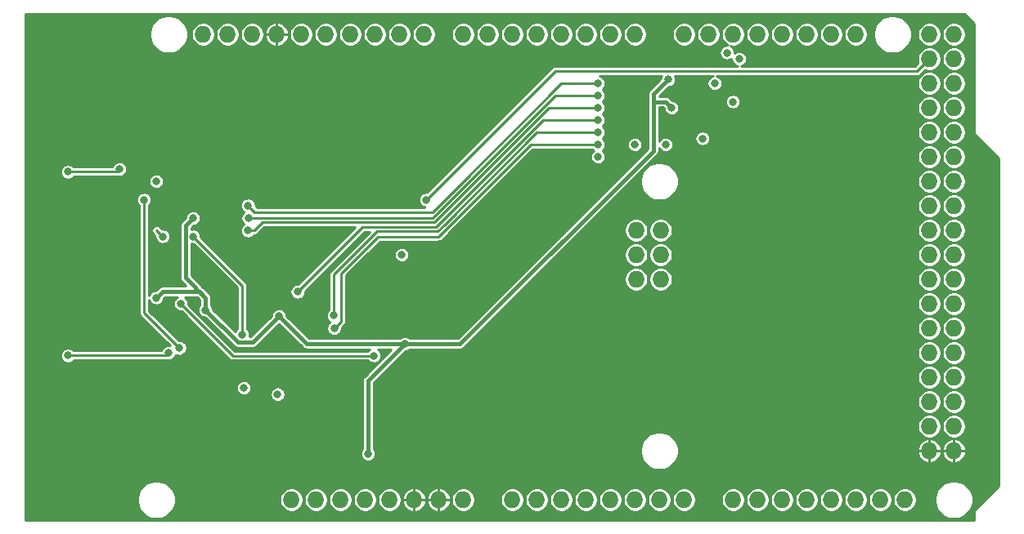
<source format=gbr>
%TF.GenerationSoftware,KiCad,Pcbnew,5.1.6*%
%TF.CreationDate,2020-09-04T11:32:19-04:00*%
%TF.ProjectId,rf-analyzer,72662d61-6e61-46c7-997a-65722e6b6963,rev?*%
%TF.SameCoordinates,Original*%
%TF.FileFunction,Copper,L3,Inr*%
%TF.FilePolarity,Positive*%
%FSLAX46Y46*%
G04 Gerber Fmt 4.6, Leading zero omitted, Abs format (unit mm)*
G04 Created by KiCad (PCBNEW 5.1.6) date 2020-09-04 11:32:19*
%MOMM*%
%LPD*%
G01*
G04 APERTURE LIST*
%TA.AperFunction,ViaPad*%
%ADD10O,1.727200X1.727200*%
%TD*%
%TA.AperFunction,ViaPad*%
%ADD11C,0.800000*%
%TD*%
%TA.AperFunction,Conductor*%
%ADD12C,0.400000*%
%TD*%
%TA.AperFunction,Conductor*%
%ADD13C,0.250000*%
%TD*%
%TA.AperFunction,Conductor*%
%ADD14C,0.254000*%
%TD*%
G04 APERTURE END LIST*
D10*
%TO.N,N/C*%
%TO.C,XA1*%
X163957000Y-101600000D03*
%TO.N,GNDA*%
X196850000Y-124460000D03*
X194310000Y-124460000D03*
%TO.N,N/C*%
X196850000Y-121920000D03*
X194310000Y-121920000D03*
X196850000Y-119380000D03*
X194310000Y-119380000D03*
X196850000Y-116840000D03*
X194310000Y-116840000D03*
X196850000Y-114300000D03*
X194310000Y-114300000D03*
X196850000Y-111760000D03*
X194310000Y-111760000D03*
X196850000Y-109220000D03*
X194310000Y-109220000D03*
X196850000Y-106680000D03*
X194310000Y-106680000D03*
X196850000Y-104140000D03*
X194310000Y-104140000D03*
X196850000Y-101600000D03*
X194310000Y-101600000D03*
X196850000Y-99060000D03*
X194310000Y-99060000D03*
X196850000Y-96520000D03*
X194310000Y-96520000D03*
X196850000Y-93980000D03*
X194310000Y-93980000D03*
X196850000Y-91440000D03*
X194310000Y-91440000D03*
X196850000Y-88900000D03*
X194310000Y-88900000D03*
X196850000Y-86360000D03*
X194310000Y-86360000D03*
X196850000Y-83820000D03*
%TO.N,freq_count*%
X194310000Y-83820000D03*
%TO.N,+5V*%
X196850000Y-81280000D03*
X194310000Y-81280000D03*
%TO.N,N/C*%
X191770000Y-129540000D03*
X189230000Y-129540000D03*
X186690000Y-129540000D03*
X184150000Y-129540000D03*
X181610000Y-129540000D03*
X179070000Y-129540000D03*
X176530000Y-129540000D03*
X173990000Y-129540000D03*
X168910000Y-129540000D03*
X166370000Y-129540000D03*
X163830000Y-129540000D03*
X161290000Y-129540000D03*
X158750000Y-129540000D03*
X156210000Y-129540000D03*
X153670000Y-129540000D03*
%TO.N,*%
X128270000Y-129540000D03*
%TO.N,N/C*%
X134366000Y-81280000D03*
X131826000Y-81280000D03*
X129286000Y-81280000D03*
X124206000Y-81280000D03*
%TO.N,SDA*%
X121666000Y-81280000D03*
%TO.N,SCL*%
X119126000Y-81280000D03*
%TO.N,N/C*%
X136906000Y-81280000D03*
X139446000Y-81280000D03*
X141986000Y-81280000D03*
%TO.N,GNDA*%
X126746000Y-81280000D03*
%TO.N,N/C*%
X146050000Y-81280000D03*
X148590000Y-81280000D03*
X151130000Y-81280000D03*
X153670000Y-81280000D03*
X156210000Y-81280000D03*
X158750000Y-81280000D03*
X161290000Y-81280000D03*
X163830000Y-81280000D03*
X168910000Y-81280000D03*
X171450000Y-81280000D03*
X173990000Y-81280000D03*
X176530000Y-81280000D03*
X179070000Y-81280000D03*
X181610000Y-81280000D03*
X184150000Y-81280000D03*
X186690000Y-81280000D03*
X130810000Y-129540000D03*
X133350000Y-129540000D03*
%TO.N,+3V3*%
X135890000Y-129540000D03*
%TO.N,+5V*%
X138430000Y-129540000D03*
%TO.N,GNDA*%
X140970000Y-129540000D03*
X143510000Y-129540000D03*
%TO.N,N/C*%
X146050000Y-129540000D03*
X151130000Y-129540000D03*
X166497000Y-101600000D03*
X163957000Y-104140000D03*
X166497000Y-104140000D03*
X166497000Y-106680000D03*
X163957000Y-106680000D03*
%TD*%
D11*
%TO.N,GNDA*%
X106680000Y-85090000D03*
X115570000Y-85090000D03*
X121285000Y-85090000D03*
X127635000Y-85090000D03*
X133350000Y-85090000D03*
X139700000Y-85090000D03*
X145415000Y-85090000D03*
X151130000Y-85090000D03*
X154940000Y-93980000D03*
X160020000Y-95250000D03*
X160020000Y-97790000D03*
X160020000Y-100965000D03*
X160020000Y-105410000D03*
X160020000Y-111125000D03*
X160020000Y-117475000D03*
X160020000Y-123190000D03*
X157480000Y-125730000D03*
X111125000Y-85090000D03*
X151765000Y-125730000D03*
X145415000Y-125730000D03*
X139700000Y-125730000D03*
X133985000Y-125730000D03*
X127635000Y-125730000D03*
X121285000Y-125730000D03*
X115570000Y-125730000D03*
X106680000Y-125730000D03*
X111125000Y-125730000D03*
X106680000Y-122555000D03*
X106680000Y-116840000D03*
X106680000Y-111125000D03*
X106680000Y-105410000D03*
X106680000Y-99060000D03*
X106680000Y-93345000D03*
X102870000Y-125095000D03*
X102870000Y-85725000D03*
X181610000Y-83820000D03*
X181610000Y-95885000D03*
X181610000Y-111125000D03*
X181610000Y-122555000D03*
X166370000Y-113665000D03*
X121285000Y-109855000D03*
X128270000Y-113030000D03*
%TO.N,+5V*%
X127000000Y-110490000D03*
X119380000Y-109855000D03*
X118110000Y-100330000D03*
X123360000Y-117940000D03*
X140015000Y-113350000D03*
X139700000Y-104140000D03*
X114300000Y-108585000D03*
X136220000Y-124765000D03*
X173990000Y-88265000D03*
X167255000Y-85975000D03*
X167640000Y-88900000D03*
%TO.N,Net-(C10-Pad2)*%
X115570000Y-114300000D03*
X105125000Y-114585000D03*
%TO.N,fwd_sig*%
X113030000Y-98425000D03*
X116690000Y-113815000D03*
%TO.N,Net-(C16-Pad2)*%
X110490000Y-95250000D03*
X105125000Y-95535000D03*
%TO.N,refl_sig*%
X123190000Y-112395000D03*
X118110000Y-102235000D03*
X114935000Y-102235000D03*
X114300000Y-96520000D03*
%TO.N,fwd_sig_dc*%
X116840000Y-109220000D03*
X136820000Y-114595000D03*
%TO.N,Net-(C22-Pad2)*%
X167005000Y-92710000D03*
%TO.N,fwd_pwr*%
X126845000Y-118590000D03*
X160020000Y-93980000D03*
%TO.N,Net-(C27-Pad2)*%
X163830000Y-92710000D03*
%TO.N,freq_count*%
X142240000Y-98425000D03*
%TO.N,+3V3*%
X170815000Y-92075000D03*
X172085000Y-86360000D03*
%TO.N,SCL*%
X174625000Y-83820000D03*
%TO.N,SDA*%
X173355000Y-83185000D03*
%TO.N,mag*%
X123795000Y-99030000D03*
X160020000Y-86360000D03*
%TO.N,vref*%
X123825000Y-100330000D03*
X160020000Y-87630000D03*
%TO.N,phase*%
X123795000Y-101630000D03*
X160020000Y-88900000D03*
%TO.N,shft_mag*%
X128905000Y-107977500D03*
X160020000Y-90170000D03*
%TO.N,shft_vref*%
X132670000Y-110445000D03*
X160020000Y-91440000D03*
%TO.N,shft_phase*%
X132700000Y-111745000D03*
X160020000Y-92710000D03*
%TD*%
D12*
%TO.N,+5V*%
X117309999Y-101130001D02*
X117309999Y-106514999D01*
X118110000Y-100330000D02*
X117309999Y-101130001D01*
X117309999Y-106514999D02*
X119380000Y-108585000D01*
X119380000Y-108585000D02*
X118745000Y-107950000D01*
X118745000Y-107950000D02*
X117475000Y-107950000D01*
X117475000Y-107950000D02*
X114935000Y-107950000D01*
X114935000Y-107950000D02*
X114300000Y-108585000D01*
X114300000Y-108585000D02*
X114300000Y-108585000D01*
X119380000Y-109855000D02*
X119380000Y-108585000D01*
X124294999Y-113195001D02*
X127000000Y-110490000D01*
X122720001Y-113195001D02*
X124294999Y-113195001D01*
X119380000Y-109855000D02*
X122720001Y-113195001D01*
X129860000Y-113350000D02*
X140015000Y-113350000D01*
X127000000Y-110490000D02*
X129860000Y-113350000D01*
X136220000Y-117145000D02*
X140015000Y-113350000D01*
X136220000Y-124765000D02*
X136220000Y-117145000D01*
X165735000Y-93345000D02*
X165735000Y-88265000D01*
X145730000Y-113350000D02*
X140015000Y-113350000D01*
X165735000Y-93345000D02*
X145730000Y-113350000D01*
X167005000Y-88265000D02*
X167640000Y-88900000D01*
X165735000Y-88265000D02*
X167005000Y-88265000D01*
X165735000Y-87495000D02*
X167255000Y-85975000D01*
X165735000Y-88265000D02*
X165735000Y-87495000D01*
D13*
%TO.N,Net-(C10-Pad2)*%
X115285000Y-114585000D02*
X115570000Y-114300000D01*
X105125000Y-114585000D02*
X115285000Y-114585000D01*
%TO.N,fwd_sig*%
X113030000Y-110155000D02*
X113030000Y-98425000D01*
X116690000Y-113815000D02*
X113030000Y-110155000D01*
%TO.N,Net-(C16-Pad2)*%
X110205000Y-95535000D02*
X110490000Y-95250000D01*
X105125000Y-95535000D02*
X110205000Y-95535000D01*
%TO.N,refl_sig*%
X123190000Y-107315000D02*
X118110000Y-102235000D01*
X123190000Y-112395000D02*
X123190000Y-107315000D01*
X114935000Y-102235000D02*
X114300000Y-101600000D01*
X114300000Y-96520000D02*
X114300000Y-96520000D01*
%TO.N,fwd_sig_dc*%
X122215000Y-114595000D02*
X136820000Y-114595000D01*
X116840000Y-109220000D02*
X122215000Y-114595000D01*
%TO.N,freq_count*%
X193040000Y-85090000D02*
X194310000Y-83820000D01*
X155575000Y-85090000D02*
X193040000Y-85090000D01*
X142240000Y-98425000D02*
X155575000Y-85090000D01*
%TO.N,mag*%
X123795000Y-99030000D02*
X124460000Y-99695000D01*
X124460000Y-99695000D02*
X142875000Y-99695000D01*
X142875000Y-99695000D02*
X145415000Y-97155000D01*
X145415000Y-97155000D02*
X156210000Y-86360000D01*
X156210000Y-86360000D02*
X160020000Y-86360000D01*
X160020000Y-86360000D02*
X160020000Y-86360000D01*
%TO.N,vref*%
X123825000Y-100330000D02*
X142876410Y-100330000D01*
X142876410Y-100330000D02*
X145601401Y-97605009D01*
X145601401Y-97605009D02*
X155576410Y-87630000D01*
X155576410Y-87630000D02*
X160020000Y-87630000D01*
X160020000Y-87630000D02*
X160020000Y-87630000D01*
%TO.N,phase*%
X123795000Y-101630000D02*
X124430000Y-101630000D01*
X125279990Y-100780010D02*
X143062810Y-100780010D01*
X124430000Y-101630000D02*
X125279990Y-100780010D01*
X143062810Y-100780010D02*
X154942820Y-88900000D01*
X154942820Y-88900000D02*
X160020000Y-88900000D01*
X160020000Y-88900000D02*
X160020000Y-88900000D01*
%TO.N,shft_mag*%
X128905000Y-107977500D02*
X135652480Y-101230020D01*
X135652480Y-101230020D02*
X135890000Y-101230020D01*
X135890000Y-101230020D02*
X143249211Y-101230019D01*
X143249211Y-101230019D02*
X145417115Y-99062115D01*
X145417115Y-99062115D02*
X154309230Y-90170000D01*
X154309230Y-90170000D02*
X160020000Y-90170000D01*
X160020000Y-90170000D02*
X160020000Y-90170000D01*
%TO.N,shft_vref*%
X132670000Y-110445000D02*
X132670000Y-106170029D01*
X132670000Y-106170029D02*
X137160000Y-101680028D01*
X137160000Y-101680028D02*
X143435612Y-101680028D01*
X143435612Y-101680028D02*
X144147820Y-100967820D01*
X144147820Y-100967820D02*
X153675640Y-91440000D01*
X153675640Y-91440000D02*
X160020000Y-91440000D01*
X160020000Y-91440000D02*
X160020000Y-91440000D01*
%TO.N,shft_phase*%
X133395001Y-111049999D02*
X133395001Y-106081437D01*
X132700000Y-111745000D02*
X133395001Y-111049999D01*
X133395001Y-106081437D02*
X137241438Y-102235000D01*
X137241438Y-102235000D02*
X137795000Y-102235000D01*
X137795000Y-102235000D02*
X143517050Y-102235000D01*
X143517050Y-102235000D02*
X144334221Y-101417829D01*
X144334221Y-101417829D02*
X153042050Y-92710000D01*
X153042050Y-92710000D02*
X160020000Y-92710000D01*
X160020000Y-92710000D02*
X160020000Y-92710000D01*
%TD*%
D14*
%TO.N,GNDA*%
G36*
X198958000Y-80188940D02*
G01*
X198958001Y-91418772D01*
X198955910Y-91440000D01*
X198963497Y-91517020D01*
X198964252Y-91524687D01*
X198988954Y-91606119D01*
X199029068Y-91681167D01*
X199083053Y-91746948D01*
X199099537Y-91760476D01*
X201498000Y-94158940D01*
X201498001Y-128091059D01*
X199099542Y-130489519D01*
X199083052Y-130503052D01*
X199029067Y-130568834D01*
X198988953Y-130643882D01*
X198964251Y-130725314D01*
X198958313Y-130785600D01*
X198955910Y-130810000D01*
X198958000Y-130831218D01*
X198958001Y-131648000D01*
X100762000Y-131648000D01*
X100762000Y-129344790D01*
X112318000Y-129344790D01*
X112318000Y-129735210D01*
X112394167Y-130118128D01*
X112543574Y-130478829D01*
X112760480Y-130803451D01*
X113036549Y-131079520D01*
X113361171Y-131296426D01*
X113721872Y-131445833D01*
X114104790Y-131522000D01*
X114495210Y-131522000D01*
X114878128Y-131445833D01*
X115238829Y-131296426D01*
X115563451Y-131079520D01*
X115839520Y-130803451D01*
X116056426Y-130478829D01*
X116205833Y-130118128D01*
X116282000Y-129735210D01*
X116282000Y-129417319D01*
X127024400Y-129417319D01*
X127024400Y-129662681D01*
X127072268Y-129903328D01*
X127166164Y-130130013D01*
X127302479Y-130334024D01*
X127475976Y-130507521D01*
X127679987Y-130643836D01*
X127906672Y-130737732D01*
X128147319Y-130785600D01*
X128392681Y-130785600D01*
X128633328Y-130737732D01*
X128860013Y-130643836D01*
X129064024Y-130507521D01*
X129237521Y-130334024D01*
X129373836Y-130130013D01*
X129467732Y-129903328D01*
X129515600Y-129662681D01*
X129515600Y-129417319D01*
X129564400Y-129417319D01*
X129564400Y-129662681D01*
X129612268Y-129903328D01*
X129706164Y-130130013D01*
X129842479Y-130334024D01*
X130015976Y-130507521D01*
X130219987Y-130643836D01*
X130446672Y-130737732D01*
X130687319Y-130785600D01*
X130932681Y-130785600D01*
X131173328Y-130737732D01*
X131400013Y-130643836D01*
X131604024Y-130507521D01*
X131777521Y-130334024D01*
X131913836Y-130130013D01*
X132007732Y-129903328D01*
X132055600Y-129662681D01*
X132055600Y-129417319D01*
X132104400Y-129417319D01*
X132104400Y-129662681D01*
X132152268Y-129903328D01*
X132246164Y-130130013D01*
X132382479Y-130334024D01*
X132555976Y-130507521D01*
X132759987Y-130643836D01*
X132986672Y-130737732D01*
X133227319Y-130785600D01*
X133472681Y-130785600D01*
X133713328Y-130737732D01*
X133940013Y-130643836D01*
X134144024Y-130507521D01*
X134317521Y-130334024D01*
X134453836Y-130130013D01*
X134547732Y-129903328D01*
X134595600Y-129662681D01*
X134595600Y-129417319D01*
X134644400Y-129417319D01*
X134644400Y-129662681D01*
X134692268Y-129903328D01*
X134786164Y-130130013D01*
X134922479Y-130334024D01*
X135095976Y-130507521D01*
X135299987Y-130643836D01*
X135526672Y-130737732D01*
X135767319Y-130785600D01*
X136012681Y-130785600D01*
X136253328Y-130737732D01*
X136480013Y-130643836D01*
X136684024Y-130507521D01*
X136857521Y-130334024D01*
X136993836Y-130130013D01*
X137087732Y-129903328D01*
X137135600Y-129662681D01*
X137135600Y-129417319D01*
X137184400Y-129417319D01*
X137184400Y-129662681D01*
X137232268Y-129903328D01*
X137326164Y-130130013D01*
X137462479Y-130334024D01*
X137635976Y-130507521D01*
X137839987Y-130643836D01*
X138066672Y-130737732D01*
X138307319Y-130785600D01*
X138552681Y-130785600D01*
X138793328Y-130737732D01*
X139020013Y-130643836D01*
X139224024Y-130507521D01*
X139397521Y-130334024D01*
X139533836Y-130130013D01*
X139627732Y-129903328D01*
X139661145Y-129735349D01*
X139739814Y-129735349D01*
X139758699Y-129830293D01*
X139838607Y-130061028D01*
X139961994Y-130271740D01*
X140124118Y-130454332D01*
X140318749Y-130601787D01*
X140538407Y-130708438D01*
X140774651Y-130770186D01*
X140969500Y-130690100D01*
X140969500Y-129540500D01*
X140970500Y-129540500D01*
X140970500Y-130690100D01*
X141165349Y-130770186D01*
X141401593Y-130708438D01*
X141621251Y-130601787D01*
X141815882Y-130454332D01*
X141978006Y-130271740D01*
X142101393Y-130061028D01*
X142181301Y-129830293D01*
X142200186Y-129735349D01*
X142279814Y-129735349D01*
X142298699Y-129830293D01*
X142378607Y-130061028D01*
X142501994Y-130271740D01*
X142664118Y-130454332D01*
X142858749Y-130601787D01*
X143078407Y-130708438D01*
X143314651Y-130770186D01*
X143509500Y-130690100D01*
X143509500Y-129540500D01*
X143510500Y-129540500D01*
X143510500Y-130690100D01*
X143705349Y-130770186D01*
X143941593Y-130708438D01*
X144161251Y-130601787D01*
X144355882Y-130454332D01*
X144518006Y-130271740D01*
X144641393Y-130061028D01*
X144721301Y-129830293D01*
X144740186Y-129735349D01*
X144660100Y-129540500D01*
X143510500Y-129540500D01*
X143509500Y-129540500D01*
X142359900Y-129540500D01*
X142279814Y-129735349D01*
X142200186Y-129735349D01*
X142120100Y-129540500D01*
X140970500Y-129540500D01*
X140969500Y-129540500D01*
X139819900Y-129540500D01*
X139739814Y-129735349D01*
X139661145Y-129735349D01*
X139675600Y-129662681D01*
X139675600Y-129417319D01*
X139661146Y-129344651D01*
X139739814Y-129344651D01*
X139819900Y-129539500D01*
X140969500Y-129539500D01*
X140969500Y-128389900D01*
X140970500Y-128389900D01*
X140970500Y-129539500D01*
X142120100Y-129539500D01*
X142200186Y-129344651D01*
X142279814Y-129344651D01*
X142359900Y-129539500D01*
X143509500Y-129539500D01*
X143509500Y-128389900D01*
X143510500Y-128389900D01*
X143510500Y-129539500D01*
X144660100Y-129539500D01*
X144710318Y-129417319D01*
X144804400Y-129417319D01*
X144804400Y-129662681D01*
X144852268Y-129903328D01*
X144946164Y-130130013D01*
X145082479Y-130334024D01*
X145255976Y-130507521D01*
X145459987Y-130643836D01*
X145686672Y-130737732D01*
X145927319Y-130785600D01*
X146172681Y-130785600D01*
X146413328Y-130737732D01*
X146640013Y-130643836D01*
X146844024Y-130507521D01*
X147017521Y-130334024D01*
X147153836Y-130130013D01*
X147247732Y-129903328D01*
X147295600Y-129662681D01*
X147295600Y-129417319D01*
X149884400Y-129417319D01*
X149884400Y-129662681D01*
X149932268Y-129903328D01*
X150026164Y-130130013D01*
X150162479Y-130334024D01*
X150335976Y-130507521D01*
X150539987Y-130643836D01*
X150766672Y-130737732D01*
X151007319Y-130785600D01*
X151252681Y-130785600D01*
X151493328Y-130737732D01*
X151720013Y-130643836D01*
X151924024Y-130507521D01*
X152097521Y-130334024D01*
X152233836Y-130130013D01*
X152327732Y-129903328D01*
X152375600Y-129662681D01*
X152375600Y-129417319D01*
X152424400Y-129417319D01*
X152424400Y-129662681D01*
X152472268Y-129903328D01*
X152566164Y-130130013D01*
X152702479Y-130334024D01*
X152875976Y-130507521D01*
X153079987Y-130643836D01*
X153306672Y-130737732D01*
X153547319Y-130785600D01*
X153792681Y-130785600D01*
X154033328Y-130737732D01*
X154260013Y-130643836D01*
X154464024Y-130507521D01*
X154637521Y-130334024D01*
X154773836Y-130130013D01*
X154867732Y-129903328D01*
X154915600Y-129662681D01*
X154915600Y-129417319D01*
X154964400Y-129417319D01*
X154964400Y-129662681D01*
X155012268Y-129903328D01*
X155106164Y-130130013D01*
X155242479Y-130334024D01*
X155415976Y-130507521D01*
X155619987Y-130643836D01*
X155846672Y-130737732D01*
X156087319Y-130785600D01*
X156332681Y-130785600D01*
X156573328Y-130737732D01*
X156800013Y-130643836D01*
X157004024Y-130507521D01*
X157177521Y-130334024D01*
X157313836Y-130130013D01*
X157407732Y-129903328D01*
X157455600Y-129662681D01*
X157455600Y-129417319D01*
X157504400Y-129417319D01*
X157504400Y-129662681D01*
X157552268Y-129903328D01*
X157646164Y-130130013D01*
X157782479Y-130334024D01*
X157955976Y-130507521D01*
X158159987Y-130643836D01*
X158386672Y-130737732D01*
X158627319Y-130785600D01*
X158872681Y-130785600D01*
X159113328Y-130737732D01*
X159340013Y-130643836D01*
X159544024Y-130507521D01*
X159717521Y-130334024D01*
X159853836Y-130130013D01*
X159947732Y-129903328D01*
X159995600Y-129662681D01*
X159995600Y-129417319D01*
X160044400Y-129417319D01*
X160044400Y-129662681D01*
X160092268Y-129903328D01*
X160186164Y-130130013D01*
X160322479Y-130334024D01*
X160495976Y-130507521D01*
X160699987Y-130643836D01*
X160926672Y-130737732D01*
X161167319Y-130785600D01*
X161412681Y-130785600D01*
X161653328Y-130737732D01*
X161880013Y-130643836D01*
X162084024Y-130507521D01*
X162257521Y-130334024D01*
X162393836Y-130130013D01*
X162487732Y-129903328D01*
X162535600Y-129662681D01*
X162535600Y-129417319D01*
X162584400Y-129417319D01*
X162584400Y-129662681D01*
X162632268Y-129903328D01*
X162726164Y-130130013D01*
X162862479Y-130334024D01*
X163035976Y-130507521D01*
X163239987Y-130643836D01*
X163466672Y-130737732D01*
X163707319Y-130785600D01*
X163952681Y-130785600D01*
X164193328Y-130737732D01*
X164420013Y-130643836D01*
X164624024Y-130507521D01*
X164797521Y-130334024D01*
X164933836Y-130130013D01*
X165027732Y-129903328D01*
X165075600Y-129662681D01*
X165075600Y-129417319D01*
X165124400Y-129417319D01*
X165124400Y-129662681D01*
X165172268Y-129903328D01*
X165266164Y-130130013D01*
X165402479Y-130334024D01*
X165575976Y-130507521D01*
X165779987Y-130643836D01*
X166006672Y-130737732D01*
X166247319Y-130785600D01*
X166492681Y-130785600D01*
X166733328Y-130737732D01*
X166960013Y-130643836D01*
X167164024Y-130507521D01*
X167337521Y-130334024D01*
X167473836Y-130130013D01*
X167567732Y-129903328D01*
X167615600Y-129662681D01*
X167615600Y-129417319D01*
X167664400Y-129417319D01*
X167664400Y-129662681D01*
X167712268Y-129903328D01*
X167806164Y-130130013D01*
X167942479Y-130334024D01*
X168115976Y-130507521D01*
X168319987Y-130643836D01*
X168546672Y-130737732D01*
X168787319Y-130785600D01*
X169032681Y-130785600D01*
X169273328Y-130737732D01*
X169500013Y-130643836D01*
X169704024Y-130507521D01*
X169877521Y-130334024D01*
X170013836Y-130130013D01*
X170107732Y-129903328D01*
X170155600Y-129662681D01*
X170155600Y-129417319D01*
X172744400Y-129417319D01*
X172744400Y-129662681D01*
X172792268Y-129903328D01*
X172886164Y-130130013D01*
X173022479Y-130334024D01*
X173195976Y-130507521D01*
X173399987Y-130643836D01*
X173626672Y-130737732D01*
X173867319Y-130785600D01*
X174112681Y-130785600D01*
X174353328Y-130737732D01*
X174580013Y-130643836D01*
X174784024Y-130507521D01*
X174957521Y-130334024D01*
X175093836Y-130130013D01*
X175187732Y-129903328D01*
X175235600Y-129662681D01*
X175235600Y-129417319D01*
X175284400Y-129417319D01*
X175284400Y-129662681D01*
X175332268Y-129903328D01*
X175426164Y-130130013D01*
X175562479Y-130334024D01*
X175735976Y-130507521D01*
X175939987Y-130643836D01*
X176166672Y-130737732D01*
X176407319Y-130785600D01*
X176652681Y-130785600D01*
X176893328Y-130737732D01*
X177120013Y-130643836D01*
X177324024Y-130507521D01*
X177497521Y-130334024D01*
X177633836Y-130130013D01*
X177727732Y-129903328D01*
X177775600Y-129662681D01*
X177775600Y-129417319D01*
X177824400Y-129417319D01*
X177824400Y-129662681D01*
X177872268Y-129903328D01*
X177966164Y-130130013D01*
X178102479Y-130334024D01*
X178275976Y-130507521D01*
X178479987Y-130643836D01*
X178706672Y-130737732D01*
X178947319Y-130785600D01*
X179192681Y-130785600D01*
X179433328Y-130737732D01*
X179660013Y-130643836D01*
X179864024Y-130507521D01*
X180037521Y-130334024D01*
X180173836Y-130130013D01*
X180267732Y-129903328D01*
X180315600Y-129662681D01*
X180315600Y-129417319D01*
X180364400Y-129417319D01*
X180364400Y-129662681D01*
X180412268Y-129903328D01*
X180506164Y-130130013D01*
X180642479Y-130334024D01*
X180815976Y-130507521D01*
X181019987Y-130643836D01*
X181246672Y-130737732D01*
X181487319Y-130785600D01*
X181732681Y-130785600D01*
X181973328Y-130737732D01*
X182200013Y-130643836D01*
X182404024Y-130507521D01*
X182577521Y-130334024D01*
X182713836Y-130130013D01*
X182807732Y-129903328D01*
X182855600Y-129662681D01*
X182855600Y-129417319D01*
X182904400Y-129417319D01*
X182904400Y-129662681D01*
X182952268Y-129903328D01*
X183046164Y-130130013D01*
X183182479Y-130334024D01*
X183355976Y-130507521D01*
X183559987Y-130643836D01*
X183786672Y-130737732D01*
X184027319Y-130785600D01*
X184272681Y-130785600D01*
X184513328Y-130737732D01*
X184740013Y-130643836D01*
X184944024Y-130507521D01*
X185117521Y-130334024D01*
X185253836Y-130130013D01*
X185347732Y-129903328D01*
X185395600Y-129662681D01*
X185395600Y-129417319D01*
X185444400Y-129417319D01*
X185444400Y-129662681D01*
X185492268Y-129903328D01*
X185586164Y-130130013D01*
X185722479Y-130334024D01*
X185895976Y-130507521D01*
X186099987Y-130643836D01*
X186326672Y-130737732D01*
X186567319Y-130785600D01*
X186812681Y-130785600D01*
X187053328Y-130737732D01*
X187280013Y-130643836D01*
X187484024Y-130507521D01*
X187657521Y-130334024D01*
X187793836Y-130130013D01*
X187887732Y-129903328D01*
X187935600Y-129662681D01*
X187935600Y-129417319D01*
X187984400Y-129417319D01*
X187984400Y-129662681D01*
X188032268Y-129903328D01*
X188126164Y-130130013D01*
X188262479Y-130334024D01*
X188435976Y-130507521D01*
X188639987Y-130643836D01*
X188866672Y-130737732D01*
X189107319Y-130785600D01*
X189352681Y-130785600D01*
X189593328Y-130737732D01*
X189820013Y-130643836D01*
X190024024Y-130507521D01*
X190197521Y-130334024D01*
X190333836Y-130130013D01*
X190427732Y-129903328D01*
X190475600Y-129662681D01*
X190475600Y-129417319D01*
X190524400Y-129417319D01*
X190524400Y-129662681D01*
X190572268Y-129903328D01*
X190666164Y-130130013D01*
X190802479Y-130334024D01*
X190975976Y-130507521D01*
X191179987Y-130643836D01*
X191406672Y-130737732D01*
X191647319Y-130785600D01*
X191892681Y-130785600D01*
X192133328Y-130737732D01*
X192360013Y-130643836D01*
X192564024Y-130507521D01*
X192737521Y-130334024D01*
X192873836Y-130130013D01*
X192967732Y-129903328D01*
X193015600Y-129662681D01*
X193015600Y-129417319D01*
X193001173Y-129344790D01*
X194868000Y-129344790D01*
X194868000Y-129735210D01*
X194944167Y-130118128D01*
X195093574Y-130478829D01*
X195310480Y-130803451D01*
X195586549Y-131079520D01*
X195911171Y-131296426D01*
X196271872Y-131445833D01*
X196654790Y-131522000D01*
X197045210Y-131522000D01*
X197428128Y-131445833D01*
X197788829Y-131296426D01*
X198113451Y-131079520D01*
X198389520Y-130803451D01*
X198606426Y-130478829D01*
X198755833Y-130118128D01*
X198832000Y-129735210D01*
X198832000Y-129344790D01*
X198755833Y-128961872D01*
X198606426Y-128601171D01*
X198389520Y-128276549D01*
X198113451Y-128000480D01*
X197788829Y-127783574D01*
X197428128Y-127634167D01*
X197045210Y-127558000D01*
X196654790Y-127558000D01*
X196271872Y-127634167D01*
X195911171Y-127783574D01*
X195586549Y-128000480D01*
X195310480Y-128276549D01*
X195093574Y-128601171D01*
X194944167Y-128961872D01*
X194868000Y-129344790D01*
X193001173Y-129344790D01*
X192967732Y-129176672D01*
X192873836Y-128949987D01*
X192737521Y-128745976D01*
X192564024Y-128572479D01*
X192360013Y-128436164D01*
X192133328Y-128342268D01*
X191892681Y-128294400D01*
X191647319Y-128294400D01*
X191406672Y-128342268D01*
X191179987Y-128436164D01*
X190975976Y-128572479D01*
X190802479Y-128745976D01*
X190666164Y-128949987D01*
X190572268Y-129176672D01*
X190524400Y-129417319D01*
X190475600Y-129417319D01*
X190427732Y-129176672D01*
X190333836Y-128949987D01*
X190197521Y-128745976D01*
X190024024Y-128572479D01*
X189820013Y-128436164D01*
X189593328Y-128342268D01*
X189352681Y-128294400D01*
X189107319Y-128294400D01*
X188866672Y-128342268D01*
X188639987Y-128436164D01*
X188435976Y-128572479D01*
X188262479Y-128745976D01*
X188126164Y-128949987D01*
X188032268Y-129176672D01*
X187984400Y-129417319D01*
X187935600Y-129417319D01*
X187887732Y-129176672D01*
X187793836Y-128949987D01*
X187657521Y-128745976D01*
X187484024Y-128572479D01*
X187280013Y-128436164D01*
X187053328Y-128342268D01*
X186812681Y-128294400D01*
X186567319Y-128294400D01*
X186326672Y-128342268D01*
X186099987Y-128436164D01*
X185895976Y-128572479D01*
X185722479Y-128745976D01*
X185586164Y-128949987D01*
X185492268Y-129176672D01*
X185444400Y-129417319D01*
X185395600Y-129417319D01*
X185347732Y-129176672D01*
X185253836Y-128949987D01*
X185117521Y-128745976D01*
X184944024Y-128572479D01*
X184740013Y-128436164D01*
X184513328Y-128342268D01*
X184272681Y-128294400D01*
X184027319Y-128294400D01*
X183786672Y-128342268D01*
X183559987Y-128436164D01*
X183355976Y-128572479D01*
X183182479Y-128745976D01*
X183046164Y-128949987D01*
X182952268Y-129176672D01*
X182904400Y-129417319D01*
X182855600Y-129417319D01*
X182807732Y-129176672D01*
X182713836Y-128949987D01*
X182577521Y-128745976D01*
X182404024Y-128572479D01*
X182200013Y-128436164D01*
X181973328Y-128342268D01*
X181732681Y-128294400D01*
X181487319Y-128294400D01*
X181246672Y-128342268D01*
X181019987Y-128436164D01*
X180815976Y-128572479D01*
X180642479Y-128745976D01*
X180506164Y-128949987D01*
X180412268Y-129176672D01*
X180364400Y-129417319D01*
X180315600Y-129417319D01*
X180267732Y-129176672D01*
X180173836Y-128949987D01*
X180037521Y-128745976D01*
X179864024Y-128572479D01*
X179660013Y-128436164D01*
X179433328Y-128342268D01*
X179192681Y-128294400D01*
X178947319Y-128294400D01*
X178706672Y-128342268D01*
X178479987Y-128436164D01*
X178275976Y-128572479D01*
X178102479Y-128745976D01*
X177966164Y-128949987D01*
X177872268Y-129176672D01*
X177824400Y-129417319D01*
X177775600Y-129417319D01*
X177727732Y-129176672D01*
X177633836Y-128949987D01*
X177497521Y-128745976D01*
X177324024Y-128572479D01*
X177120013Y-128436164D01*
X176893328Y-128342268D01*
X176652681Y-128294400D01*
X176407319Y-128294400D01*
X176166672Y-128342268D01*
X175939987Y-128436164D01*
X175735976Y-128572479D01*
X175562479Y-128745976D01*
X175426164Y-128949987D01*
X175332268Y-129176672D01*
X175284400Y-129417319D01*
X175235600Y-129417319D01*
X175187732Y-129176672D01*
X175093836Y-128949987D01*
X174957521Y-128745976D01*
X174784024Y-128572479D01*
X174580013Y-128436164D01*
X174353328Y-128342268D01*
X174112681Y-128294400D01*
X173867319Y-128294400D01*
X173626672Y-128342268D01*
X173399987Y-128436164D01*
X173195976Y-128572479D01*
X173022479Y-128745976D01*
X172886164Y-128949987D01*
X172792268Y-129176672D01*
X172744400Y-129417319D01*
X170155600Y-129417319D01*
X170107732Y-129176672D01*
X170013836Y-128949987D01*
X169877521Y-128745976D01*
X169704024Y-128572479D01*
X169500013Y-128436164D01*
X169273328Y-128342268D01*
X169032681Y-128294400D01*
X168787319Y-128294400D01*
X168546672Y-128342268D01*
X168319987Y-128436164D01*
X168115976Y-128572479D01*
X167942479Y-128745976D01*
X167806164Y-128949987D01*
X167712268Y-129176672D01*
X167664400Y-129417319D01*
X167615600Y-129417319D01*
X167567732Y-129176672D01*
X167473836Y-128949987D01*
X167337521Y-128745976D01*
X167164024Y-128572479D01*
X166960013Y-128436164D01*
X166733328Y-128342268D01*
X166492681Y-128294400D01*
X166247319Y-128294400D01*
X166006672Y-128342268D01*
X165779987Y-128436164D01*
X165575976Y-128572479D01*
X165402479Y-128745976D01*
X165266164Y-128949987D01*
X165172268Y-129176672D01*
X165124400Y-129417319D01*
X165075600Y-129417319D01*
X165027732Y-129176672D01*
X164933836Y-128949987D01*
X164797521Y-128745976D01*
X164624024Y-128572479D01*
X164420013Y-128436164D01*
X164193328Y-128342268D01*
X163952681Y-128294400D01*
X163707319Y-128294400D01*
X163466672Y-128342268D01*
X163239987Y-128436164D01*
X163035976Y-128572479D01*
X162862479Y-128745976D01*
X162726164Y-128949987D01*
X162632268Y-129176672D01*
X162584400Y-129417319D01*
X162535600Y-129417319D01*
X162487732Y-129176672D01*
X162393836Y-128949987D01*
X162257521Y-128745976D01*
X162084024Y-128572479D01*
X161880013Y-128436164D01*
X161653328Y-128342268D01*
X161412681Y-128294400D01*
X161167319Y-128294400D01*
X160926672Y-128342268D01*
X160699987Y-128436164D01*
X160495976Y-128572479D01*
X160322479Y-128745976D01*
X160186164Y-128949987D01*
X160092268Y-129176672D01*
X160044400Y-129417319D01*
X159995600Y-129417319D01*
X159947732Y-129176672D01*
X159853836Y-128949987D01*
X159717521Y-128745976D01*
X159544024Y-128572479D01*
X159340013Y-128436164D01*
X159113328Y-128342268D01*
X158872681Y-128294400D01*
X158627319Y-128294400D01*
X158386672Y-128342268D01*
X158159987Y-128436164D01*
X157955976Y-128572479D01*
X157782479Y-128745976D01*
X157646164Y-128949987D01*
X157552268Y-129176672D01*
X157504400Y-129417319D01*
X157455600Y-129417319D01*
X157407732Y-129176672D01*
X157313836Y-128949987D01*
X157177521Y-128745976D01*
X157004024Y-128572479D01*
X156800013Y-128436164D01*
X156573328Y-128342268D01*
X156332681Y-128294400D01*
X156087319Y-128294400D01*
X155846672Y-128342268D01*
X155619987Y-128436164D01*
X155415976Y-128572479D01*
X155242479Y-128745976D01*
X155106164Y-128949987D01*
X155012268Y-129176672D01*
X154964400Y-129417319D01*
X154915600Y-129417319D01*
X154867732Y-129176672D01*
X154773836Y-128949987D01*
X154637521Y-128745976D01*
X154464024Y-128572479D01*
X154260013Y-128436164D01*
X154033328Y-128342268D01*
X153792681Y-128294400D01*
X153547319Y-128294400D01*
X153306672Y-128342268D01*
X153079987Y-128436164D01*
X152875976Y-128572479D01*
X152702479Y-128745976D01*
X152566164Y-128949987D01*
X152472268Y-129176672D01*
X152424400Y-129417319D01*
X152375600Y-129417319D01*
X152327732Y-129176672D01*
X152233836Y-128949987D01*
X152097521Y-128745976D01*
X151924024Y-128572479D01*
X151720013Y-128436164D01*
X151493328Y-128342268D01*
X151252681Y-128294400D01*
X151007319Y-128294400D01*
X150766672Y-128342268D01*
X150539987Y-128436164D01*
X150335976Y-128572479D01*
X150162479Y-128745976D01*
X150026164Y-128949987D01*
X149932268Y-129176672D01*
X149884400Y-129417319D01*
X147295600Y-129417319D01*
X147247732Y-129176672D01*
X147153836Y-128949987D01*
X147017521Y-128745976D01*
X146844024Y-128572479D01*
X146640013Y-128436164D01*
X146413328Y-128342268D01*
X146172681Y-128294400D01*
X145927319Y-128294400D01*
X145686672Y-128342268D01*
X145459987Y-128436164D01*
X145255976Y-128572479D01*
X145082479Y-128745976D01*
X144946164Y-128949987D01*
X144852268Y-129176672D01*
X144804400Y-129417319D01*
X144710318Y-129417319D01*
X144740186Y-129344651D01*
X144721301Y-129249707D01*
X144641393Y-129018972D01*
X144518006Y-128808260D01*
X144355882Y-128625668D01*
X144161251Y-128478213D01*
X143941593Y-128371562D01*
X143705349Y-128309814D01*
X143510500Y-128389900D01*
X143509500Y-128389900D01*
X143314651Y-128309814D01*
X143078407Y-128371562D01*
X142858749Y-128478213D01*
X142664118Y-128625668D01*
X142501994Y-128808260D01*
X142378607Y-129018972D01*
X142298699Y-129249707D01*
X142279814Y-129344651D01*
X142200186Y-129344651D01*
X142181301Y-129249707D01*
X142101393Y-129018972D01*
X141978006Y-128808260D01*
X141815882Y-128625668D01*
X141621251Y-128478213D01*
X141401593Y-128371562D01*
X141165349Y-128309814D01*
X140970500Y-128389900D01*
X140969500Y-128389900D01*
X140774651Y-128309814D01*
X140538407Y-128371562D01*
X140318749Y-128478213D01*
X140124118Y-128625668D01*
X139961994Y-128808260D01*
X139838607Y-129018972D01*
X139758699Y-129249707D01*
X139739814Y-129344651D01*
X139661146Y-129344651D01*
X139627732Y-129176672D01*
X139533836Y-128949987D01*
X139397521Y-128745976D01*
X139224024Y-128572479D01*
X139020013Y-128436164D01*
X138793328Y-128342268D01*
X138552681Y-128294400D01*
X138307319Y-128294400D01*
X138066672Y-128342268D01*
X137839987Y-128436164D01*
X137635976Y-128572479D01*
X137462479Y-128745976D01*
X137326164Y-128949987D01*
X137232268Y-129176672D01*
X137184400Y-129417319D01*
X137135600Y-129417319D01*
X137087732Y-129176672D01*
X136993836Y-128949987D01*
X136857521Y-128745976D01*
X136684024Y-128572479D01*
X136480013Y-128436164D01*
X136253328Y-128342268D01*
X136012681Y-128294400D01*
X135767319Y-128294400D01*
X135526672Y-128342268D01*
X135299987Y-128436164D01*
X135095976Y-128572479D01*
X134922479Y-128745976D01*
X134786164Y-128949987D01*
X134692268Y-129176672D01*
X134644400Y-129417319D01*
X134595600Y-129417319D01*
X134547732Y-129176672D01*
X134453836Y-128949987D01*
X134317521Y-128745976D01*
X134144024Y-128572479D01*
X133940013Y-128436164D01*
X133713328Y-128342268D01*
X133472681Y-128294400D01*
X133227319Y-128294400D01*
X132986672Y-128342268D01*
X132759987Y-128436164D01*
X132555976Y-128572479D01*
X132382479Y-128745976D01*
X132246164Y-128949987D01*
X132152268Y-129176672D01*
X132104400Y-129417319D01*
X132055600Y-129417319D01*
X132007732Y-129176672D01*
X131913836Y-128949987D01*
X131777521Y-128745976D01*
X131604024Y-128572479D01*
X131400013Y-128436164D01*
X131173328Y-128342268D01*
X130932681Y-128294400D01*
X130687319Y-128294400D01*
X130446672Y-128342268D01*
X130219987Y-128436164D01*
X130015976Y-128572479D01*
X129842479Y-128745976D01*
X129706164Y-128949987D01*
X129612268Y-129176672D01*
X129564400Y-129417319D01*
X129515600Y-129417319D01*
X129467732Y-129176672D01*
X129373836Y-128949987D01*
X129237521Y-128745976D01*
X129064024Y-128572479D01*
X128860013Y-128436164D01*
X128633328Y-128342268D01*
X128392681Y-128294400D01*
X128147319Y-128294400D01*
X127906672Y-128342268D01*
X127679987Y-128436164D01*
X127475976Y-128572479D01*
X127302479Y-128745976D01*
X127166164Y-128949987D01*
X127072268Y-129176672D01*
X127024400Y-129417319D01*
X116282000Y-129417319D01*
X116282000Y-129344790D01*
X116205833Y-128961872D01*
X116056426Y-128601171D01*
X115839520Y-128276549D01*
X115563451Y-128000480D01*
X115238829Y-127783574D01*
X114878128Y-127634167D01*
X114495210Y-127558000D01*
X114104790Y-127558000D01*
X113721872Y-127634167D01*
X113361171Y-127783574D01*
X113036549Y-128000480D01*
X112760480Y-128276549D01*
X112543574Y-128601171D01*
X112394167Y-128961872D01*
X112318000Y-129344790D01*
X100762000Y-129344790D01*
X100762000Y-117862980D01*
X122578000Y-117862980D01*
X122578000Y-118017020D01*
X122608052Y-118168101D01*
X122667000Y-118310416D01*
X122752581Y-118438496D01*
X122861504Y-118547419D01*
X122989584Y-118633000D01*
X123131899Y-118691948D01*
X123282980Y-118722000D01*
X123437020Y-118722000D01*
X123588101Y-118691948D01*
X123730416Y-118633000D01*
X123858496Y-118547419D01*
X123892935Y-118512980D01*
X126063000Y-118512980D01*
X126063000Y-118667020D01*
X126093052Y-118818101D01*
X126152000Y-118960416D01*
X126237581Y-119088496D01*
X126346504Y-119197419D01*
X126474584Y-119283000D01*
X126616899Y-119341948D01*
X126767980Y-119372000D01*
X126922020Y-119372000D01*
X127073101Y-119341948D01*
X127215416Y-119283000D01*
X127343496Y-119197419D01*
X127452419Y-119088496D01*
X127538000Y-118960416D01*
X127596948Y-118818101D01*
X127627000Y-118667020D01*
X127627000Y-118512980D01*
X127596948Y-118361899D01*
X127538000Y-118219584D01*
X127452419Y-118091504D01*
X127343496Y-117982581D01*
X127215416Y-117897000D01*
X127073101Y-117838052D01*
X126922020Y-117808000D01*
X126767980Y-117808000D01*
X126616899Y-117838052D01*
X126474584Y-117897000D01*
X126346504Y-117982581D01*
X126237581Y-118091504D01*
X126152000Y-118219584D01*
X126093052Y-118361899D01*
X126063000Y-118512980D01*
X123892935Y-118512980D01*
X123967419Y-118438496D01*
X124053000Y-118310416D01*
X124111948Y-118168101D01*
X124142000Y-118017020D01*
X124142000Y-117862980D01*
X124111948Y-117711899D01*
X124053000Y-117569584D01*
X123967419Y-117441504D01*
X123858496Y-117332581D01*
X123730416Y-117247000D01*
X123588101Y-117188052D01*
X123437020Y-117158000D01*
X123282980Y-117158000D01*
X123131899Y-117188052D01*
X122989584Y-117247000D01*
X122861504Y-117332581D01*
X122752581Y-117441504D01*
X122667000Y-117569584D01*
X122608052Y-117711899D01*
X122578000Y-117862980D01*
X100762000Y-117862980D01*
X100762000Y-114507980D01*
X104343000Y-114507980D01*
X104343000Y-114662020D01*
X104373052Y-114813101D01*
X104432000Y-114955416D01*
X104517581Y-115083496D01*
X104626504Y-115192419D01*
X104754584Y-115278000D01*
X104896899Y-115336948D01*
X105047980Y-115367000D01*
X105202020Y-115367000D01*
X105353101Y-115336948D01*
X105495416Y-115278000D01*
X105623496Y-115192419D01*
X105723915Y-115092000D01*
X115260094Y-115092000D01*
X115285000Y-115094453D01*
X115384389Y-115084664D01*
X115393171Y-115082000D01*
X115432699Y-115070009D01*
X115492980Y-115082000D01*
X115647020Y-115082000D01*
X115798101Y-115051948D01*
X115940416Y-114993000D01*
X116068496Y-114907419D01*
X116177419Y-114798496D01*
X116263000Y-114670416D01*
X116321948Y-114528101D01*
X116325462Y-114510435D01*
X116461899Y-114566948D01*
X116612980Y-114597000D01*
X116767020Y-114597000D01*
X116918101Y-114566948D01*
X117060416Y-114508000D01*
X117188496Y-114422419D01*
X117297419Y-114313496D01*
X117383000Y-114185416D01*
X117441948Y-114043101D01*
X117472000Y-113892020D01*
X117472000Y-113737980D01*
X117441948Y-113586899D01*
X117383000Y-113444584D01*
X117297419Y-113316504D01*
X117188496Y-113207581D01*
X117060416Y-113122000D01*
X116918101Y-113063052D01*
X116767020Y-113033000D01*
X116625006Y-113033000D01*
X113537000Y-109944995D01*
X113537000Y-108757539D01*
X113548052Y-108813101D01*
X113607000Y-108955416D01*
X113692581Y-109083496D01*
X113801504Y-109192419D01*
X113929584Y-109278000D01*
X114071899Y-109336948D01*
X114222980Y-109367000D01*
X114377020Y-109367000D01*
X114528101Y-109336948D01*
X114670416Y-109278000D01*
X114798496Y-109192419D01*
X114907419Y-109083496D01*
X114993000Y-108955416D01*
X115051948Y-108813101D01*
X115082000Y-108662020D01*
X115082000Y-108626072D01*
X115176072Y-108532000D01*
X116462101Y-108532000D01*
X116341504Y-108612581D01*
X116232581Y-108721504D01*
X116147000Y-108849584D01*
X116088052Y-108991899D01*
X116058000Y-109142980D01*
X116058000Y-109297020D01*
X116088052Y-109448101D01*
X116147000Y-109590416D01*
X116232581Y-109718496D01*
X116341504Y-109827419D01*
X116469584Y-109913000D01*
X116611899Y-109971948D01*
X116762980Y-110002000D01*
X116904995Y-110002000D01*
X121838882Y-114935888D01*
X121854762Y-114955238D01*
X121931963Y-115018595D01*
X122020041Y-115065673D01*
X122082646Y-115084664D01*
X122115610Y-115094664D01*
X122215000Y-115104453D01*
X122239906Y-115102000D01*
X136221085Y-115102000D01*
X136321504Y-115202419D01*
X136449584Y-115288000D01*
X136591899Y-115346948D01*
X136742980Y-115377000D01*
X136897020Y-115377000D01*
X137048101Y-115346948D01*
X137190416Y-115288000D01*
X137318496Y-115202419D01*
X137427419Y-115093496D01*
X137513000Y-114965416D01*
X137571948Y-114823101D01*
X137602000Y-114672020D01*
X137602000Y-114517980D01*
X137571948Y-114366899D01*
X137513000Y-114224584D01*
X137427419Y-114096504D01*
X137318496Y-113987581D01*
X137235314Y-113932000D01*
X138609928Y-113932000D01*
X135828681Y-116713248D01*
X135806474Y-116731473D01*
X135788249Y-116753680D01*
X135788247Y-116753682D01*
X135733744Y-116820094D01*
X135679701Y-116921200D01*
X135646422Y-117030908D01*
X135635185Y-117145000D01*
X135638001Y-117173591D01*
X135638000Y-124241085D01*
X135612581Y-124266504D01*
X135527000Y-124394584D01*
X135468052Y-124536899D01*
X135438000Y-124687980D01*
X135438000Y-124842020D01*
X135468052Y-124993101D01*
X135527000Y-125135416D01*
X135612581Y-125263496D01*
X135721504Y-125372419D01*
X135849584Y-125458000D01*
X135991899Y-125516948D01*
X136142980Y-125547000D01*
X136297020Y-125547000D01*
X136448101Y-125516948D01*
X136590416Y-125458000D01*
X136718496Y-125372419D01*
X136827419Y-125263496D01*
X136913000Y-125135416D01*
X136971948Y-124993101D01*
X137002000Y-124842020D01*
X137002000Y-124687980D01*
X136971948Y-124536899D01*
X136913000Y-124394584D01*
X136827419Y-124266504D01*
X136825705Y-124264790D01*
X164388000Y-124264790D01*
X164388000Y-124655210D01*
X164464167Y-125038128D01*
X164613574Y-125398829D01*
X164830480Y-125723451D01*
X165106549Y-125999520D01*
X165431171Y-126216426D01*
X165791872Y-126365833D01*
X166174790Y-126442000D01*
X166565210Y-126442000D01*
X166948128Y-126365833D01*
X167308829Y-126216426D01*
X167633451Y-125999520D01*
X167909520Y-125723451D01*
X168126426Y-125398829D01*
X168275833Y-125038128D01*
X168351972Y-124655349D01*
X193079814Y-124655349D01*
X193098699Y-124750293D01*
X193178607Y-124981028D01*
X193301994Y-125191740D01*
X193464118Y-125374332D01*
X193658749Y-125521787D01*
X193878407Y-125628438D01*
X194114651Y-125690186D01*
X194309500Y-125610100D01*
X194309500Y-124460500D01*
X194310500Y-124460500D01*
X194310500Y-125610100D01*
X194505349Y-125690186D01*
X194741593Y-125628438D01*
X194961251Y-125521787D01*
X195155882Y-125374332D01*
X195318006Y-125191740D01*
X195441393Y-124981028D01*
X195521301Y-124750293D01*
X195540186Y-124655349D01*
X195619814Y-124655349D01*
X195638699Y-124750293D01*
X195718607Y-124981028D01*
X195841994Y-125191740D01*
X196004118Y-125374332D01*
X196198749Y-125521787D01*
X196418407Y-125628438D01*
X196654651Y-125690186D01*
X196849500Y-125610100D01*
X196849500Y-124460500D01*
X196850500Y-124460500D01*
X196850500Y-125610100D01*
X197045349Y-125690186D01*
X197281593Y-125628438D01*
X197501251Y-125521787D01*
X197695882Y-125374332D01*
X197858006Y-125191740D01*
X197981393Y-124981028D01*
X198061301Y-124750293D01*
X198080186Y-124655349D01*
X198000100Y-124460500D01*
X196850500Y-124460500D01*
X196849500Y-124460500D01*
X195699900Y-124460500D01*
X195619814Y-124655349D01*
X195540186Y-124655349D01*
X195460100Y-124460500D01*
X194310500Y-124460500D01*
X194309500Y-124460500D01*
X193159900Y-124460500D01*
X193079814Y-124655349D01*
X168351972Y-124655349D01*
X168352000Y-124655210D01*
X168352000Y-124264790D01*
X168351973Y-124264651D01*
X193079814Y-124264651D01*
X193159900Y-124459500D01*
X194309500Y-124459500D01*
X194309500Y-123309900D01*
X194310500Y-123309900D01*
X194310500Y-124459500D01*
X195460100Y-124459500D01*
X195540186Y-124264651D01*
X195619814Y-124264651D01*
X195699900Y-124459500D01*
X196849500Y-124459500D01*
X196849500Y-123309900D01*
X196850500Y-123309900D01*
X196850500Y-124459500D01*
X198000100Y-124459500D01*
X198080186Y-124264651D01*
X198061301Y-124169707D01*
X197981393Y-123938972D01*
X197858006Y-123728260D01*
X197695882Y-123545668D01*
X197501251Y-123398213D01*
X197281593Y-123291562D01*
X197045349Y-123229814D01*
X196850500Y-123309900D01*
X196849500Y-123309900D01*
X196654651Y-123229814D01*
X196418407Y-123291562D01*
X196198749Y-123398213D01*
X196004118Y-123545668D01*
X195841994Y-123728260D01*
X195718607Y-123938972D01*
X195638699Y-124169707D01*
X195619814Y-124264651D01*
X195540186Y-124264651D01*
X195521301Y-124169707D01*
X195441393Y-123938972D01*
X195318006Y-123728260D01*
X195155882Y-123545668D01*
X194961251Y-123398213D01*
X194741593Y-123291562D01*
X194505349Y-123229814D01*
X194310500Y-123309900D01*
X194309500Y-123309900D01*
X194114651Y-123229814D01*
X193878407Y-123291562D01*
X193658749Y-123398213D01*
X193464118Y-123545668D01*
X193301994Y-123728260D01*
X193178607Y-123938972D01*
X193098699Y-124169707D01*
X193079814Y-124264651D01*
X168351973Y-124264651D01*
X168275833Y-123881872D01*
X168126426Y-123521171D01*
X167909520Y-123196549D01*
X167633451Y-122920480D01*
X167308829Y-122703574D01*
X166948128Y-122554167D01*
X166565210Y-122478000D01*
X166174790Y-122478000D01*
X165791872Y-122554167D01*
X165431171Y-122703574D01*
X165106549Y-122920480D01*
X164830480Y-123196549D01*
X164613574Y-123521171D01*
X164464167Y-123881872D01*
X164388000Y-124264790D01*
X136825705Y-124264790D01*
X136802000Y-124241085D01*
X136802000Y-121797319D01*
X193064400Y-121797319D01*
X193064400Y-122042681D01*
X193112268Y-122283328D01*
X193206164Y-122510013D01*
X193342479Y-122714024D01*
X193515976Y-122887521D01*
X193719987Y-123023836D01*
X193946672Y-123117732D01*
X194187319Y-123165600D01*
X194432681Y-123165600D01*
X194673328Y-123117732D01*
X194900013Y-123023836D01*
X195104024Y-122887521D01*
X195277521Y-122714024D01*
X195413836Y-122510013D01*
X195507732Y-122283328D01*
X195555600Y-122042681D01*
X195555600Y-121797319D01*
X195604400Y-121797319D01*
X195604400Y-122042681D01*
X195652268Y-122283328D01*
X195746164Y-122510013D01*
X195882479Y-122714024D01*
X196055976Y-122887521D01*
X196259987Y-123023836D01*
X196486672Y-123117732D01*
X196727319Y-123165600D01*
X196972681Y-123165600D01*
X197213328Y-123117732D01*
X197440013Y-123023836D01*
X197644024Y-122887521D01*
X197817521Y-122714024D01*
X197953836Y-122510013D01*
X198047732Y-122283328D01*
X198095600Y-122042681D01*
X198095600Y-121797319D01*
X198047732Y-121556672D01*
X197953836Y-121329987D01*
X197817521Y-121125976D01*
X197644024Y-120952479D01*
X197440013Y-120816164D01*
X197213328Y-120722268D01*
X196972681Y-120674400D01*
X196727319Y-120674400D01*
X196486672Y-120722268D01*
X196259987Y-120816164D01*
X196055976Y-120952479D01*
X195882479Y-121125976D01*
X195746164Y-121329987D01*
X195652268Y-121556672D01*
X195604400Y-121797319D01*
X195555600Y-121797319D01*
X195507732Y-121556672D01*
X195413836Y-121329987D01*
X195277521Y-121125976D01*
X195104024Y-120952479D01*
X194900013Y-120816164D01*
X194673328Y-120722268D01*
X194432681Y-120674400D01*
X194187319Y-120674400D01*
X193946672Y-120722268D01*
X193719987Y-120816164D01*
X193515976Y-120952479D01*
X193342479Y-121125976D01*
X193206164Y-121329987D01*
X193112268Y-121556672D01*
X193064400Y-121797319D01*
X136802000Y-121797319D01*
X136802000Y-119257319D01*
X193064400Y-119257319D01*
X193064400Y-119502681D01*
X193112268Y-119743328D01*
X193206164Y-119970013D01*
X193342479Y-120174024D01*
X193515976Y-120347521D01*
X193719987Y-120483836D01*
X193946672Y-120577732D01*
X194187319Y-120625600D01*
X194432681Y-120625600D01*
X194673328Y-120577732D01*
X194900013Y-120483836D01*
X195104024Y-120347521D01*
X195277521Y-120174024D01*
X195413836Y-119970013D01*
X195507732Y-119743328D01*
X195555600Y-119502681D01*
X195555600Y-119257319D01*
X195604400Y-119257319D01*
X195604400Y-119502681D01*
X195652268Y-119743328D01*
X195746164Y-119970013D01*
X195882479Y-120174024D01*
X196055976Y-120347521D01*
X196259987Y-120483836D01*
X196486672Y-120577732D01*
X196727319Y-120625600D01*
X196972681Y-120625600D01*
X197213328Y-120577732D01*
X197440013Y-120483836D01*
X197644024Y-120347521D01*
X197817521Y-120174024D01*
X197953836Y-119970013D01*
X198047732Y-119743328D01*
X198095600Y-119502681D01*
X198095600Y-119257319D01*
X198047732Y-119016672D01*
X197953836Y-118789987D01*
X197817521Y-118585976D01*
X197644024Y-118412479D01*
X197440013Y-118276164D01*
X197213328Y-118182268D01*
X196972681Y-118134400D01*
X196727319Y-118134400D01*
X196486672Y-118182268D01*
X196259987Y-118276164D01*
X196055976Y-118412479D01*
X195882479Y-118585976D01*
X195746164Y-118789987D01*
X195652268Y-119016672D01*
X195604400Y-119257319D01*
X195555600Y-119257319D01*
X195507732Y-119016672D01*
X195413836Y-118789987D01*
X195277521Y-118585976D01*
X195104024Y-118412479D01*
X194900013Y-118276164D01*
X194673328Y-118182268D01*
X194432681Y-118134400D01*
X194187319Y-118134400D01*
X193946672Y-118182268D01*
X193719987Y-118276164D01*
X193515976Y-118412479D01*
X193342479Y-118585976D01*
X193206164Y-118789987D01*
X193112268Y-119016672D01*
X193064400Y-119257319D01*
X136802000Y-119257319D01*
X136802000Y-117386071D01*
X137470752Y-116717319D01*
X193064400Y-116717319D01*
X193064400Y-116962681D01*
X193112268Y-117203328D01*
X193206164Y-117430013D01*
X193342479Y-117634024D01*
X193515976Y-117807521D01*
X193719987Y-117943836D01*
X193946672Y-118037732D01*
X194187319Y-118085600D01*
X194432681Y-118085600D01*
X194673328Y-118037732D01*
X194900013Y-117943836D01*
X195104024Y-117807521D01*
X195277521Y-117634024D01*
X195413836Y-117430013D01*
X195507732Y-117203328D01*
X195555600Y-116962681D01*
X195555600Y-116717319D01*
X195604400Y-116717319D01*
X195604400Y-116962681D01*
X195652268Y-117203328D01*
X195746164Y-117430013D01*
X195882479Y-117634024D01*
X196055976Y-117807521D01*
X196259987Y-117943836D01*
X196486672Y-118037732D01*
X196727319Y-118085600D01*
X196972681Y-118085600D01*
X197213328Y-118037732D01*
X197440013Y-117943836D01*
X197644024Y-117807521D01*
X197817521Y-117634024D01*
X197953836Y-117430013D01*
X198047732Y-117203328D01*
X198095600Y-116962681D01*
X198095600Y-116717319D01*
X198047732Y-116476672D01*
X197953836Y-116249987D01*
X197817521Y-116045976D01*
X197644024Y-115872479D01*
X197440013Y-115736164D01*
X197213328Y-115642268D01*
X196972681Y-115594400D01*
X196727319Y-115594400D01*
X196486672Y-115642268D01*
X196259987Y-115736164D01*
X196055976Y-115872479D01*
X195882479Y-116045976D01*
X195746164Y-116249987D01*
X195652268Y-116476672D01*
X195604400Y-116717319D01*
X195555600Y-116717319D01*
X195507732Y-116476672D01*
X195413836Y-116249987D01*
X195277521Y-116045976D01*
X195104024Y-115872479D01*
X194900013Y-115736164D01*
X194673328Y-115642268D01*
X194432681Y-115594400D01*
X194187319Y-115594400D01*
X193946672Y-115642268D01*
X193719987Y-115736164D01*
X193515976Y-115872479D01*
X193342479Y-116045976D01*
X193206164Y-116249987D01*
X193112268Y-116476672D01*
X193064400Y-116717319D01*
X137470752Y-116717319D01*
X140010752Y-114177319D01*
X193064400Y-114177319D01*
X193064400Y-114422681D01*
X193112268Y-114663328D01*
X193206164Y-114890013D01*
X193342479Y-115094024D01*
X193515976Y-115267521D01*
X193719987Y-115403836D01*
X193946672Y-115497732D01*
X194187319Y-115545600D01*
X194432681Y-115545600D01*
X194673328Y-115497732D01*
X194900013Y-115403836D01*
X195104024Y-115267521D01*
X195277521Y-115094024D01*
X195413836Y-114890013D01*
X195507732Y-114663328D01*
X195555600Y-114422681D01*
X195555600Y-114177319D01*
X195604400Y-114177319D01*
X195604400Y-114422681D01*
X195652268Y-114663328D01*
X195746164Y-114890013D01*
X195882479Y-115094024D01*
X196055976Y-115267521D01*
X196259987Y-115403836D01*
X196486672Y-115497732D01*
X196727319Y-115545600D01*
X196972681Y-115545600D01*
X197213328Y-115497732D01*
X197440013Y-115403836D01*
X197644024Y-115267521D01*
X197817521Y-115094024D01*
X197953836Y-114890013D01*
X198047732Y-114663328D01*
X198095600Y-114422681D01*
X198095600Y-114177319D01*
X198047732Y-113936672D01*
X197953836Y-113709987D01*
X197817521Y-113505976D01*
X197644024Y-113332479D01*
X197440013Y-113196164D01*
X197213328Y-113102268D01*
X196972681Y-113054400D01*
X196727319Y-113054400D01*
X196486672Y-113102268D01*
X196259987Y-113196164D01*
X196055976Y-113332479D01*
X195882479Y-113505976D01*
X195746164Y-113709987D01*
X195652268Y-113936672D01*
X195604400Y-114177319D01*
X195555600Y-114177319D01*
X195507732Y-113936672D01*
X195413836Y-113709987D01*
X195277521Y-113505976D01*
X195104024Y-113332479D01*
X194900013Y-113196164D01*
X194673328Y-113102268D01*
X194432681Y-113054400D01*
X194187319Y-113054400D01*
X193946672Y-113102268D01*
X193719987Y-113196164D01*
X193515976Y-113332479D01*
X193342479Y-113505976D01*
X193206164Y-113709987D01*
X193112268Y-113936672D01*
X193064400Y-114177319D01*
X140010752Y-114177319D01*
X140056072Y-114132000D01*
X140092020Y-114132000D01*
X140243101Y-114101948D01*
X140385416Y-114043000D01*
X140513496Y-113957419D01*
X140538915Y-113932000D01*
X145701419Y-113932000D01*
X145730000Y-113934815D01*
X145758581Y-113932000D01*
X145758592Y-113932000D01*
X145844092Y-113923579D01*
X145953799Y-113890300D01*
X146054906Y-113836257D01*
X146143527Y-113763527D01*
X146161756Y-113741315D01*
X148265752Y-111637319D01*
X193064400Y-111637319D01*
X193064400Y-111882681D01*
X193112268Y-112123328D01*
X193206164Y-112350013D01*
X193342479Y-112554024D01*
X193515976Y-112727521D01*
X193719987Y-112863836D01*
X193946672Y-112957732D01*
X194187319Y-113005600D01*
X194432681Y-113005600D01*
X194673328Y-112957732D01*
X194900013Y-112863836D01*
X195104024Y-112727521D01*
X195277521Y-112554024D01*
X195413836Y-112350013D01*
X195507732Y-112123328D01*
X195555600Y-111882681D01*
X195555600Y-111637319D01*
X195604400Y-111637319D01*
X195604400Y-111882681D01*
X195652268Y-112123328D01*
X195746164Y-112350013D01*
X195882479Y-112554024D01*
X196055976Y-112727521D01*
X196259987Y-112863836D01*
X196486672Y-112957732D01*
X196727319Y-113005600D01*
X196972681Y-113005600D01*
X197213328Y-112957732D01*
X197440013Y-112863836D01*
X197644024Y-112727521D01*
X197817521Y-112554024D01*
X197953836Y-112350013D01*
X198047732Y-112123328D01*
X198095600Y-111882681D01*
X198095600Y-111637319D01*
X198047732Y-111396672D01*
X197953836Y-111169987D01*
X197817521Y-110965976D01*
X197644024Y-110792479D01*
X197440013Y-110656164D01*
X197213328Y-110562268D01*
X196972681Y-110514400D01*
X196727319Y-110514400D01*
X196486672Y-110562268D01*
X196259987Y-110656164D01*
X196055976Y-110792479D01*
X195882479Y-110965976D01*
X195746164Y-111169987D01*
X195652268Y-111396672D01*
X195604400Y-111637319D01*
X195555600Y-111637319D01*
X195507732Y-111396672D01*
X195413836Y-111169987D01*
X195277521Y-110965976D01*
X195104024Y-110792479D01*
X194900013Y-110656164D01*
X194673328Y-110562268D01*
X194432681Y-110514400D01*
X194187319Y-110514400D01*
X193946672Y-110562268D01*
X193719987Y-110656164D01*
X193515976Y-110792479D01*
X193342479Y-110965976D01*
X193206164Y-111169987D01*
X193112268Y-111396672D01*
X193064400Y-111637319D01*
X148265752Y-111637319D01*
X150805752Y-109097319D01*
X193064400Y-109097319D01*
X193064400Y-109342681D01*
X193112268Y-109583328D01*
X193206164Y-109810013D01*
X193342479Y-110014024D01*
X193515976Y-110187521D01*
X193719987Y-110323836D01*
X193946672Y-110417732D01*
X194187319Y-110465600D01*
X194432681Y-110465600D01*
X194673328Y-110417732D01*
X194900013Y-110323836D01*
X195104024Y-110187521D01*
X195277521Y-110014024D01*
X195413836Y-109810013D01*
X195507732Y-109583328D01*
X195555600Y-109342681D01*
X195555600Y-109097319D01*
X195604400Y-109097319D01*
X195604400Y-109342681D01*
X195652268Y-109583328D01*
X195746164Y-109810013D01*
X195882479Y-110014024D01*
X196055976Y-110187521D01*
X196259987Y-110323836D01*
X196486672Y-110417732D01*
X196727319Y-110465600D01*
X196972681Y-110465600D01*
X197213328Y-110417732D01*
X197440013Y-110323836D01*
X197644024Y-110187521D01*
X197817521Y-110014024D01*
X197953836Y-109810013D01*
X198047732Y-109583328D01*
X198095600Y-109342681D01*
X198095600Y-109097319D01*
X198047732Y-108856672D01*
X197953836Y-108629987D01*
X197817521Y-108425976D01*
X197644024Y-108252479D01*
X197440013Y-108116164D01*
X197213328Y-108022268D01*
X196972681Y-107974400D01*
X196727319Y-107974400D01*
X196486672Y-108022268D01*
X196259987Y-108116164D01*
X196055976Y-108252479D01*
X195882479Y-108425976D01*
X195746164Y-108629987D01*
X195652268Y-108856672D01*
X195604400Y-109097319D01*
X195555600Y-109097319D01*
X195507732Y-108856672D01*
X195413836Y-108629987D01*
X195277521Y-108425976D01*
X195104024Y-108252479D01*
X194900013Y-108116164D01*
X194673328Y-108022268D01*
X194432681Y-107974400D01*
X194187319Y-107974400D01*
X193946672Y-108022268D01*
X193719987Y-108116164D01*
X193515976Y-108252479D01*
X193342479Y-108425976D01*
X193206164Y-108629987D01*
X193112268Y-108856672D01*
X193064400Y-109097319D01*
X150805752Y-109097319D01*
X153345752Y-106557319D01*
X162711400Y-106557319D01*
X162711400Y-106802681D01*
X162759268Y-107043328D01*
X162853164Y-107270013D01*
X162989479Y-107474024D01*
X163162976Y-107647521D01*
X163366987Y-107783836D01*
X163593672Y-107877732D01*
X163834319Y-107925600D01*
X164079681Y-107925600D01*
X164320328Y-107877732D01*
X164547013Y-107783836D01*
X164751024Y-107647521D01*
X164924521Y-107474024D01*
X165060836Y-107270013D01*
X165154732Y-107043328D01*
X165202600Y-106802681D01*
X165202600Y-106557319D01*
X165251400Y-106557319D01*
X165251400Y-106802681D01*
X165299268Y-107043328D01*
X165393164Y-107270013D01*
X165529479Y-107474024D01*
X165702976Y-107647521D01*
X165906987Y-107783836D01*
X166133672Y-107877732D01*
X166374319Y-107925600D01*
X166619681Y-107925600D01*
X166860328Y-107877732D01*
X167087013Y-107783836D01*
X167291024Y-107647521D01*
X167464521Y-107474024D01*
X167600836Y-107270013D01*
X167694732Y-107043328D01*
X167742600Y-106802681D01*
X167742600Y-106557319D01*
X193064400Y-106557319D01*
X193064400Y-106802681D01*
X193112268Y-107043328D01*
X193206164Y-107270013D01*
X193342479Y-107474024D01*
X193515976Y-107647521D01*
X193719987Y-107783836D01*
X193946672Y-107877732D01*
X194187319Y-107925600D01*
X194432681Y-107925600D01*
X194673328Y-107877732D01*
X194900013Y-107783836D01*
X195104024Y-107647521D01*
X195277521Y-107474024D01*
X195413836Y-107270013D01*
X195507732Y-107043328D01*
X195555600Y-106802681D01*
X195555600Y-106557319D01*
X195604400Y-106557319D01*
X195604400Y-106802681D01*
X195652268Y-107043328D01*
X195746164Y-107270013D01*
X195882479Y-107474024D01*
X196055976Y-107647521D01*
X196259987Y-107783836D01*
X196486672Y-107877732D01*
X196727319Y-107925600D01*
X196972681Y-107925600D01*
X197213328Y-107877732D01*
X197440013Y-107783836D01*
X197644024Y-107647521D01*
X197817521Y-107474024D01*
X197953836Y-107270013D01*
X198047732Y-107043328D01*
X198095600Y-106802681D01*
X198095600Y-106557319D01*
X198047732Y-106316672D01*
X197953836Y-106089987D01*
X197817521Y-105885976D01*
X197644024Y-105712479D01*
X197440013Y-105576164D01*
X197213328Y-105482268D01*
X196972681Y-105434400D01*
X196727319Y-105434400D01*
X196486672Y-105482268D01*
X196259987Y-105576164D01*
X196055976Y-105712479D01*
X195882479Y-105885976D01*
X195746164Y-106089987D01*
X195652268Y-106316672D01*
X195604400Y-106557319D01*
X195555600Y-106557319D01*
X195507732Y-106316672D01*
X195413836Y-106089987D01*
X195277521Y-105885976D01*
X195104024Y-105712479D01*
X194900013Y-105576164D01*
X194673328Y-105482268D01*
X194432681Y-105434400D01*
X194187319Y-105434400D01*
X193946672Y-105482268D01*
X193719987Y-105576164D01*
X193515976Y-105712479D01*
X193342479Y-105885976D01*
X193206164Y-106089987D01*
X193112268Y-106316672D01*
X193064400Y-106557319D01*
X167742600Y-106557319D01*
X167694732Y-106316672D01*
X167600836Y-106089987D01*
X167464521Y-105885976D01*
X167291024Y-105712479D01*
X167087013Y-105576164D01*
X166860328Y-105482268D01*
X166619681Y-105434400D01*
X166374319Y-105434400D01*
X166133672Y-105482268D01*
X165906987Y-105576164D01*
X165702976Y-105712479D01*
X165529479Y-105885976D01*
X165393164Y-106089987D01*
X165299268Y-106316672D01*
X165251400Y-106557319D01*
X165202600Y-106557319D01*
X165154732Y-106316672D01*
X165060836Y-106089987D01*
X164924521Y-105885976D01*
X164751024Y-105712479D01*
X164547013Y-105576164D01*
X164320328Y-105482268D01*
X164079681Y-105434400D01*
X163834319Y-105434400D01*
X163593672Y-105482268D01*
X163366987Y-105576164D01*
X163162976Y-105712479D01*
X162989479Y-105885976D01*
X162853164Y-106089987D01*
X162759268Y-106316672D01*
X162711400Y-106557319D01*
X153345752Y-106557319D01*
X155885752Y-104017319D01*
X162711400Y-104017319D01*
X162711400Y-104262681D01*
X162759268Y-104503328D01*
X162853164Y-104730013D01*
X162989479Y-104934024D01*
X163162976Y-105107521D01*
X163366987Y-105243836D01*
X163593672Y-105337732D01*
X163834319Y-105385600D01*
X164079681Y-105385600D01*
X164320328Y-105337732D01*
X164547013Y-105243836D01*
X164751024Y-105107521D01*
X164924521Y-104934024D01*
X165060836Y-104730013D01*
X165154732Y-104503328D01*
X165202600Y-104262681D01*
X165202600Y-104017319D01*
X165251400Y-104017319D01*
X165251400Y-104262681D01*
X165299268Y-104503328D01*
X165393164Y-104730013D01*
X165529479Y-104934024D01*
X165702976Y-105107521D01*
X165906987Y-105243836D01*
X166133672Y-105337732D01*
X166374319Y-105385600D01*
X166619681Y-105385600D01*
X166860328Y-105337732D01*
X167087013Y-105243836D01*
X167291024Y-105107521D01*
X167464521Y-104934024D01*
X167600836Y-104730013D01*
X167694732Y-104503328D01*
X167742600Y-104262681D01*
X167742600Y-104017319D01*
X193064400Y-104017319D01*
X193064400Y-104262681D01*
X193112268Y-104503328D01*
X193206164Y-104730013D01*
X193342479Y-104934024D01*
X193515976Y-105107521D01*
X193719987Y-105243836D01*
X193946672Y-105337732D01*
X194187319Y-105385600D01*
X194432681Y-105385600D01*
X194673328Y-105337732D01*
X194900013Y-105243836D01*
X195104024Y-105107521D01*
X195277521Y-104934024D01*
X195413836Y-104730013D01*
X195507732Y-104503328D01*
X195555600Y-104262681D01*
X195555600Y-104017319D01*
X195604400Y-104017319D01*
X195604400Y-104262681D01*
X195652268Y-104503328D01*
X195746164Y-104730013D01*
X195882479Y-104934024D01*
X196055976Y-105107521D01*
X196259987Y-105243836D01*
X196486672Y-105337732D01*
X196727319Y-105385600D01*
X196972681Y-105385600D01*
X197213328Y-105337732D01*
X197440013Y-105243836D01*
X197644024Y-105107521D01*
X197817521Y-104934024D01*
X197953836Y-104730013D01*
X198047732Y-104503328D01*
X198095600Y-104262681D01*
X198095600Y-104017319D01*
X198047732Y-103776672D01*
X197953836Y-103549987D01*
X197817521Y-103345976D01*
X197644024Y-103172479D01*
X197440013Y-103036164D01*
X197213328Y-102942268D01*
X196972681Y-102894400D01*
X196727319Y-102894400D01*
X196486672Y-102942268D01*
X196259987Y-103036164D01*
X196055976Y-103172479D01*
X195882479Y-103345976D01*
X195746164Y-103549987D01*
X195652268Y-103776672D01*
X195604400Y-104017319D01*
X195555600Y-104017319D01*
X195507732Y-103776672D01*
X195413836Y-103549987D01*
X195277521Y-103345976D01*
X195104024Y-103172479D01*
X194900013Y-103036164D01*
X194673328Y-102942268D01*
X194432681Y-102894400D01*
X194187319Y-102894400D01*
X193946672Y-102942268D01*
X193719987Y-103036164D01*
X193515976Y-103172479D01*
X193342479Y-103345976D01*
X193206164Y-103549987D01*
X193112268Y-103776672D01*
X193064400Y-104017319D01*
X167742600Y-104017319D01*
X167694732Y-103776672D01*
X167600836Y-103549987D01*
X167464521Y-103345976D01*
X167291024Y-103172479D01*
X167087013Y-103036164D01*
X166860328Y-102942268D01*
X166619681Y-102894400D01*
X166374319Y-102894400D01*
X166133672Y-102942268D01*
X165906987Y-103036164D01*
X165702976Y-103172479D01*
X165529479Y-103345976D01*
X165393164Y-103549987D01*
X165299268Y-103776672D01*
X165251400Y-104017319D01*
X165202600Y-104017319D01*
X165154732Y-103776672D01*
X165060836Y-103549987D01*
X164924521Y-103345976D01*
X164751024Y-103172479D01*
X164547013Y-103036164D01*
X164320328Y-102942268D01*
X164079681Y-102894400D01*
X163834319Y-102894400D01*
X163593672Y-102942268D01*
X163366987Y-103036164D01*
X163162976Y-103172479D01*
X162989479Y-103345976D01*
X162853164Y-103549987D01*
X162759268Y-103776672D01*
X162711400Y-104017319D01*
X155885752Y-104017319D01*
X158425752Y-101477319D01*
X162711400Y-101477319D01*
X162711400Y-101722681D01*
X162759268Y-101963328D01*
X162853164Y-102190013D01*
X162989479Y-102394024D01*
X163162976Y-102567521D01*
X163366987Y-102703836D01*
X163593672Y-102797732D01*
X163834319Y-102845600D01*
X164079681Y-102845600D01*
X164320328Y-102797732D01*
X164547013Y-102703836D01*
X164751024Y-102567521D01*
X164924521Y-102394024D01*
X165060836Y-102190013D01*
X165154732Y-101963328D01*
X165202600Y-101722681D01*
X165202600Y-101477319D01*
X165251400Y-101477319D01*
X165251400Y-101722681D01*
X165299268Y-101963328D01*
X165393164Y-102190013D01*
X165529479Y-102394024D01*
X165702976Y-102567521D01*
X165906987Y-102703836D01*
X166133672Y-102797732D01*
X166374319Y-102845600D01*
X166619681Y-102845600D01*
X166860328Y-102797732D01*
X167087013Y-102703836D01*
X167291024Y-102567521D01*
X167464521Y-102394024D01*
X167600836Y-102190013D01*
X167694732Y-101963328D01*
X167742600Y-101722681D01*
X167742600Y-101477319D01*
X193064400Y-101477319D01*
X193064400Y-101722681D01*
X193112268Y-101963328D01*
X193206164Y-102190013D01*
X193342479Y-102394024D01*
X193515976Y-102567521D01*
X193719987Y-102703836D01*
X193946672Y-102797732D01*
X194187319Y-102845600D01*
X194432681Y-102845600D01*
X194673328Y-102797732D01*
X194900013Y-102703836D01*
X195104024Y-102567521D01*
X195277521Y-102394024D01*
X195413836Y-102190013D01*
X195507732Y-101963328D01*
X195555600Y-101722681D01*
X195555600Y-101477319D01*
X195604400Y-101477319D01*
X195604400Y-101722681D01*
X195652268Y-101963328D01*
X195746164Y-102190013D01*
X195882479Y-102394024D01*
X196055976Y-102567521D01*
X196259987Y-102703836D01*
X196486672Y-102797732D01*
X196727319Y-102845600D01*
X196972681Y-102845600D01*
X197213328Y-102797732D01*
X197440013Y-102703836D01*
X197644024Y-102567521D01*
X197817521Y-102394024D01*
X197953836Y-102190013D01*
X198047732Y-101963328D01*
X198095600Y-101722681D01*
X198095600Y-101477319D01*
X198047732Y-101236672D01*
X197953836Y-101009987D01*
X197817521Y-100805976D01*
X197644024Y-100632479D01*
X197440013Y-100496164D01*
X197213328Y-100402268D01*
X196972681Y-100354400D01*
X196727319Y-100354400D01*
X196486672Y-100402268D01*
X196259987Y-100496164D01*
X196055976Y-100632479D01*
X195882479Y-100805976D01*
X195746164Y-101009987D01*
X195652268Y-101236672D01*
X195604400Y-101477319D01*
X195555600Y-101477319D01*
X195507732Y-101236672D01*
X195413836Y-101009987D01*
X195277521Y-100805976D01*
X195104024Y-100632479D01*
X194900013Y-100496164D01*
X194673328Y-100402268D01*
X194432681Y-100354400D01*
X194187319Y-100354400D01*
X193946672Y-100402268D01*
X193719987Y-100496164D01*
X193515976Y-100632479D01*
X193342479Y-100805976D01*
X193206164Y-101009987D01*
X193112268Y-101236672D01*
X193064400Y-101477319D01*
X167742600Y-101477319D01*
X167694732Y-101236672D01*
X167600836Y-101009987D01*
X167464521Y-100805976D01*
X167291024Y-100632479D01*
X167087013Y-100496164D01*
X166860328Y-100402268D01*
X166619681Y-100354400D01*
X166374319Y-100354400D01*
X166133672Y-100402268D01*
X165906987Y-100496164D01*
X165702976Y-100632479D01*
X165529479Y-100805976D01*
X165393164Y-101009987D01*
X165299268Y-101236672D01*
X165251400Y-101477319D01*
X165202600Y-101477319D01*
X165154732Y-101236672D01*
X165060836Y-101009987D01*
X164924521Y-100805976D01*
X164751024Y-100632479D01*
X164547013Y-100496164D01*
X164320328Y-100402268D01*
X164079681Y-100354400D01*
X163834319Y-100354400D01*
X163593672Y-100402268D01*
X163366987Y-100496164D01*
X163162976Y-100632479D01*
X162989479Y-100805976D01*
X162853164Y-101009987D01*
X162759268Y-101236672D01*
X162711400Y-101477319D01*
X158425752Y-101477319D01*
X160965752Y-98937319D01*
X193064400Y-98937319D01*
X193064400Y-99182681D01*
X193112268Y-99423328D01*
X193206164Y-99650013D01*
X193342479Y-99854024D01*
X193515976Y-100027521D01*
X193719987Y-100163836D01*
X193946672Y-100257732D01*
X194187319Y-100305600D01*
X194432681Y-100305600D01*
X194673328Y-100257732D01*
X194900013Y-100163836D01*
X195104024Y-100027521D01*
X195277521Y-99854024D01*
X195413836Y-99650013D01*
X195507732Y-99423328D01*
X195555600Y-99182681D01*
X195555600Y-98937319D01*
X195604400Y-98937319D01*
X195604400Y-99182681D01*
X195652268Y-99423328D01*
X195746164Y-99650013D01*
X195882479Y-99854024D01*
X196055976Y-100027521D01*
X196259987Y-100163836D01*
X196486672Y-100257732D01*
X196727319Y-100305600D01*
X196972681Y-100305600D01*
X197213328Y-100257732D01*
X197440013Y-100163836D01*
X197644024Y-100027521D01*
X197817521Y-99854024D01*
X197953836Y-99650013D01*
X198047732Y-99423328D01*
X198095600Y-99182681D01*
X198095600Y-98937319D01*
X198047732Y-98696672D01*
X197953836Y-98469987D01*
X197817521Y-98265976D01*
X197644024Y-98092479D01*
X197440013Y-97956164D01*
X197213328Y-97862268D01*
X196972681Y-97814400D01*
X196727319Y-97814400D01*
X196486672Y-97862268D01*
X196259987Y-97956164D01*
X196055976Y-98092479D01*
X195882479Y-98265976D01*
X195746164Y-98469987D01*
X195652268Y-98696672D01*
X195604400Y-98937319D01*
X195555600Y-98937319D01*
X195507732Y-98696672D01*
X195413836Y-98469987D01*
X195277521Y-98265976D01*
X195104024Y-98092479D01*
X194900013Y-97956164D01*
X194673328Y-97862268D01*
X194432681Y-97814400D01*
X194187319Y-97814400D01*
X193946672Y-97862268D01*
X193719987Y-97956164D01*
X193515976Y-98092479D01*
X193342479Y-98265976D01*
X193206164Y-98469987D01*
X193112268Y-98696672D01*
X193064400Y-98937319D01*
X160965752Y-98937319D01*
X163578281Y-96324790D01*
X164388000Y-96324790D01*
X164388000Y-96715210D01*
X164464167Y-97098128D01*
X164613574Y-97458829D01*
X164830480Y-97783451D01*
X165106549Y-98059520D01*
X165431171Y-98276426D01*
X165791872Y-98425833D01*
X166174790Y-98502000D01*
X166565210Y-98502000D01*
X166948128Y-98425833D01*
X167308829Y-98276426D01*
X167633451Y-98059520D01*
X167909520Y-97783451D01*
X168126426Y-97458829D01*
X168275833Y-97098128D01*
X168352000Y-96715210D01*
X168352000Y-96397319D01*
X193064400Y-96397319D01*
X193064400Y-96642681D01*
X193112268Y-96883328D01*
X193206164Y-97110013D01*
X193342479Y-97314024D01*
X193515976Y-97487521D01*
X193719987Y-97623836D01*
X193946672Y-97717732D01*
X194187319Y-97765600D01*
X194432681Y-97765600D01*
X194673328Y-97717732D01*
X194900013Y-97623836D01*
X195104024Y-97487521D01*
X195277521Y-97314024D01*
X195413836Y-97110013D01*
X195507732Y-96883328D01*
X195555600Y-96642681D01*
X195555600Y-96397319D01*
X195604400Y-96397319D01*
X195604400Y-96642681D01*
X195652268Y-96883328D01*
X195746164Y-97110013D01*
X195882479Y-97314024D01*
X196055976Y-97487521D01*
X196259987Y-97623836D01*
X196486672Y-97717732D01*
X196727319Y-97765600D01*
X196972681Y-97765600D01*
X197213328Y-97717732D01*
X197440013Y-97623836D01*
X197644024Y-97487521D01*
X197817521Y-97314024D01*
X197953836Y-97110013D01*
X198047732Y-96883328D01*
X198095600Y-96642681D01*
X198095600Y-96397319D01*
X198047732Y-96156672D01*
X197953836Y-95929987D01*
X197817521Y-95725976D01*
X197644024Y-95552479D01*
X197440013Y-95416164D01*
X197213328Y-95322268D01*
X196972681Y-95274400D01*
X196727319Y-95274400D01*
X196486672Y-95322268D01*
X196259987Y-95416164D01*
X196055976Y-95552479D01*
X195882479Y-95725976D01*
X195746164Y-95929987D01*
X195652268Y-96156672D01*
X195604400Y-96397319D01*
X195555600Y-96397319D01*
X195507732Y-96156672D01*
X195413836Y-95929987D01*
X195277521Y-95725976D01*
X195104024Y-95552479D01*
X194900013Y-95416164D01*
X194673328Y-95322268D01*
X194432681Y-95274400D01*
X194187319Y-95274400D01*
X193946672Y-95322268D01*
X193719987Y-95416164D01*
X193515976Y-95552479D01*
X193342479Y-95725976D01*
X193206164Y-95929987D01*
X193112268Y-96156672D01*
X193064400Y-96397319D01*
X168352000Y-96397319D01*
X168352000Y-96324790D01*
X168275833Y-95941872D01*
X168126426Y-95581171D01*
X167909520Y-95256549D01*
X167633451Y-94980480D01*
X167308829Y-94763574D01*
X166948128Y-94614167D01*
X166565210Y-94538000D01*
X166174790Y-94538000D01*
X165791872Y-94614167D01*
X165431171Y-94763574D01*
X165106549Y-94980480D01*
X164830480Y-95256549D01*
X164613574Y-95581171D01*
X164464167Y-95941872D01*
X164388000Y-96324790D01*
X163578281Y-96324790D01*
X166045752Y-93857319D01*
X193064400Y-93857319D01*
X193064400Y-94102681D01*
X193112268Y-94343328D01*
X193206164Y-94570013D01*
X193342479Y-94774024D01*
X193515976Y-94947521D01*
X193719987Y-95083836D01*
X193946672Y-95177732D01*
X194187319Y-95225600D01*
X194432681Y-95225600D01*
X194673328Y-95177732D01*
X194900013Y-95083836D01*
X195104024Y-94947521D01*
X195277521Y-94774024D01*
X195413836Y-94570013D01*
X195507732Y-94343328D01*
X195555600Y-94102681D01*
X195555600Y-93857319D01*
X195604400Y-93857319D01*
X195604400Y-94102681D01*
X195652268Y-94343328D01*
X195746164Y-94570013D01*
X195882479Y-94774024D01*
X196055976Y-94947521D01*
X196259987Y-95083836D01*
X196486672Y-95177732D01*
X196727319Y-95225600D01*
X196972681Y-95225600D01*
X197213328Y-95177732D01*
X197440013Y-95083836D01*
X197644024Y-94947521D01*
X197817521Y-94774024D01*
X197953836Y-94570013D01*
X198047732Y-94343328D01*
X198095600Y-94102681D01*
X198095600Y-93857319D01*
X198047732Y-93616672D01*
X197953836Y-93389987D01*
X197817521Y-93185976D01*
X197644024Y-93012479D01*
X197440013Y-92876164D01*
X197213328Y-92782268D01*
X196972681Y-92734400D01*
X196727319Y-92734400D01*
X196486672Y-92782268D01*
X196259987Y-92876164D01*
X196055976Y-93012479D01*
X195882479Y-93185976D01*
X195746164Y-93389987D01*
X195652268Y-93616672D01*
X195604400Y-93857319D01*
X195555600Y-93857319D01*
X195507732Y-93616672D01*
X195413836Y-93389987D01*
X195277521Y-93185976D01*
X195104024Y-93012479D01*
X194900013Y-92876164D01*
X194673328Y-92782268D01*
X194432681Y-92734400D01*
X194187319Y-92734400D01*
X193946672Y-92782268D01*
X193719987Y-92876164D01*
X193515976Y-93012479D01*
X193342479Y-93185976D01*
X193206164Y-93389987D01*
X193112268Y-93616672D01*
X193064400Y-93857319D01*
X166045752Y-93857319D01*
X166126321Y-93776751D01*
X166148527Y-93758527D01*
X166221257Y-93669906D01*
X166275300Y-93568799D01*
X166308579Y-93459092D01*
X166317000Y-93373592D01*
X166317000Y-93373582D01*
X166319815Y-93345001D01*
X166317000Y-93316419D01*
X166317000Y-93087899D01*
X166397581Y-93208496D01*
X166506504Y-93317419D01*
X166634584Y-93403000D01*
X166776899Y-93461948D01*
X166927980Y-93492000D01*
X167082020Y-93492000D01*
X167233101Y-93461948D01*
X167375416Y-93403000D01*
X167503496Y-93317419D01*
X167612419Y-93208496D01*
X167698000Y-93080416D01*
X167756948Y-92938101D01*
X167787000Y-92787020D01*
X167787000Y-92632980D01*
X167756948Y-92481899D01*
X167698000Y-92339584D01*
X167612419Y-92211504D01*
X167503496Y-92102581D01*
X167375416Y-92017000D01*
X167329498Y-91997980D01*
X170033000Y-91997980D01*
X170033000Y-92152020D01*
X170063052Y-92303101D01*
X170122000Y-92445416D01*
X170207581Y-92573496D01*
X170316504Y-92682419D01*
X170444584Y-92768000D01*
X170586899Y-92826948D01*
X170737980Y-92857000D01*
X170892020Y-92857000D01*
X171043101Y-92826948D01*
X171185416Y-92768000D01*
X171313496Y-92682419D01*
X171422419Y-92573496D01*
X171508000Y-92445416D01*
X171566948Y-92303101D01*
X171597000Y-92152020D01*
X171597000Y-91997980D01*
X171566948Y-91846899D01*
X171508000Y-91704584D01*
X171422419Y-91576504D01*
X171313496Y-91467581D01*
X171185416Y-91382000D01*
X171043101Y-91323052D01*
X171014280Y-91317319D01*
X193064400Y-91317319D01*
X193064400Y-91562681D01*
X193112268Y-91803328D01*
X193206164Y-92030013D01*
X193342479Y-92234024D01*
X193515976Y-92407521D01*
X193719987Y-92543836D01*
X193946672Y-92637732D01*
X194187319Y-92685600D01*
X194432681Y-92685600D01*
X194673328Y-92637732D01*
X194900013Y-92543836D01*
X195104024Y-92407521D01*
X195277521Y-92234024D01*
X195413836Y-92030013D01*
X195507732Y-91803328D01*
X195555600Y-91562681D01*
X195555600Y-91317319D01*
X195604400Y-91317319D01*
X195604400Y-91562681D01*
X195652268Y-91803328D01*
X195746164Y-92030013D01*
X195882479Y-92234024D01*
X196055976Y-92407521D01*
X196259987Y-92543836D01*
X196486672Y-92637732D01*
X196727319Y-92685600D01*
X196972681Y-92685600D01*
X197213328Y-92637732D01*
X197440013Y-92543836D01*
X197644024Y-92407521D01*
X197817521Y-92234024D01*
X197953836Y-92030013D01*
X198047732Y-91803328D01*
X198095600Y-91562681D01*
X198095600Y-91317319D01*
X198047732Y-91076672D01*
X197953836Y-90849987D01*
X197817521Y-90645976D01*
X197644024Y-90472479D01*
X197440013Y-90336164D01*
X197213328Y-90242268D01*
X196972681Y-90194400D01*
X196727319Y-90194400D01*
X196486672Y-90242268D01*
X196259987Y-90336164D01*
X196055976Y-90472479D01*
X195882479Y-90645976D01*
X195746164Y-90849987D01*
X195652268Y-91076672D01*
X195604400Y-91317319D01*
X195555600Y-91317319D01*
X195507732Y-91076672D01*
X195413836Y-90849987D01*
X195277521Y-90645976D01*
X195104024Y-90472479D01*
X194900013Y-90336164D01*
X194673328Y-90242268D01*
X194432681Y-90194400D01*
X194187319Y-90194400D01*
X193946672Y-90242268D01*
X193719987Y-90336164D01*
X193515976Y-90472479D01*
X193342479Y-90645976D01*
X193206164Y-90849987D01*
X193112268Y-91076672D01*
X193064400Y-91317319D01*
X171014280Y-91317319D01*
X170892020Y-91293000D01*
X170737980Y-91293000D01*
X170586899Y-91323052D01*
X170444584Y-91382000D01*
X170316504Y-91467581D01*
X170207581Y-91576504D01*
X170122000Y-91704584D01*
X170063052Y-91846899D01*
X170033000Y-91997980D01*
X167329498Y-91997980D01*
X167233101Y-91958052D01*
X167082020Y-91928000D01*
X166927980Y-91928000D01*
X166776899Y-91958052D01*
X166634584Y-92017000D01*
X166506504Y-92102581D01*
X166397581Y-92211504D01*
X166317000Y-92332101D01*
X166317000Y-88847000D01*
X166763928Y-88847000D01*
X166858000Y-88941072D01*
X166858000Y-88977020D01*
X166888052Y-89128101D01*
X166947000Y-89270416D01*
X167032581Y-89398496D01*
X167141504Y-89507419D01*
X167269584Y-89593000D01*
X167411899Y-89651948D01*
X167562980Y-89682000D01*
X167717020Y-89682000D01*
X167868101Y-89651948D01*
X168010416Y-89593000D01*
X168138496Y-89507419D01*
X168247419Y-89398496D01*
X168333000Y-89270416D01*
X168391948Y-89128101D01*
X168422000Y-88977020D01*
X168422000Y-88822980D01*
X168391948Y-88671899D01*
X168333000Y-88529584D01*
X168247419Y-88401504D01*
X168138496Y-88292581D01*
X168010416Y-88207000D01*
X167964498Y-88187980D01*
X173208000Y-88187980D01*
X173208000Y-88342020D01*
X173238052Y-88493101D01*
X173297000Y-88635416D01*
X173382581Y-88763496D01*
X173491504Y-88872419D01*
X173619584Y-88958000D01*
X173761899Y-89016948D01*
X173912980Y-89047000D01*
X174067020Y-89047000D01*
X174218101Y-89016948D01*
X174360416Y-88958000D01*
X174488496Y-88872419D01*
X174583596Y-88777319D01*
X193064400Y-88777319D01*
X193064400Y-89022681D01*
X193112268Y-89263328D01*
X193206164Y-89490013D01*
X193342479Y-89694024D01*
X193515976Y-89867521D01*
X193719987Y-90003836D01*
X193946672Y-90097732D01*
X194187319Y-90145600D01*
X194432681Y-90145600D01*
X194673328Y-90097732D01*
X194900013Y-90003836D01*
X195104024Y-89867521D01*
X195277521Y-89694024D01*
X195413836Y-89490013D01*
X195507732Y-89263328D01*
X195555600Y-89022681D01*
X195555600Y-88777319D01*
X195604400Y-88777319D01*
X195604400Y-89022681D01*
X195652268Y-89263328D01*
X195746164Y-89490013D01*
X195882479Y-89694024D01*
X196055976Y-89867521D01*
X196259987Y-90003836D01*
X196486672Y-90097732D01*
X196727319Y-90145600D01*
X196972681Y-90145600D01*
X197213328Y-90097732D01*
X197440013Y-90003836D01*
X197644024Y-89867521D01*
X197817521Y-89694024D01*
X197953836Y-89490013D01*
X198047732Y-89263328D01*
X198095600Y-89022681D01*
X198095600Y-88777319D01*
X198047732Y-88536672D01*
X197953836Y-88309987D01*
X197817521Y-88105976D01*
X197644024Y-87932479D01*
X197440013Y-87796164D01*
X197213328Y-87702268D01*
X196972681Y-87654400D01*
X196727319Y-87654400D01*
X196486672Y-87702268D01*
X196259987Y-87796164D01*
X196055976Y-87932479D01*
X195882479Y-88105976D01*
X195746164Y-88309987D01*
X195652268Y-88536672D01*
X195604400Y-88777319D01*
X195555600Y-88777319D01*
X195507732Y-88536672D01*
X195413836Y-88309987D01*
X195277521Y-88105976D01*
X195104024Y-87932479D01*
X194900013Y-87796164D01*
X194673328Y-87702268D01*
X194432681Y-87654400D01*
X194187319Y-87654400D01*
X193946672Y-87702268D01*
X193719987Y-87796164D01*
X193515976Y-87932479D01*
X193342479Y-88105976D01*
X193206164Y-88309987D01*
X193112268Y-88536672D01*
X193064400Y-88777319D01*
X174583596Y-88777319D01*
X174597419Y-88763496D01*
X174683000Y-88635416D01*
X174741948Y-88493101D01*
X174772000Y-88342020D01*
X174772000Y-88187980D01*
X174741948Y-88036899D01*
X174683000Y-87894584D01*
X174597419Y-87766504D01*
X174488496Y-87657581D01*
X174360416Y-87572000D01*
X174218101Y-87513052D01*
X174067020Y-87483000D01*
X173912980Y-87483000D01*
X173761899Y-87513052D01*
X173619584Y-87572000D01*
X173491504Y-87657581D01*
X173382581Y-87766504D01*
X173297000Y-87894584D01*
X173238052Y-88036899D01*
X173208000Y-88187980D01*
X167964498Y-88187980D01*
X167868101Y-88148052D01*
X167717020Y-88118000D01*
X167681072Y-88118000D01*
X167436756Y-87873685D01*
X167418527Y-87851473D01*
X167329906Y-87778743D01*
X167228799Y-87724700D01*
X167119092Y-87691421D01*
X167033592Y-87683000D01*
X167033581Y-87683000D01*
X167005000Y-87680185D01*
X166976419Y-87683000D01*
X166370071Y-87683000D01*
X167296072Y-86757000D01*
X167332020Y-86757000D01*
X167483101Y-86726948D01*
X167625416Y-86668000D01*
X167753496Y-86582419D01*
X167862419Y-86473496D01*
X167948000Y-86345416D01*
X168006948Y-86203101D01*
X168037000Y-86052020D01*
X168037000Y-85897980D01*
X168006948Y-85746899D01*
X167948000Y-85604584D01*
X167942932Y-85597000D01*
X171912461Y-85597000D01*
X171856899Y-85608052D01*
X171714584Y-85667000D01*
X171586504Y-85752581D01*
X171477581Y-85861504D01*
X171392000Y-85989584D01*
X171333052Y-86131899D01*
X171303000Y-86282980D01*
X171303000Y-86437020D01*
X171333052Y-86588101D01*
X171392000Y-86730416D01*
X171477581Y-86858496D01*
X171586504Y-86967419D01*
X171714584Y-87053000D01*
X171856899Y-87111948D01*
X172007980Y-87142000D01*
X172162020Y-87142000D01*
X172313101Y-87111948D01*
X172455416Y-87053000D01*
X172583496Y-86967419D01*
X172692419Y-86858496D01*
X172778000Y-86730416D01*
X172836948Y-86588101D01*
X172867000Y-86437020D01*
X172867000Y-86282980D01*
X172857918Y-86237319D01*
X193064400Y-86237319D01*
X193064400Y-86482681D01*
X193112268Y-86723328D01*
X193206164Y-86950013D01*
X193342479Y-87154024D01*
X193515976Y-87327521D01*
X193719987Y-87463836D01*
X193946672Y-87557732D01*
X194187319Y-87605600D01*
X194432681Y-87605600D01*
X194673328Y-87557732D01*
X194900013Y-87463836D01*
X195104024Y-87327521D01*
X195277521Y-87154024D01*
X195413836Y-86950013D01*
X195507732Y-86723328D01*
X195555600Y-86482681D01*
X195555600Y-86237319D01*
X195604400Y-86237319D01*
X195604400Y-86482681D01*
X195652268Y-86723328D01*
X195746164Y-86950013D01*
X195882479Y-87154024D01*
X196055976Y-87327521D01*
X196259987Y-87463836D01*
X196486672Y-87557732D01*
X196727319Y-87605600D01*
X196972681Y-87605600D01*
X197213328Y-87557732D01*
X197440013Y-87463836D01*
X197644024Y-87327521D01*
X197817521Y-87154024D01*
X197953836Y-86950013D01*
X198047732Y-86723328D01*
X198095600Y-86482681D01*
X198095600Y-86237319D01*
X198047732Y-85996672D01*
X197953836Y-85769987D01*
X197817521Y-85565976D01*
X197644024Y-85392479D01*
X197440013Y-85256164D01*
X197213328Y-85162268D01*
X196972681Y-85114400D01*
X196727319Y-85114400D01*
X196486672Y-85162268D01*
X196259987Y-85256164D01*
X196055976Y-85392479D01*
X195882479Y-85565976D01*
X195746164Y-85769987D01*
X195652268Y-85996672D01*
X195604400Y-86237319D01*
X195555600Y-86237319D01*
X195507732Y-85996672D01*
X195413836Y-85769987D01*
X195277521Y-85565976D01*
X195104024Y-85392479D01*
X194900013Y-85256164D01*
X194673328Y-85162268D01*
X194432681Y-85114400D01*
X194187319Y-85114400D01*
X193946672Y-85162268D01*
X193719987Y-85256164D01*
X193515976Y-85392479D01*
X193342479Y-85565976D01*
X193206164Y-85769987D01*
X193112268Y-85996672D01*
X193064400Y-86237319D01*
X172857918Y-86237319D01*
X172836948Y-86131899D01*
X172778000Y-85989584D01*
X172692419Y-85861504D01*
X172583496Y-85752581D01*
X172455416Y-85667000D01*
X172313101Y-85608052D01*
X172257539Y-85597000D01*
X193015094Y-85597000D01*
X193040000Y-85599453D01*
X193139389Y-85589664D01*
X193234959Y-85560673D01*
X193323037Y-85513595D01*
X193400238Y-85450238D01*
X193416123Y-85430882D01*
X193863659Y-84983347D01*
X193946672Y-85017732D01*
X194187319Y-85065600D01*
X194432681Y-85065600D01*
X194673328Y-85017732D01*
X194900013Y-84923836D01*
X195104024Y-84787521D01*
X195277521Y-84614024D01*
X195413836Y-84410013D01*
X195507732Y-84183328D01*
X195555600Y-83942681D01*
X195555600Y-83697319D01*
X195604400Y-83697319D01*
X195604400Y-83942681D01*
X195652268Y-84183328D01*
X195746164Y-84410013D01*
X195882479Y-84614024D01*
X196055976Y-84787521D01*
X196259987Y-84923836D01*
X196486672Y-85017732D01*
X196727319Y-85065600D01*
X196972681Y-85065600D01*
X197213328Y-85017732D01*
X197440013Y-84923836D01*
X197644024Y-84787521D01*
X197817521Y-84614024D01*
X197953836Y-84410013D01*
X198047732Y-84183328D01*
X198095600Y-83942681D01*
X198095600Y-83697319D01*
X198047732Y-83456672D01*
X197953836Y-83229987D01*
X197817521Y-83025976D01*
X197644024Y-82852479D01*
X197440013Y-82716164D01*
X197213328Y-82622268D01*
X196972681Y-82574400D01*
X196727319Y-82574400D01*
X196486672Y-82622268D01*
X196259987Y-82716164D01*
X196055976Y-82852479D01*
X195882479Y-83025976D01*
X195746164Y-83229987D01*
X195652268Y-83456672D01*
X195604400Y-83697319D01*
X195555600Y-83697319D01*
X195507732Y-83456672D01*
X195413836Y-83229987D01*
X195277521Y-83025976D01*
X195104024Y-82852479D01*
X194900013Y-82716164D01*
X194673328Y-82622268D01*
X194432681Y-82574400D01*
X194187319Y-82574400D01*
X193946672Y-82622268D01*
X193719987Y-82716164D01*
X193515976Y-82852479D01*
X193342479Y-83025976D01*
X193206164Y-83229987D01*
X193112268Y-83456672D01*
X193064400Y-83697319D01*
X193064400Y-83942681D01*
X193112268Y-84183328D01*
X193146653Y-84266341D01*
X192829995Y-84583000D01*
X174797539Y-84583000D01*
X174853101Y-84571948D01*
X174995416Y-84513000D01*
X175123496Y-84427419D01*
X175232419Y-84318496D01*
X175318000Y-84190416D01*
X175376948Y-84048101D01*
X175407000Y-83897020D01*
X175407000Y-83742980D01*
X175376948Y-83591899D01*
X175318000Y-83449584D01*
X175232419Y-83321504D01*
X175123496Y-83212581D01*
X174995416Y-83127000D01*
X174853101Y-83068052D01*
X174702020Y-83038000D01*
X174547980Y-83038000D01*
X174396899Y-83068052D01*
X174254584Y-83127000D01*
X174137000Y-83205568D01*
X174137000Y-83107980D01*
X174106948Y-82956899D01*
X174048000Y-82814584D01*
X173962419Y-82686504D01*
X173853496Y-82577581D01*
X173736867Y-82499651D01*
X173867319Y-82525600D01*
X174112681Y-82525600D01*
X174353328Y-82477732D01*
X174580013Y-82383836D01*
X174784024Y-82247521D01*
X174957521Y-82074024D01*
X175093836Y-81870013D01*
X175187732Y-81643328D01*
X175235600Y-81402681D01*
X175235600Y-81157319D01*
X175284400Y-81157319D01*
X175284400Y-81402681D01*
X175332268Y-81643328D01*
X175426164Y-81870013D01*
X175562479Y-82074024D01*
X175735976Y-82247521D01*
X175939987Y-82383836D01*
X176166672Y-82477732D01*
X176407319Y-82525600D01*
X176652681Y-82525600D01*
X176893328Y-82477732D01*
X177120013Y-82383836D01*
X177324024Y-82247521D01*
X177497521Y-82074024D01*
X177633836Y-81870013D01*
X177727732Y-81643328D01*
X177775600Y-81402681D01*
X177775600Y-81157319D01*
X177824400Y-81157319D01*
X177824400Y-81402681D01*
X177872268Y-81643328D01*
X177966164Y-81870013D01*
X178102479Y-82074024D01*
X178275976Y-82247521D01*
X178479987Y-82383836D01*
X178706672Y-82477732D01*
X178947319Y-82525600D01*
X179192681Y-82525600D01*
X179433328Y-82477732D01*
X179660013Y-82383836D01*
X179864024Y-82247521D01*
X180037521Y-82074024D01*
X180173836Y-81870013D01*
X180267732Y-81643328D01*
X180315600Y-81402681D01*
X180315600Y-81157319D01*
X180364400Y-81157319D01*
X180364400Y-81402681D01*
X180412268Y-81643328D01*
X180506164Y-81870013D01*
X180642479Y-82074024D01*
X180815976Y-82247521D01*
X181019987Y-82383836D01*
X181246672Y-82477732D01*
X181487319Y-82525600D01*
X181732681Y-82525600D01*
X181973328Y-82477732D01*
X182200013Y-82383836D01*
X182404024Y-82247521D01*
X182577521Y-82074024D01*
X182713836Y-81870013D01*
X182807732Y-81643328D01*
X182855600Y-81402681D01*
X182855600Y-81157319D01*
X182904400Y-81157319D01*
X182904400Y-81402681D01*
X182952268Y-81643328D01*
X183046164Y-81870013D01*
X183182479Y-82074024D01*
X183355976Y-82247521D01*
X183559987Y-82383836D01*
X183786672Y-82477732D01*
X184027319Y-82525600D01*
X184272681Y-82525600D01*
X184513328Y-82477732D01*
X184740013Y-82383836D01*
X184944024Y-82247521D01*
X185117521Y-82074024D01*
X185253836Y-81870013D01*
X185347732Y-81643328D01*
X185395600Y-81402681D01*
X185395600Y-81157319D01*
X185444400Y-81157319D01*
X185444400Y-81402681D01*
X185492268Y-81643328D01*
X185586164Y-81870013D01*
X185722479Y-82074024D01*
X185895976Y-82247521D01*
X186099987Y-82383836D01*
X186326672Y-82477732D01*
X186567319Y-82525600D01*
X186812681Y-82525600D01*
X187053328Y-82477732D01*
X187280013Y-82383836D01*
X187484024Y-82247521D01*
X187657521Y-82074024D01*
X187793836Y-81870013D01*
X187887732Y-81643328D01*
X187935600Y-81402681D01*
X187935600Y-81157319D01*
X187921173Y-81084790D01*
X188518000Y-81084790D01*
X188518000Y-81475210D01*
X188594167Y-81858128D01*
X188743574Y-82218829D01*
X188960480Y-82543451D01*
X189236549Y-82819520D01*
X189561171Y-83036426D01*
X189921872Y-83185833D01*
X190304790Y-83262000D01*
X190695210Y-83262000D01*
X191078128Y-83185833D01*
X191438829Y-83036426D01*
X191763451Y-82819520D01*
X192039520Y-82543451D01*
X192256426Y-82218829D01*
X192405833Y-81858128D01*
X192482000Y-81475210D01*
X192482000Y-81157319D01*
X193064400Y-81157319D01*
X193064400Y-81402681D01*
X193112268Y-81643328D01*
X193206164Y-81870013D01*
X193342479Y-82074024D01*
X193515976Y-82247521D01*
X193719987Y-82383836D01*
X193946672Y-82477732D01*
X194187319Y-82525600D01*
X194432681Y-82525600D01*
X194673328Y-82477732D01*
X194900013Y-82383836D01*
X195104024Y-82247521D01*
X195277521Y-82074024D01*
X195413836Y-81870013D01*
X195507732Y-81643328D01*
X195555600Y-81402681D01*
X195555600Y-81157319D01*
X195604400Y-81157319D01*
X195604400Y-81402681D01*
X195652268Y-81643328D01*
X195746164Y-81870013D01*
X195882479Y-82074024D01*
X196055976Y-82247521D01*
X196259987Y-82383836D01*
X196486672Y-82477732D01*
X196727319Y-82525600D01*
X196972681Y-82525600D01*
X197213328Y-82477732D01*
X197440013Y-82383836D01*
X197644024Y-82247521D01*
X197817521Y-82074024D01*
X197953836Y-81870013D01*
X198047732Y-81643328D01*
X198095600Y-81402681D01*
X198095600Y-81157319D01*
X198047732Y-80916672D01*
X197953836Y-80689987D01*
X197817521Y-80485976D01*
X197644024Y-80312479D01*
X197440013Y-80176164D01*
X197213328Y-80082268D01*
X196972681Y-80034400D01*
X196727319Y-80034400D01*
X196486672Y-80082268D01*
X196259987Y-80176164D01*
X196055976Y-80312479D01*
X195882479Y-80485976D01*
X195746164Y-80689987D01*
X195652268Y-80916672D01*
X195604400Y-81157319D01*
X195555600Y-81157319D01*
X195507732Y-80916672D01*
X195413836Y-80689987D01*
X195277521Y-80485976D01*
X195104024Y-80312479D01*
X194900013Y-80176164D01*
X194673328Y-80082268D01*
X194432681Y-80034400D01*
X194187319Y-80034400D01*
X193946672Y-80082268D01*
X193719987Y-80176164D01*
X193515976Y-80312479D01*
X193342479Y-80485976D01*
X193206164Y-80689987D01*
X193112268Y-80916672D01*
X193064400Y-81157319D01*
X192482000Y-81157319D01*
X192482000Y-81084790D01*
X192405833Y-80701872D01*
X192256426Y-80341171D01*
X192039520Y-80016549D01*
X191763451Y-79740480D01*
X191438829Y-79523574D01*
X191078128Y-79374167D01*
X190695210Y-79298000D01*
X190304790Y-79298000D01*
X189921872Y-79374167D01*
X189561171Y-79523574D01*
X189236549Y-79740480D01*
X188960480Y-80016549D01*
X188743574Y-80341171D01*
X188594167Y-80701872D01*
X188518000Y-81084790D01*
X187921173Y-81084790D01*
X187887732Y-80916672D01*
X187793836Y-80689987D01*
X187657521Y-80485976D01*
X187484024Y-80312479D01*
X187280013Y-80176164D01*
X187053328Y-80082268D01*
X186812681Y-80034400D01*
X186567319Y-80034400D01*
X186326672Y-80082268D01*
X186099987Y-80176164D01*
X185895976Y-80312479D01*
X185722479Y-80485976D01*
X185586164Y-80689987D01*
X185492268Y-80916672D01*
X185444400Y-81157319D01*
X185395600Y-81157319D01*
X185347732Y-80916672D01*
X185253836Y-80689987D01*
X185117521Y-80485976D01*
X184944024Y-80312479D01*
X184740013Y-80176164D01*
X184513328Y-80082268D01*
X184272681Y-80034400D01*
X184027319Y-80034400D01*
X183786672Y-80082268D01*
X183559987Y-80176164D01*
X183355976Y-80312479D01*
X183182479Y-80485976D01*
X183046164Y-80689987D01*
X182952268Y-80916672D01*
X182904400Y-81157319D01*
X182855600Y-81157319D01*
X182807732Y-80916672D01*
X182713836Y-80689987D01*
X182577521Y-80485976D01*
X182404024Y-80312479D01*
X182200013Y-80176164D01*
X181973328Y-80082268D01*
X181732681Y-80034400D01*
X181487319Y-80034400D01*
X181246672Y-80082268D01*
X181019987Y-80176164D01*
X180815976Y-80312479D01*
X180642479Y-80485976D01*
X180506164Y-80689987D01*
X180412268Y-80916672D01*
X180364400Y-81157319D01*
X180315600Y-81157319D01*
X180267732Y-80916672D01*
X180173836Y-80689987D01*
X180037521Y-80485976D01*
X179864024Y-80312479D01*
X179660013Y-80176164D01*
X179433328Y-80082268D01*
X179192681Y-80034400D01*
X178947319Y-80034400D01*
X178706672Y-80082268D01*
X178479987Y-80176164D01*
X178275976Y-80312479D01*
X178102479Y-80485976D01*
X177966164Y-80689987D01*
X177872268Y-80916672D01*
X177824400Y-81157319D01*
X177775600Y-81157319D01*
X177727732Y-80916672D01*
X177633836Y-80689987D01*
X177497521Y-80485976D01*
X177324024Y-80312479D01*
X177120013Y-80176164D01*
X176893328Y-80082268D01*
X176652681Y-80034400D01*
X176407319Y-80034400D01*
X176166672Y-80082268D01*
X175939987Y-80176164D01*
X175735976Y-80312479D01*
X175562479Y-80485976D01*
X175426164Y-80689987D01*
X175332268Y-80916672D01*
X175284400Y-81157319D01*
X175235600Y-81157319D01*
X175187732Y-80916672D01*
X175093836Y-80689987D01*
X174957521Y-80485976D01*
X174784024Y-80312479D01*
X174580013Y-80176164D01*
X174353328Y-80082268D01*
X174112681Y-80034400D01*
X173867319Y-80034400D01*
X173626672Y-80082268D01*
X173399987Y-80176164D01*
X173195976Y-80312479D01*
X173022479Y-80485976D01*
X172886164Y-80689987D01*
X172792268Y-80916672D01*
X172744400Y-81157319D01*
X172744400Y-81402681D01*
X172792268Y-81643328D01*
X172886164Y-81870013D01*
X173022479Y-82074024D01*
X173195976Y-82247521D01*
X173399987Y-82383836D01*
X173459403Y-82408447D01*
X173432020Y-82403000D01*
X173277980Y-82403000D01*
X173126899Y-82433052D01*
X172984584Y-82492000D01*
X172856504Y-82577581D01*
X172747581Y-82686504D01*
X172662000Y-82814584D01*
X172603052Y-82956899D01*
X172573000Y-83107980D01*
X172573000Y-83262020D01*
X172603052Y-83413101D01*
X172662000Y-83555416D01*
X172747581Y-83683496D01*
X172856504Y-83792419D01*
X172984584Y-83878000D01*
X173126899Y-83936948D01*
X173277980Y-83967000D01*
X173432020Y-83967000D01*
X173583101Y-83936948D01*
X173725416Y-83878000D01*
X173843000Y-83799432D01*
X173843000Y-83897020D01*
X173873052Y-84048101D01*
X173932000Y-84190416D01*
X174017581Y-84318496D01*
X174126504Y-84427419D01*
X174254584Y-84513000D01*
X174396899Y-84571948D01*
X174452461Y-84583000D01*
X155599906Y-84583000D01*
X155575000Y-84580547D01*
X155475610Y-84590336D01*
X155380040Y-84619327D01*
X155332962Y-84644491D01*
X155291963Y-84666405D01*
X155214762Y-84729762D01*
X155198882Y-84749112D01*
X142304995Y-97643000D01*
X142162980Y-97643000D01*
X142011899Y-97673052D01*
X141869584Y-97732000D01*
X141741504Y-97817581D01*
X141632581Y-97926504D01*
X141547000Y-98054584D01*
X141488052Y-98196899D01*
X141458000Y-98347980D01*
X141458000Y-98502020D01*
X141488052Y-98653101D01*
X141547000Y-98795416D01*
X141632581Y-98923496D01*
X141741504Y-99032419D01*
X141869584Y-99118000D01*
X142011899Y-99176948D01*
X142067461Y-99188000D01*
X124670006Y-99188000D01*
X124577000Y-99094994D01*
X124577000Y-98952980D01*
X124546948Y-98801899D01*
X124488000Y-98659584D01*
X124402419Y-98531504D01*
X124293496Y-98422581D01*
X124165416Y-98337000D01*
X124023101Y-98278052D01*
X123872020Y-98248000D01*
X123717980Y-98248000D01*
X123566899Y-98278052D01*
X123424584Y-98337000D01*
X123296504Y-98422581D01*
X123187581Y-98531504D01*
X123102000Y-98659584D01*
X123043052Y-98801899D01*
X123013000Y-98952980D01*
X123013000Y-99107020D01*
X123043052Y-99258101D01*
X123102000Y-99400416D01*
X123187581Y-99528496D01*
X123296504Y-99637419D01*
X123375230Y-99690023D01*
X123326504Y-99722581D01*
X123217581Y-99831504D01*
X123132000Y-99959584D01*
X123073052Y-100101899D01*
X123043000Y-100252980D01*
X123043000Y-100407020D01*
X123073052Y-100558101D01*
X123132000Y-100700416D01*
X123217581Y-100828496D01*
X123326504Y-100937419D01*
X123375230Y-100969977D01*
X123296504Y-101022581D01*
X123187581Y-101131504D01*
X123102000Y-101259584D01*
X123043052Y-101401899D01*
X123013000Y-101552980D01*
X123013000Y-101707020D01*
X123043052Y-101858101D01*
X123102000Y-102000416D01*
X123187581Y-102128496D01*
X123296504Y-102237419D01*
X123424584Y-102323000D01*
X123566899Y-102381948D01*
X123717980Y-102412000D01*
X123872020Y-102412000D01*
X124023101Y-102381948D01*
X124165416Y-102323000D01*
X124293496Y-102237419D01*
X124393915Y-102137000D01*
X124405094Y-102137000D01*
X124430000Y-102139453D01*
X124469009Y-102135611D01*
X124529389Y-102129664D01*
X124624959Y-102100673D01*
X124713037Y-102053595D01*
X124790238Y-101990238D01*
X124806123Y-101970882D01*
X125489997Y-101287010D01*
X134878484Y-101287010D01*
X128969995Y-107195500D01*
X128827980Y-107195500D01*
X128676899Y-107225552D01*
X128534584Y-107284500D01*
X128406504Y-107370081D01*
X128297581Y-107479004D01*
X128212000Y-107607084D01*
X128153052Y-107749399D01*
X128123000Y-107900480D01*
X128123000Y-108054520D01*
X128153052Y-108205601D01*
X128212000Y-108347916D01*
X128297581Y-108475996D01*
X128406504Y-108584919D01*
X128534584Y-108670500D01*
X128676899Y-108729448D01*
X128827980Y-108759500D01*
X128982020Y-108759500D01*
X129133101Y-108729448D01*
X129275416Y-108670500D01*
X129403496Y-108584919D01*
X129512419Y-108475996D01*
X129598000Y-108347916D01*
X129656948Y-108205601D01*
X129687000Y-108054520D01*
X129687000Y-107912505D01*
X135862486Y-101737020D01*
X136386002Y-101737020D01*
X132329113Y-105793911D01*
X132309763Y-105809791D01*
X132247240Y-105885976D01*
X132246406Y-105886992D01*
X132199328Y-105975070D01*
X132170336Y-106070640D01*
X132160547Y-106170029D01*
X132163001Y-106194945D01*
X132163000Y-109846085D01*
X132062581Y-109946504D01*
X131977000Y-110074584D01*
X131918052Y-110216899D01*
X131888000Y-110367980D01*
X131888000Y-110522020D01*
X131918052Y-110673101D01*
X131977000Y-110815416D01*
X132062581Y-110943496D01*
X132171504Y-111052419D01*
X132250230Y-111105023D01*
X132201504Y-111137581D01*
X132092581Y-111246504D01*
X132007000Y-111374584D01*
X131948052Y-111516899D01*
X131918000Y-111667980D01*
X131918000Y-111822020D01*
X131948052Y-111973101D01*
X132007000Y-112115416D01*
X132092581Y-112243496D01*
X132201504Y-112352419D01*
X132329584Y-112438000D01*
X132471899Y-112496948D01*
X132622980Y-112527000D01*
X132777020Y-112527000D01*
X132928101Y-112496948D01*
X133070416Y-112438000D01*
X133198496Y-112352419D01*
X133307419Y-112243496D01*
X133393000Y-112115416D01*
X133451948Y-111973101D01*
X133482000Y-111822020D01*
X133482000Y-111680006D01*
X133735888Y-111426118D01*
X133755239Y-111410237D01*
X133818596Y-111333036D01*
X133864848Y-111246504D01*
X133865674Y-111244959D01*
X133894665Y-111149389D01*
X133904454Y-111049999D01*
X133902001Y-111025093D01*
X133902001Y-106291442D01*
X136130464Y-104062980D01*
X138918000Y-104062980D01*
X138918000Y-104217020D01*
X138948052Y-104368101D01*
X139007000Y-104510416D01*
X139092581Y-104638496D01*
X139201504Y-104747419D01*
X139329584Y-104833000D01*
X139471899Y-104891948D01*
X139622980Y-104922000D01*
X139777020Y-104922000D01*
X139928101Y-104891948D01*
X140070416Y-104833000D01*
X140198496Y-104747419D01*
X140307419Y-104638496D01*
X140393000Y-104510416D01*
X140451948Y-104368101D01*
X140482000Y-104217020D01*
X140482000Y-104062980D01*
X140451948Y-103911899D01*
X140393000Y-103769584D01*
X140307419Y-103641504D01*
X140198496Y-103532581D01*
X140070416Y-103447000D01*
X139928101Y-103388052D01*
X139777020Y-103358000D01*
X139622980Y-103358000D01*
X139471899Y-103388052D01*
X139329584Y-103447000D01*
X139201504Y-103532581D01*
X139092581Y-103641504D01*
X139007000Y-103769584D01*
X138948052Y-103911899D01*
X138918000Y-104062980D01*
X136130464Y-104062980D01*
X137451445Y-102742000D01*
X143492144Y-102742000D01*
X143517050Y-102744453D01*
X143616439Y-102734664D01*
X143620289Y-102733496D01*
X143712009Y-102705673D01*
X143800087Y-102658595D01*
X143877288Y-102595238D01*
X143893173Y-102575882D01*
X144710335Y-101758722D01*
X144710344Y-101758711D01*
X153252056Y-93217000D01*
X159421085Y-93217000D01*
X159521504Y-93317419D01*
X159562782Y-93345000D01*
X159521504Y-93372581D01*
X159412581Y-93481504D01*
X159327000Y-93609584D01*
X159268052Y-93751899D01*
X159238000Y-93902980D01*
X159238000Y-94057020D01*
X159268052Y-94208101D01*
X159327000Y-94350416D01*
X159412581Y-94478496D01*
X159521504Y-94587419D01*
X159649584Y-94673000D01*
X159791899Y-94731948D01*
X159942980Y-94762000D01*
X160097020Y-94762000D01*
X160248101Y-94731948D01*
X160390416Y-94673000D01*
X160518496Y-94587419D01*
X160627419Y-94478496D01*
X160713000Y-94350416D01*
X160771948Y-94208101D01*
X160802000Y-94057020D01*
X160802000Y-93902980D01*
X160771948Y-93751899D01*
X160713000Y-93609584D01*
X160627419Y-93481504D01*
X160518496Y-93372581D01*
X160477218Y-93345000D01*
X160518496Y-93317419D01*
X160627419Y-93208496D01*
X160713000Y-93080416D01*
X160771948Y-92938101D01*
X160802000Y-92787020D01*
X160802000Y-92632980D01*
X163048000Y-92632980D01*
X163048000Y-92787020D01*
X163078052Y-92938101D01*
X163137000Y-93080416D01*
X163222581Y-93208496D01*
X163331504Y-93317419D01*
X163459584Y-93403000D01*
X163601899Y-93461948D01*
X163752980Y-93492000D01*
X163907020Y-93492000D01*
X164058101Y-93461948D01*
X164200416Y-93403000D01*
X164328496Y-93317419D01*
X164437419Y-93208496D01*
X164523000Y-93080416D01*
X164581948Y-92938101D01*
X164612000Y-92787020D01*
X164612000Y-92632980D01*
X164581948Y-92481899D01*
X164523000Y-92339584D01*
X164437419Y-92211504D01*
X164328496Y-92102581D01*
X164200416Y-92017000D01*
X164058101Y-91958052D01*
X163907020Y-91928000D01*
X163752980Y-91928000D01*
X163601899Y-91958052D01*
X163459584Y-92017000D01*
X163331504Y-92102581D01*
X163222581Y-92211504D01*
X163137000Y-92339584D01*
X163078052Y-92481899D01*
X163048000Y-92632980D01*
X160802000Y-92632980D01*
X160771948Y-92481899D01*
X160713000Y-92339584D01*
X160627419Y-92211504D01*
X160518496Y-92102581D01*
X160477218Y-92075000D01*
X160518496Y-92047419D01*
X160627419Y-91938496D01*
X160713000Y-91810416D01*
X160771948Y-91668101D01*
X160802000Y-91517020D01*
X160802000Y-91362980D01*
X160771948Y-91211899D01*
X160713000Y-91069584D01*
X160627419Y-90941504D01*
X160518496Y-90832581D01*
X160477218Y-90805000D01*
X160518496Y-90777419D01*
X160627419Y-90668496D01*
X160713000Y-90540416D01*
X160771948Y-90398101D01*
X160802000Y-90247020D01*
X160802000Y-90092980D01*
X160771948Y-89941899D01*
X160713000Y-89799584D01*
X160627419Y-89671504D01*
X160518496Y-89562581D01*
X160477218Y-89535000D01*
X160518496Y-89507419D01*
X160627419Y-89398496D01*
X160713000Y-89270416D01*
X160771948Y-89128101D01*
X160802000Y-88977020D01*
X160802000Y-88822980D01*
X160771948Y-88671899D01*
X160713000Y-88529584D01*
X160627419Y-88401504D01*
X160518496Y-88292581D01*
X160477218Y-88265000D01*
X160518496Y-88237419D01*
X160627419Y-88128496D01*
X160713000Y-88000416D01*
X160771948Y-87858101D01*
X160802000Y-87707020D01*
X160802000Y-87552980D01*
X160771948Y-87401899D01*
X160713000Y-87259584D01*
X160627419Y-87131504D01*
X160518496Y-87022581D01*
X160477218Y-86995000D01*
X160518496Y-86967419D01*
X160627419Y-86858496D01*
X160713000Y-86730416D01*
X160771948Y-86588101D01*
X160802000Y-86437020D01*
X160802000Y-86282980D01*
X160771948Y-86131899D01*
X160713000Y-85989584D01*
X160627419Y-85861504D01*
X160518496Y-85752581D01*
X160390416Y-85667000D01*
X160248101Y-85608052D01*
X160192539Y-85597000D01*
X166567068Y-85597000D01*
X166562000Y-85604584D01*
X166503052Y-85746899D01*
X166473000Y-85897980D01*
X166473000Y-85933928D01*
X165343681Y-87063248D01*
X165321474Y-87081473D01*
X165303249Y-87103680D01*
X165303247Y-87103682D01*
X165248744Y-87170094D01*
X165194701Y-87271200D01*
X165194701Y-87271201D01*
X165161421Y-87380908D01*
X165153000Y-87466408D01*
X165153000Y-87466419D01*
X165150185Y-87495000D01*
X165153000Y-87523581D01*
X165153000Y-88236408D01*
X165150184Y-88265000D01*
X165153001Y-88293602D01*
X165153000Y-93103928D01*
X145488929Y-112768000D01*
X140538915Y-112768000D01*
X140513496Y-112742581D01*
X140385416Y-112657000D01*
X140243101Y-112598052D01*
X140092020Y-112568000D01*
X139937980Y-112568000D01*
X139786899Y-112598052D01*
X139644584Y-112657000D01*
X139516504Y-112742581D01*
X139491085Y-112768000D01*
X130101072Y-112768000D01*
X127782000Y-110448929D01*
X127782000Y-110412980D01*
X127751948Y-110261899D01*
X127693000Y-110119584D01*
X127607419Y-109991504D01*
X127498496Y-109882581D01*
X127370416Y-109797000D01*
X127228101Y-109738052D01*
X127077020Y-109708000D01*
X126922980Y-109708000D01*
X126771899Y-109738052D01*
X126629584Y-109797000D01*
X126501504Y-109882581D01*
X126392581Y-109991504D01*
X126307000Y-110119584D01*
X126248052Y-110261899D01*
X126218000Y-110412980D01*
X126218000Y-110448928D01*
X124053928Y-112613001D01*
X123943957Y-112613001D01*
X123972000Y-112472020D01*
X123972000Y-112317980D01*
X123941948Y-112166899D01*
X123883000Y-112024584D01*
X123797419Y-111896504D01*
X123697000Y-111796085D01*
X123697000Y-107339906D01*
X123699453Y-107315000D01*
X123689664Y-107215610D01*
X123680869Y-107186619D01*
X123660673Y-107120041D01*
X123613595Y-107031963D01*
X123550238Y-106954762D01*
X123530888Y-106938882D01*
X118892000Y-102299995D01*
X118892000Y-102157980D01*
X118861948Y-102006899D01*
X118803000Y-101864584D01*
X118717419Y-101736504D01*
X118608496Y-101627581D01*
X118480416Y-101542000D01*
X118338101Y-101483052D01*
X118187020Y-101453000D01*
X118032980Y-101453000D01*
X117891999Y-101481043D01*
X117891999Y-101371072D01*
X118151072Y-101112000D01*
X118187020Y-101112000D01*
X118338101Y-101081948D01*
X118480416Y-101023000D01*
X118608496Y-100937419D01*
X118717419Y-100828496D01*
X118803000Y-100700416D01*
X118861948Y-100558101D01*
X118892000Y-100407020D01*
X118892000Y-100252980D01*
X118861948Y-100101899D01*
X118803000Y-99959584D01*
X118717419Y-99831504D01*
X118608496Y-99722581D01*
X118480416Y-99637000D01*
X118338101Y-99578052D01*
X118187020Y-99548000D01*
X118032980Y-99548000D01*
X117881899Y-99578052D01*
X117739584Y-99637000D01*
X117611504Y-99722581D01*
X117502581Y-99831504D01*
X117417000Y-99959584D01*
X117358052Y-100101899D01*
X117328000Y-100252980D01*
X117328000Y-100288928D01*
X116918684Y-100698245D01*
X116896472Y-100716474D01*
X116823742Y-100805096D01*
X116769699Y-100906203D01*
X116736420Y-101015910D01*
X116727999Y-101101410D01*
X116727999Y-101101420D01*
X116725184Y-101130001D01*
X116727999Y-101158582D01*
X116728000Y-106486408D01*
X116725184Y-106514999D01*
X116736421Y-106629091D01*
X116769700Y-106738799D01*
X116823743Y-106839905D01*
X116896473Y-106928526D01*
X116918680Y-106946751D01*
X117339929Y-107368000D01*
X114963584Y-107368000D01*
X114935000Y-107365185D01*
X114906416Y-107368000D01*
X114906408Y-107368000D01*
X114830597Y-107375467D01*
X114820907Y-107376421D01*
X114787628Y-107386516D01*
X114711201Y-107409700D01*
X114702429Y-107414389D01*
X114610093Y-107463743D01*
X114543681Y-107518246D01*
X114543674Y-107518253D01*
X114521473Y-107536473D01*
X114503252Y-107558675D01*
X114258928Y-107803000D01*
X114222980Y-107803000D01*
X114071899Y-107833052D01*
X113929584Y-107892000D01*
X113801504Y-107977581D01*
X113692581Y-108086504D01*
X113607000Y-108214584D01*
X113548052Y-108356899D01*
X113537000Y-108412461D01*
X113537000Y-101600000D01*
X113790547Y-101600000D01*
X113800336Y-101699389D01*
X113829328Y-101794959D01*
X113876406Y-101883037D01*
X113923886Y-101940891D01*
X114153000Y-102170005D01*
X114153000Y-102312020D01*
X114183052Y-102463101D01*
X114242000Y-102605416D01*
X114327581Y-102733496D01*
X114436504Y-102842419D01*
X114564584Y-102928000D01*
X114706899Y-102986948D01*
X114857980Y-103017000D01*
X115012020Y-103017000D01*
X115163101Y-102986948D01*
X115305416Y-102928000D01*
X115433496Y-102842419D01*
X115542419Y-102733496D01*
X115628000Y-102605416D01*
X115686948Y-102463101D01*
X115717000Y-102312020D01*
X115717000Y-102157980D01*
X115686948Y-102006899D01*
X115628000Y-101864584D01*
X115542419Y-101736504D01*
X115433496Y-101627581D01*
X115305416Y-101542000D01*
X115163101Y-101483052D01*
X115012020Y-101453000D01*
X114870005Y-101453000D01*
X114640891Y-101223886D01*
X114583037Y-101176406D01*
X114494959Y-101129328D01*
X114399389Y-101100336D01*
X114300000Y-101090547D01*
X114200611Y-101100336D01*
X114105041Y-101129328D01*
X114016963Y-101176406D01*
X113939763Y-101239763D01*
X113876406Y-101316963D01*
X113829328Y-101405041D01*
X113800336Y-101500611D01*
X113790547Y-101600000D01*
X113537000Y-101600000D01*
X113537000Y-99023915D01*
X113637419Y-98923496D01*
X113723000Y-98795416D01*
X113781948Y-98653101D01*
X113812000Y-98502020D01*
X113812000Y-98347980D01*
X113781948Y-98196899D01*
X113723000Y-98054584D01*
X113637419Y-97926504D01*
X113528496Y-97817581D01*
X113400416Y-97732000D01*
X113258101Y-97673052D01*
X113107020Y-97643000D01*
X112952980Y-97643000D01*
X112801899Y-97673052D01*
X112659584Y-97732000D01*
X112531504Y-97817581D01*
X112422581Y-97926504D01*
X112337000Y-98054584D01*
X112278052Y-98196899D01*
X112248000Y-98347980D01*
X112248000Y-98502020D01*
X112278052Y-98653101D01*
X112337000Y-98795416D01*
X112422581Y-98923496D01*
X112523001Y-99023916D01*
X112523000Y-110130094D01*
X112520547Y-110155000D01*
X112523000Y-110179905D01*
X112530336Y-110254388D01*
X112559327Y-110349958D01*
X112606405Y-110438037D01*
X112669762Y-110515238D01*
X112689118Y-110531123D01*
X115683189Y-113525194D01*
X115647020Y-113518000D01*
X115492980Y-113518000D01*
X115341899Y-113548052D01*
X115199584Y-113607000D01*
X115071504Y-113692581D01*
X114962581Y-113801504D01*
X114877000Y-113929584D01*
X114818052Y-114071899D01*
X114816838Y-114078000D01*
X105723915Y-114078000D01*
X105623496Y-113977581D01*
X105495416Y-113892000D01*
X105353101Y-113833052D01*
X105202020Y-113803000D01*
X105047980Y-113803000D01*
X104896899Y-113833052D01*
X104754584Y-113892000D01*
X104626504Y-113977581D01*
X104517581Y-114086504D01*
X104432000Y-114214584D01*
X104373052Y-114356899D01*
X104343000Y-114507980D01*
X100762000Y-114507980D01*
X100762000Y-96442980D01*
X113518000Y-96442980D01*
X113518000Y-96597020D01*
X113548052Y-96748101D01*
X113607000Y-96890416D01*
X113692581Y-97018496D01*
X113801504Y-97127419D01*
X113929584Y-97213000D01*
X114071899Y-97271948D01*
X114222980Y-97302000D01*
X114377020Y-97302000D01*
X114528101Y-97271948D01*
X114670416Y-97213000D01*
X114798496Y-97127419D01*
X114907419Y-97018496D01*
X114993000Y-96890416D01*
X115051948Y-96748101D01*
X115082000Y-96597020D01*
X115082000Y-96442980D01*
X115051948Y-96291899D01*
X114993000Y-96149584D01*
X114907419Y-96021504D01*
X114798496Y-95912581D01*
X114670416Y-95827000D01*
X114528101Y-95768052D01*
X114377020Y-95738000D01*
X114222980Y-95738000D01*
X114071899Y-95768052D01*
X113929584Y-95827000D01*
X113801504Y-95912581D01*
X113692581Y-96021504D01*
X113607000Y-96149584D01*
X113548052Y-96291899D01*
X113518000Y-96442980D01*
X100762000Y-96442980D01*
X100762000Y-95457980D01*
X104343000Y-95457980D01*
X104343000Y-95612020D01*
X104373052Y-95763101D01*
X104432000Y-95905416D01*
X104517581Y-96033496D01*
X104626504Y-96142419D01*
X104754584Y-96228000D01*
X104896899Y-96286948D01*
X105047980Y-96317000D01*
X105202020Y-96317000D01*
X105353101Y-96286948D01*
X105495416Y-96228000D01*
X105623496Y-96142419D01*
X105723915Y-96042000D01*
X110180094Y-96042000D01*
X110205000Y-96044453D01*
X110304389Y-96034664D01*
X110313171Y-96032000D01*
X110352699Y-96020009D01*
X110412980Y-96032000D01*
X110567020Y-96032000D01*
X110718101Y-96001948D01*
X110860416Y-95943000D01*
X110988496Y-95857419D01*
X111097419Y-95748496D01*
X111183000Y-95620416D01*
X111241948Y-95478101D01*
X111272000Y-95327020D01*
X111272000Y-95172980D01*
X111241948Y-95021899D01*
X111183000Y-94879584D01*
X111097419Y-94751504D01*
X110988496Y-94642581D01*
X110860416Y-94557000D01*
X110718101Y-94498052D01*
X110567020Y-94468000D01*
X110412980Y-94468000D01*
X110261899Y-94498052D01*
X110119584Y-94557000D01*
X109991504Y-94642581D01*
X109882581Y-94751504D01*
X109797000Y-94879584D01*
X109738052Y-95021899D01*
X109736838Y-95028000D01*
X105723915Y-95028000D01*
X105623496Y-94927581D01*
X105495416Y-94842000D01*
X105353101Y-94783052D01*
X105202020Y-94753000D01*
X105047980Y-94753000D01*
X104896899Y-94783052D01*
X104754584Y-94842000D01*
X104626504Y-94927581D01*
X104517581Y-95036504D01*
X104432000Y-95164584D01*
X104373052Y-95306899D01*
X104343000Y-95457980D01*
X100762000Y-95457980D01*
X100762000Y-81084790D01*
X113588000Y-81084790D01*
X113588000Y-81475210D01*
X113664167Y-81858128D01*
X113813574Y-82218829D01*
X114030480Y-82543451D01*
X114306549Y-82819520D01*
X114631171Y-83036426D01*
X114991872Y-83185833D01*
X115374790Y-83262000D01*
X115765210Y-83262000D01*
X116148128Y-83185833D01*
X116508829Y-83036426D01*
X116833451Y-82819520D01*
X117109520Y-82543451D01*
X117326426Y-82218829D01*
X117475833Y-81858128D01*
X117552000Y-81475210D01*
X117552000Y-81157319D01*
X117880400Y-81157319D01*
X117880400Y-81402681D01*
X117928268Y-81643328D01*
X118022164Y-81870013D01*
X118158479Y-82074024D01*
X118331976Y-82247521D01*
X118535987Y-82383836D01*
X118762672Y-82477732D01*
X119003319Y-82525600D01*
X119248681Y-82525600D01*
X119489328Y-82477732D01*
X119716013Y-82383836D01*
X119920024Y-82247521D01*
X120093521Y-82074024D01*
X120229836Y-81870013D01*
X120323732Y-81643328D01*
X120371600Y-81402681D01*
X120371600Y-81157319D01*
X120420400Y-81157319D01*
X120420400Y-81402681D01*
X120468268Y-81643328D01*
X120562164Y-81870013D01*
X120698479Y-82074024D01*
X120871976Y-82247521D01*
X121075987Y-82383836D01*
X121302672Y-82477732D01*
X121543319Y-82525600D01*
X121788681Y-82525600D01*
X122029328Y-82477732D01*
X122256013Y-82383836D01*
X122460024Y-82247521D01*
X122633521Y-82074024D01*
X122769836Y-81870013D01*
X122863732Y-81643328D01*
X122911600Y-81402681D01*
X122911600Y-81157319D01*
X122960400Y-81157319D01*
X122960400Y-81402681D01*
X123008268Y-81643328D01*
X123102164Y-81870013D01*
X123238479Y-82074024D01*
X123411976Y-82247521D01*
X123615987Y-82383836D01*
X123842672Y-82477732D01*
X124083319Y-82525600D01*
X124328681Y-82525600D01*
X124569328Y-82477732D01*
X124796013Y-82383836D01*
X125000024Y-82247521D01*
X125173521Y-82074024D01*
X125309836Y-81870013D01*
X125403732Y-81643328D01*
X125437145Y-81475349D01*
X125515814Y-81475349D01*
X125534699Y-81570293D01*
X125614607Y-81801028D01*
X125737994Y-82011740D01*
X125900118Y-82194332D01*
X126094749Y-82341787D01*
X126314407Y-82448438D01*
X126550651Y-82510186D01*
X126745500Y-82430100D01*
X126745500Y-81280500D01*
X126746500Y-81280500D01*
X126746500Y-82430100D01*
X126941349Y-82510186D01*
X127177593Y-82448438D01*
X127397251Y-82341787D01*
X127591882Y-82194332D01*
X127754006Y-82011740D01*
X127877393Y-81801028D01*
X127957301Y-81570293D01*
X127976186Y-81475349D01*
X127896100Y-81280500D01*
X126746500Y-81280500D01*
X126745500Y-81280500D01*
X125595900Y-81280500D01*
X125515814Y-81475349D01*
X125437145Y-81475349D01*
X125451600Y-81402681D01*
X125451600Y-81157319D01*
X125437146Y-81084651D01*
X125515814Y-81084651D01*
X125595900Y-81279500D01*
X126745500Y-81279500D01*
X126745500Y-80129900D01*
X126746500Y-80129900D01*
X126746500Y-81279500D01*
X127896100Y-81279500D01*
X127946318Y-81157319D01*
X128040400Y-81157319D01*
X128040400Y-81402681D01*
X128088268Y-81643328D01*
X128182164Y-81870013D01*
X128318479Y-82074024D01*
X128491976Y-82247521D01*
X128695987Y-82383836D01*
X128922672Y-82477732D01*
X129163319Y-82525600D01*
X129408681Y-82525600D01*
X129649328Y-82477732D01*
X129876013Y-82383836D01*
X130080024Y-82247521D01*
X130253521Y-82074024D01*
X130389836Y-81870013D01*
X130483732Y-81643328D01*
X130531600Y-81402681D01*
X130531600Y-81157319D01*
X130580400Y-81157319D01*
X130580400Y-81402681D01*
X130628268Y-81643328D01*
X130722164Y-81870013D01*
X130858479Y-82074024D01*
X131031976Y-82247521D01*
X131235987Y-82383836D01*
X131462672Y-82477732D01*
X131703319Y-82525600D01*
X131948681Y-82525600D01*
X132189328Y-82477732D01*
X132416013Y-82383836D01*
X132620024Y-82247521D01*
X132793521Y-82074024D01*
X132929836Y-81870013D01*
X133023732Y-81643328D01*
X133071600Y-81402681D01*
X133071600Y-81157319D01*
X133120400Y-81157319D01*
X133120400Y-81402681D01*
X133168268Y-81643328D01*
X133262164Y-81870013D01*
X133398479Y-82074024D01*
X133571976Y-82247521D01*
X133775987Y-82383836D01*
X134002672Y-82477732D01*
X134243319Y-82525600D01*
X134488681Y-82525600D01*
X134729328Y-82477732D01*
X134956013Y-82383836D01*
X135160024Y-82247521D01*
X135333521Y-82074024D01*
X135469836Y-81870013D01*
X135563732Y-81643328D01*
X135611600Y-81402681D01*
X135611600Y-81157319D01*
X135660400Y-81157319D01*
X135660400Y-81402681D01*
X135708268Y-81643328D01*
X135802164Y-81870013D01*
X135938479Y-82074024D01*
X136111976Y-82247521D01*
X136315987Y-82383836D01*
X136542672Y-82477732D01*
X136783319Y-82525600D01*
X137028681Y-82525600D01*
X137269328Y-82477732D01*
X137496013Y-82383836D01*
X137700024Y-82247521D01*
X137873521Y-82074024D01*
X138009836Y-81870013D01*
X138103732Y-81643328D01*
X138151600Y-81402681D01*
X138151600Y-81157319D01*
X138200400Y-81157319D01*
X138200400Y-81402681D01*
X138248268Y-81643328D01*
X138342164Y-81870013D01*
X138478479Y-82074024D01*
X138651976Y-82247521D01*
X138855987Y-82383836D01*
X139082672Y-82477732D01*
X139323319Y-82525600D01*
X139568681Y-82525600D01*
X139809328Y-82477732D01*
X140036013Y-82383836D01*
X140240024Y-82247521D01*
X140413521Y-82074024D01*
X140549836Y-81870013D01*
X140643732Y-81643328D01*
X140691600Y-81402681D01*
X140691600Y-81157319D01*
X140740400Y-81157319D01*
X140740400Y-81402681D01*
X140788268Y-81643328D01*
X140882164Y-81870013D01*
X141018479Y-82074024D01*
X141191976Y-82247521D01*
X141395987Y-82383836D01*
X141622672Y-82477732D01*
X141863319Y-82525600D01*
X142108681Y-82525600D01*
X142349328Y-82477732D01*
X142576013Y-82383836D01*
X142780024Y-82247521D01*
X142953521Y-82074024D01*
X143089836Y-81870013D01*
X143183732Y-81643328D01*
X143231600Y-81402681D01*
X143231600Y-81157319D01*
X144804400Y-81157319D01*
X144804400Y-81402681D01*
X144852268Y-81643328D01*
X144946164Y-81870013D01*
X145082479Y-82074024D01*
X145255976Y-82247521D01*
X145459987Y-82383836D01*
X145686672Y-82477732D01*
X145927319Y-82525600D01*
X146172681Y-82525600D01*
X146413328Y-82477732D01*
X146640013Y-82383836D01*
X146844024Y-82247521D01*
X147017521Y-82074024D01*
X147153836Y-81870013D01*
X147247732Y-81643328D01*
X147295600Y-81402681D01*
X147295600Y-81157319D01*
X147344400Y-81157319D01*
X147344400Y-81402681D01*
X147392268Y-81643328D01*
X147486164Y-81870013D01*
X147622479Y-82074024D01*
X147795976Y-82247521D01*
X147999987Y-82383836D01*
X148226672Y-82477732D01*
X148467319Y-82525600D01*
X148712681Y-82525600D01*
X148953328Y-82477732D01*
X149180013Y-82383836D01*
X149384024Y-82247521D01*
X149557521Y-82074024D01*
X149693836Y-81870013D01*
X149787732Y-81643328D01*
X149835600Y-81402681D01*
X149835600Y-81157319D01*
X149884400Y-81157319D01*
X149884400Y-81402681D01*
X149932268Y-81643328D01*
X150026164Y-81870013D01*
X150162479Y-82074024D01*
X150335976Y-82247521D01*
X150539987Y-82383836D01*
X150766672Y-82477732D01*
X151007319Y-82525600D01*
X151252681Y-82525600D01*
X151493328Y-82477732D01*
X151720013Y-82383836D01*
X151924024Y-82247521D01*
X152097521Y-82074024D01*
X152233836Y-81870013D01*
X152327732Y-81643328D01*
X152375600Y-81402681D01*
X152375600Y-81157319D01*
X152424400Y-81157319D01*
X152424400Y-81402681D01*
X152472268Y-81643328D01*
X152566164Y-81870013D01*
X152702479Y-82074024D01*
X152875976Y-82247521D01*
X153079987Y-82383836D01*
X153306672Y-82477732D01*
X153547319Y-82525600D01*
X153792681Y-82525600D01*
X154033328Y-82477732D01*
X154260013Y-82383836D01*
X154464024Y-82247521D01*
X154637521Y-82074024D01*
X154773836Y-81870013D01*
X154867732Y-81643328D01*
X154915600Y-81402681D01*
X154915600Y-81157319D01*
X154964400Y-81157319D01*
X154964400Y-81402681D01*
X155012268Y-81643328D01*
X155106164Y-81870013D01*
X155242479Y-82074024D01*
X155415976Y-82247521D01*
X155619987Y-82383836D01*
X155846672Y-82477732D01*
X156087319Y-82525600D01*
X156332681Y-82525600D01*
X156573328Y-82477732D01*
X156800013Y-82383836D01*
X157004024Y-82247521D01*
X157177521Y-82074024D01*
X157313836Y-81870013D01*
X157407732Y-81643328D01*
X157455600Y-81402681D01*
X157455600Y-81157319D01*
X157504400Y-81157319D01*
X157504400Y-81402681D01*
X157552268Y-81643328D01*
X157646164Y-81870013D01*
X157782479Y-82074024D01*
X157955976Y-82247521D01*
X158159987Y-82383836D01*
X158386672Y-82477732D01*
X158627319Y-82525600D01*
X158872681Y-82525600D01*
X159113328Y-82477732D01*
X159340013Y-82383836D01*
X159544024Y-82247521D01*
X159717521Y-82074024D01*
X159853836Y-81870013D01*
X159947732Y-81643328D01*
X159995600Y-81402681D01*
X159995600Y-81157319D01*
X160044400Y-81157319D01*
X160044400Y-81402681D01*
X160092268Y-81643328D01*
X160186164Y-81870013D01*
X160322479Y-82074024D01*
X160495976Y-82247521D01*
X160699987Y-82383836D01*
X160926672Y-82477732D01*
X161167319Y-82525600D01*
X161412681Y-82525600D01*
X161653328Y-82477732D01*
X161880013Y-82383836D01*
X162084024Y-82247521D01*
X162257521Y-82074024D01*
X162393836Y-81870013D01*
X162487732Y-81643328D01*
X162535600Y-81402681D01*
X162535600Y-81157319D01*
X162584400Y-81157319D01*
X162584400Y-81402681D01*
X162632268Y-81643328D01*
X162726164Y-81870013D01*
X162862479Y-82074024D01*
X163035976Y-82247521D01*
X163239987Y-82383836D01*
X163466672Y-82477732D01*
X163707319Y-82525600D01*
X163952681Y-82525600D01*
X164193328Y-82477732D01*
X164420013Y-82383836D01*
X164624024Y-82247521D01*
X164797521Y-82074024D01*
X164933836Y-81870013D01*
X165027732Y-81643328D01*
X165075600Y-81402681D01*
X165075600Y-81157319D01*
X167664400Y-81157319D01*
X167664400Y-81402681D01*
X167712268Y-81643328D01*
X167806164Y-81870013D01*
X167942479Y-82074024D01*
X168115976Y-82247521D01*
X168319987Y-82383836D01*
X168546672Y-82477732D01*
X168787319Y-82525600D01*
X169032681Y-82525600D01*
X169273328Y-82477732D01*
X169500013Y-82383836D01*
X169704024Y-82247521D01*
X169877521Y-82074024D01*
X170013836Y-81870013D01*
X170107732Y-81643328D01*
X170155600Y-81402681D01*
X170155600Y-81157319D01*
X170204400Y-81157319D01*
X170204400Y-81402681D01*
X170252268Y-81643328D01*
X170346164Y-81870013D01*
X170482479Y-82074024D01*
X170655976Y-82247521D01*
X170859987Y-82383836D01*
X171086672Y-82477732D01*
X171327319Y-82525600D01*
X171572681Y-82525600D01*
X171813328Y-82477732D01*
X172040013Y-82383836D01*
X172244024Y-82247521D01*
X172417521Y-82074024D01*
X172553836Y-81870013D01*
X172647732Y-81643328D01*
X172695600Y-81402681D01*
X172695600Y-81157319D01*
X172647732Y-80916672D01*
X172553836Y-80689987D01*
X172417521Y-80485976D01*
X172244024Y-80312479D01*
X172040013Y-80176164D01*
X171813328Y-80082268D01*
X171572681Y-80034400D01*
X171327319Y-80034400D01*
X171086672Y-80082268D01*
X170859987Y-80176164D01*
X170655976Y-80312479D01*
X170482479Y-80485976D01*
X170346164Y-80689987D01*
X170252268Y-80916672D01*
X170204400Y-81157319D01*
X170155600Y-81157319D01*
X170107732Y-80916672D01*
X170013836Y-80689987D01*
X169877521Y-80485976D01*
X169704024Y-80312479D01*
X169500013Y-80176164D01*
X169273328Y-80082268D01*
X169032681Y-80034400D01*
X168787319Y-80034400D01*
X168546672Y-80082268D01*
X168319987Y-80176164D01*
X168115976Y-80312479D01*
X167942479Y-80485976D01*
X167806164Y-80689987D01*
X167712268Y-80916672D01*
X167664400Y-81157319D01*
X165075600Y-81157319D01*
X165027732Y-80916672D01*
X164933836Y-80689987D01*
X164797521Y-80485976D01*
X164624024Y-80312479D01*
X164420013Y-80176164D01*
X164193328Y-80082268D01*
X163952681Y-80034400D01*
X163707319Y-80034400D01*
X163466672Y-80082268D01*
X163239987Y-80176164D01*
X163035976Y-80312479D01*
X162862479Y-80485976D01*
X162726164Y-80689987D01*
X162632268Y-80916672D01*
X162584400Y-81157319D01*
X162535600Y-81157319D01*
X162487732Y-80916672D01*
X162393836Y-80689987D01*
X162257521Y-80485976D01*
X162084024Y-80312479D01*
X161880013Y-80176164D01*
X161653328Y-80082268D01*
X161412681Y-80034400D01*
X161167319Y-80034400D01*
X160926672Y-80082268D01*
X160699987Y-80176164D01*
X160495976Y-80312479D01*
X160322479Y-80485976D01*
X160186164Y-80689987D01*
X160092268Y-80916672D01*
X160044400Y-81157319D01*
X159995600Y-81157319D01*
X159947732Y-80916672D01*
X159853836Y-80689987D01*
X159717521Y-80485976D01*
X159544024Y-80312479D01*
X159340013Y-80176164D01*
X159113328Y-80082268D01*
X158872681Y-80034400D01*
X158627319Y-80034400D01*
X158386672Y-80082268D01*
X158159987Y-80176164D01*
X157955976Y-80312479D01*
X157782479Y-80485976D01*
X157646164Y-80689987D01*
X157552268Y-80916672D01*
X157504400Y-81157319D01*
X157455600Y-81157319D01*
X157407732Y-80916672D01*
X157313836Y-80689987D01*
X157177521Y-80485976D01*
X157004024Y-80312479D01*
X156800013Y-80176164D01*
X156573328Y-80082268D01*
X156332681Y-80034400D01*
X156087319Y-80034400D01*
X155846672Y-80082268D01*
X155619987Y-80176164D01*
X155415976Y-80312479D01*
X155242479Y-80485976D01*
X155106164Y-80689987D01*
X155012268Y-80916672D01*
X154964400Y-81157319D01*
X154915600Y-81157319D01*
X154867732Y-80916672D01*
X154773836Y-80689987D01*
X154637521Y-80485976D01*
X154464024Y-80312479D01*
X154260013Y-80176164D01*
X154033328Y-80082268D01*
X153792681Y-80034400D01*
X153547319Y-80034400D01*
X153306672Y-80082268D01*
X153079987Y-80176164D01*
X152875976Y-80312479D01*
X152702479Y-80485976D01*
X152566164Y-80689987D01*
X152472268Y-80916672D01*
X152424400Y-81157319D01*
X152375600Y-81157319D01*
X152327732Y-80916672D01*
X152233836Y-80689987D01*
X152097521Y-80485976D01*
X151924024Y-80312479D01*
X151720013Y-80176164D01*
X151493328Y-80082268D01*
X151252681Y-80034400D01*
X151007319Y-80034400D01*
X150766672Y-80082268D01*
X150539987Y-80176164D01*
X150335976Y-80312479D01*
X150162479Y-80485976D01*
X150026164Y-80689987D01*
X149932268Y-80916672D01*
X149884400Y-81157319D01*
X149835600Y-81157319D01*
X149787732Y-80916672D01*
X149693836Y-80689987D01*
X149557521Y-80485976D01*
X149384024Y-80312479D01*
X149180013Y-80176164D01*
X148953328Y-80082268D01*
X148712681Y-80034400D01*
X148467319Y-80034400D01*
X148226672Y-80082268D01*
X147999987Y-80176164D01*
X147795976Y-80312479D01*
X147622479Y-80485976D01*
X147486164Y-80689987D01*
X147392268Y-80916672D01*
X147344400Y-81157319D01*
X147295600Y-81157319D01*
X147247732Y-80916672D01*
X147153836Y-80689987D01*
X147017521Y-80485976D01*
X146844024Y-80312479D01*
X146640013Y-80176164D01*
X146413328Y-80082268D01*
X146172681Y-80034400D01*
X145927319Y-80034400D01*
X145686672Y-80082268D01*
X145459987Y-80176164D01*
X145255976Y-80312479D01*
X145082479Y-80485976D01*
X144946164Y-80689987D01*
X144852268Y-80916672D01*
X144804400Y-81157319D01*
X143231600Y-81157319D01*
X143183732Y-80916672D01*
X143089836Y-80689987D01*
X142953521Y-80485976D01*
X142780024Y-80312479D01*
X142576013Y-80176164D01*
X142349328Y-80082268D01*
X142108681Y-80034400D01*
X141863319Y-80034400D01*
X141622672Y-80082268D01*
X141395987Y-80176164D01*
X141191976Y-80312479D01*
X141018479Y-80485976D01*
X140882164Y-80689987D01*
X140788268Y-80916672D01*
X140740400Y-81157319D01*
X140691600Y-81157319D01*
X140643732Y-80916672D01*
X140549836Y-80689987D01*
X140413521Y-80485976D01*
X140240024Y-80312479D01*
X140036013Y-80176164D01*
X139809328Y-80082268D01*
X139568681Y-80034400D01*
X139323319Y-80034400D01*
X139082672Y-80082268D01*
X138855987Y-80176164D01*
X138651976Y-80312479D01*
X138478479Y-80485976D01*
X138342164Y-80689987D01*
X138248268Y-80916672D01*
X138200400Y-81157319D01*
X138151600Y-81157319D01*
X138103732Y-80916672D01*
X138009836Y-80689987D01*
X137873521Y-80485976D01*
X137700024Y-80312479D01*
X137496013Y-80176164D01*
X137269328Y-80082268D01*
X137028681Y-80034400D01*
X136783319Y-80034400D01*
X136542672Y-80082268D01*
X136315987Y-80176164D01*
X136111976Y-80312479D01*
X135938479Y-80485976D01*
X135802164Y-80689987D01*
X135708268Y-80916672D01*
X135660400Y-81157319D01*
X135611600Y-81157319D01*
X135563732Y-80916672D01*
X135469836Y-80689987D01*
X135333521Y-80485976D01*
X135160024Y-80312479D01*
X134956013Y-80176164D01*
X134729328Y-80082268D01*
X134488681Y-80034400D01*
X134243319Y-80034400D01*
X134002672Y-80082268D01*
X133775987Y-80176164D01*
X133571976Y-80312479D01*
X133398479Y-80485976D01*
X133262164Y-80689987D01*
X133168268Y-80916672D01*
X133120400Y-81157319D01*
X133071600Y-81157319D01*
X133023732Y-80916672D01*
X132929836Y-80689987D01*
X132793521Y-80485976D01*
X132620024Y-80312479D01*
X132416013Y-80176164D01*
X132189328Y-80082268D01*
X131948681Y-80034400D01*
X131703319Y-80034400D01*
X131462672Y-80082268D01*
X131235987Y-80176164D01*
X131031976Y-80312479D01*
X130858479Y-80485976D01*
X130722164Y-80689987D01*
X130628268Y-80916672D01*
X130580400Y-81157319D01*
X130531600Y-81157319D01*
X130483732Y-80916672D01*
X130389836Y-80689987D01*
X130253521Y-80485976D01*
X130080024Y-80312479D01*
X129876013Y-80176164D01*
X129649328Y-80082268D01*
X129408681Y-80034400D01*
X129163319Y-80034400D01*
X128922672Y-80082268D01*
X128695987Y-80176164D01*
X128491976Y-80312479D01*
X128318479Y-80485976D01*
X128182164Y-80689987D01*
X128088268Y-80916672D01*
X128040400Y-81157319D01*
X127946318Y-81157319D01*
X127976186Y-81084651D01*
X127957301Y-80989707D01*
X127877393Y-80758972D01*
X127754006Y-80548260D01*
X127591882Y-80365668D01*
X127397251Y-80218213D01*
X127177593Y-80111562D01*
X126941349Y-80049814D01*
X126746500Y-80129900D01*
X126745500Y-80129900D01*
X126550651Y-80049814D01*
X126314407Y-80111562D01*
X126094749Y-80218213D01*
X125900118Y-80365668D01*
X125737994Y-80548260D01*
X125614607Y-80758972D01*
X125534699Y-80989707D01*
X125515814Y-81084651D01*
X125437146Y-81084651D01*
X125403732Y-80916672D01*
X125309836Y-80689987D01*
X125173521Y-80485976D01*
X125000024Y-80312479D01*
X124796013Y-80176164D01*
X124569328Y-80082268D01*
X124328681Y-80034400D01*
X124083319Y-80034400D01*
X123842672Y-80082268D01*
X123615987Y-80176164D01*
X123411976Y-80312479D01*
X123238479Y-80485976D01*
X123102164Y-80689987D01*
X123008268Y-80916672D01*
X122960400Y-81157319D01*
X122911600Y-81157319D01*
X122863732Y-80916672D01*
X122769836Y-80689987D01*
X122633521Y-80485976D01*
X122460024Y-80312479D01*
X122256013Y-80176164D01*
X122029328Y-80082268D01*
X121788681Y-80034400D01*
X121543319Y-80034400D01*
X121302672Y-80082268D01*
X121075987Y-80176164D01*
X120871976Y-80312479D01*
X120698479Y-80485976D01*
X120562164Y-80689987D01*
X120468268Y-80916672D01*
X120420400Y-81157319D01*
X120371600Y-81157319D01*
X120323732Y-80916672D01*
X120229836Y-80689987D01*
X120093521Y-80485976D01*
X119920024Y-80312479D01*
X119716013Y-80176164D01*
X119489328Y-80082268D01*
X119248681Y-80034400D01*
X119003319Y-80034400D01*
X118762672Y-80082268D01*
X118535987Y-80176164D01*
X118331976Y-80312479D01*
X118158479Y-80485976D01*
X118022164Y-80689987D01*
X117928268Y-80916672D01*
X117880400Y-81157319D01*
X117552000Y-81157319D01*
X117552000Y-81084790D01*
X117475833Y-80701872D01*
X117326426Y-80341171D01*
X117109520Y-80016549D01*
X116833451Y-79740480D01*
X116508829Y-79523574D01*
X116148128Y-79374167D01*
X115765210Y-79298000D01*
X115374790Y-79298000D01*
X114991872Y-79374167D01*
X114631171Y-79523574D01*
X114306549Y-79740480D01*
X114030480Y-80016549D01*
X113813574Y-80341171D01*
X113664167Y-80701872D01*
X113588000Y-81084790D01*
X100762000Y-81084790D01*
X100762000Y-79172000D01*
X197941061Y-79172000D01*
X198958000Y-80188940D01*
G37*
X198958000Y-80188940D02*
X198958001Y-91418772D01*
X198955910Y-91440000D01*
X198963497Y-91517020D01*
X198964252Y-91524687D01*
X198988954Y-91606119D01*
X199029068Y-91681167D01*
X199083053Y-91746948D01*
X199099537Y-91760476D01*
X201498000Y-94158940D01*
X201498001Y-128091059D01*
X199099542Y-130489519D01*
X199083052Y-130503052D01*
X199029067Y-130568834D01*
X198988953Y-130643882D01*
X198964251Y-130725314D01*
X198958313Y-130785600D01*
X198955910Y-130810000D01*
X198958000Y-130831218D01*
X198958001Y-131648000D01*
X100762000Y-131648000D01*
X100762000Y-129344790D01*
X112318000Y-129344790D01*
X112318000Y-129735210D01*
X112394167Y-130118128D01*
X112543574Y-130478829D01*
X112760480Y-130803451D01*
X113036549Y-131079520D01*
X113361171Y-131296426D01*
X113721872Y-131445833D01*
X114104790Y-131522000D01*
X114495210Y-131522000D01*
X114878128Y-131445833D01*
X115238829Y-131296426D01*
X115563451Y-131079520D01*
X115839520Y-130803451D01*
X116056426Y-130478829D01*
X116205833Y-130118128D01*
X116282000Y-129735210D01*
X116282000Y-129417319D01*
X127024400Y-129417319D01*
X127024400Y-129662681D01*
X127072268Y-129903328D01*
X127166164Y-130130013D01*
X127302479Y-130334024D01*
X127475976Y-130507521D01*
X127679987Y-130643836D01*
X127906672Y-130737732D01*
X128147319Y-130785600D01*
X128392681Y-130785600D01*
X128633328Y-130737732D01*
X128860013Y-130643836D01*
X129064024Y-130507521D01*
X129237521Y-130334024D01*
X129373836Y-130130013D01*
X129467732Y-129903328D01*
X129515600Y-129662681D01*
X129515600Y-129417319D01*
X129564400Y-129417319D01*
X129564400Y-129662681D01*
X129612268Y-129903328D01*
X129706164Y-130130013D01*
X129842479Y-130334024D01*
X130015976Y-130507521D01*
X130219987Y-130643836D01*
X130446672Y-130737732D01*
X130687319Y-130785600D01*
X130932681Y-130785600D01*
X131173328Y-130737732D01*
X131400013Y-130643836D01*
X131604024Y-130507521D01*
X131777521Y-130334024D01*
X131913836Y-130130013D01*
X132007732Y-129903328D01*
X132055600Y-129662681D01*
X132055600Y-129417319D01*
X132104400Y-129417319D01*
X132104400Y-129662681D01*
X132152268Y-129903328D01*
X132246164Y-130130013D01*
X132382479Y-130334024D01*
X132555976Y-130507521D01*
X132759987Y-130643836D01*
X132986672Y-130737732D01*
X133227319Y-130785600D01*
X133472681Y-130785600D01*
X133713328Y-130737732D01*
X133940013Y-130643836D01*
X134144024Y-130507521D01*
X134317521Y-130334024D01*
X134453836Y-130130013D01*
X134547732Y-129903328D01*
X134595600Y-129662681D01*
X134595600Y-129417319D01*
X134644400Y-129417319D01*
X134644400Y-129662681D01*
X134692268Y-129903328D01*
X134786164Y-130130013D01*
X134922479Y-130334024D01*
X135095976Y-130507521D01*
X135299987Y-130643836D01*
X135526672Y-130737732D01*
X135767319Y-130785600D01*
X136012681Y-130785600D01*
X136253328Y-130737732D01*
X136480013Y-130643836D01*
X136684024Y-130507521D01*
X136857521Y-130334024D01*
X136993836Y-130130013D01*
X137087732Y-129903328D01*
X137135600Y-129662681D01*
X137135600Y-129417319D01*
X137184400Y-129417319D01*
X137184400Y-129662681D01*
X137232268Y-129903328D01*
X137326164Y-130130013D01*
X137462479Y-130334024D01*
X137635976Y-130507521D01*
X137839987Y-130643836D01*
X138066672Y-130737732D01*
X138307319Y-130785600D01*
X138552681Y-130785600D01*
X138793328Y-130737732D01*
X139020013Y-130643836D01*
X139224024Y-130507521D01*
X139397521Y-130334024D01*
X139533836Y-130130013D01*
X139627732Y-129903328D01*
X139661145Y-129735349D01*
X139739814Y-129735349D01*
X139758699Y-129830293D01*
X139838607Y-130061028D01*
X139961994Y-130271740D01*
X140124118Y-130454332D01*
X140318749Y-130601787D01*
X140538407Y-130708438D01*
X140774651Y-130770186D01*
X140969500Y-130690100D01*
X140969500Y-129540500D01*
X140970500Y-129540500D01*
X140970500Y-130690100D01*
X141165349Y-130770186D01*
X141401593Y-130708438D01*
X141621251Y-130601787D01*
X141815882Y-130454332D01*
X141978006Y-130271740D01*
X142101393Y-130061028D01*
X142181301Y-129830293D01*
X142200186Y-129735349D01*
X142279814Y-129735349D01*
X142298699Y-129830293D01*
X142378607Y-130061028D01*
X142501994Y-130271740D01*
X142664118Y-130454332D01*
X142858749Y-130601787D01*
X143078407Y-130708438D01*
X143314651Y-130770186D01*
X143509500Y-130690100D01*
X143509500Y-129540500D01*
X143510500Y-129540500D01*
X143510500Y-130690100D01*
X143705349Y-130770186D01*
X143941593Y-130708438D01*
X144161251Y-130601787D01*
X144355882Y-130454332D01*
X144518006Y-130271740D01*
X144641393Y-130061028D01*
X144721301Y-129830293D01*
X144740186Y-129735349D01*
X144660100Y-129540500D01*
X143510500Y-129540500D01*
X143509500Y-129540500D01*
X142359900Y-129540500D01*
X142279814Y-129735349D01*
X142200186Y-129735349D01*
X142120100Y-129540500D01*
X140970500Y-129540500D01*
X140969500Y-129540500D01*
X139819900Y-129540500D01*
X139739814Y-129735349D01*
X139661145Y-129735349D01*
X139675600Y-129662681D01*
X139675600Y-129417319D01*
X139661146Y-129344651D01*
X139739814Y-129344651D01*
X139819900Y-129539500D01*
X140969500Y-129539500D01*
X140969500Y-128389900D01*
X140970500Y-128389900D01*
X140970500Y-129539500D01*
X142120100Y-129539500D01*
X142200186Y-129344651D01*
X142279814Y-129344651D01*
X142359900Y-129539500D01*
X143509500Y-129539500D01*
X143509500Y-128389900D01*
X143510500Y-128389900D01*
X143510500Y-129539500D01*
X144660100Y-129539500D01*
X144710318Y-129417319D01*
X144804400Y-129417319D01*
X144804400Y-129662681D01*
X144852268Y-129903328D01*
X144946164Y-130130013D01*
X145082479Y-130334024D01*
X145255976Y-130507521D01*
X145459987Y-130643836D01*
X145686672Y-130737732D01*
X145927319Y-130785600D01*
X146172681Y-130785600D01*
X146413328Y-130737732D01*
X146640013Y-130643836D01*
X146844024Y-130507521D01*
X147017521Y-130334024D01*
X147153836Y-130130013D01*
X147247732Y-129903328D01*
X147295600Y-129662681D01*
X147295600Y-129417319D01*
X149884400Y-129417319D01*
X149884400Y-129662681D01*
X149932268Y-129903328D01*
X150026164Y-130130013D01*
X150162479Y-130334024D01*
X150335976Y-130507521D01*
X150539987Y-130643836D01*
X150766672Y-130737732D01*
X151007319Y-130785600D01*
X151252681Y-130785600D01*
X151493328Y-130737732D01*
X151720013Y-130643836D01*
X151924024Y-130507521D01*
X152097521Y-130334024D01*
X152233836Y-130130013D01*
X152327732Y-129903328D01*
X152375600Y-129662681D01*
X152375600Y-129417319D01*
X152424400Y-129417319D01*
X152424400Y-129662681D01*
X152472268Y-129903328D01*
X152566164Y-130130013D01*
X152702479Y-130334024D01*
X152875976Y-130507521D01*
X153079987Y-130643836D01*
X153306672Y-130737732D01*
X153547319Y-130785600D01*
X153792681Y-130785600D01*
X154033328Y-130737732D01*
X154260013Y-130643836D01*
X154464024Y-130507521D01*
X154637521Y-130334024D01*
X154773836Y-130130013D01*
X154867732Y-129903328D01*
X154915600Y-129662681D01*
X154915600Y-129417319D01*
X154964400Y-129417319D01*
X154964400Y-129662681D01*
X155012268Y-129903328D01*
X155106164Y-130130013D01*
X155242479Y-130334024D01*
X155415976Y-130507521D01*
X155619987Y-130643836D01*
X155846672Y-130737732D01*
X156087319Y-130785600D01*
X156332681Y-130785600D01*
X156573328Y-130737732D01*
X156800013Y-130643836D01*
X157004024Y-130507521D01*
X157177521Y-130334024D01*
X157313836Y-130130013D01*
X157407732Y-129903328D01*
X157455600Y-129662681D01*
X157455600Y-129417319D01*
X157504400Y-129417319D01*
X157504400Y-129662681D01*
X157552268Y-129903328D01*
X157646164Y-130130013D01*
X157782479Y-130334024D01*
X157955976Y-130507521D01*
X158159987Y-130643836D01*
X158386672Y-130737732D01*
X158627319Y-130785600D01*
X158872681Y-130785600D01*
X159113328Y-130737732D01*
X159340013Y-130643836D01*
X159544024Y-130507521D01*
X159717521Y-130334024D01*
X159853836Y-130130013D01*
X159947732Y-129903328D01*
X159995600Y-129662681D01*
X159995600Y-129417319D01*
X160044400Y-129417319D01*
X160044400Y-129662681D01*
X160092268Y-129903328D01*
X160186164Y-130130013D01*
X160322479Y-130334024D01*
X160495976Y-130507521D01*
X160699987Y-130643836D01*
X160926672Y-130737732D01*
X161167319Y-130785600D01*
X161412681Y-130785600D01*
X161653328Y-130737732D01*
X161880013Y-130643836D01*
X162084024Y-130507521D01*
X162257521Y-130334024D01*
X162393836Y-130130013D01*
X162487732Y-129903328D01*
X162535600Y-129662681D01*
X162535600Y-129417319D01*
X162584400Y-129417319D01*
X162584400Y-129662681D01*
X162632268Y-129903328D01*
X162726164Y-130130013D01*
X162862479Y-130334024D01*
X163035976Y-130507521D01*
X163239987Y-130643836D01*
X163466672Y-130737732D01*
X163707319Y-130785600D01*
X163952681Y-130785600D01*
X164193328Y-130737732D01*
X164420013Y-130643836D01*
X164624024Y-130507521D01*
X164797521Y-130334024D01*
X164933836Y-130130013D01*
X165027732Y-129903328D01*
X165075600Y-129662681D01*
X165075600Y-129417319D01*
X165124400Y-129417319D01*
X165124400Y-129662681D01*
X165172268Y-129903328D01*
X165266164Y-130130013D01*
X165402479Y-130334024D01*
X165575976Y-130507521D01*
X165779987Y-130643836D01*
X166006672Y-130737732D01*
X166247319Y-130785600D01*
X166492681Y-130785600D01*
X166733328Y-130737732D01*
X166960013Y-130643836D01*
X167164024Y-130507521D01*
X167337521Y-130334024D01*
X167473836Y-130130013D01*
X167567732Y-129903328D01*
X167615600Y-129662681D01*
X167615600Y-129417319D01*
X167664400Y-129417319D01*
X167664400Y-129662681D01*
X167712268Y-129903328D01*
X167806164Y-130130013D01*
X167942479Y-130334024D01*
X168115976Y-130507521D01*
X168319987Y-130643836D01*
X168546672Y-130737732D01*
X168787319Y-130785600D01*
X169032681Y-130785600D01*
X169273328Y-130737732D01*
X169500013Y-130643836D01*
X169704024Y-130507521D01*
X169877521Y-130334024D01*
X170013836Y-130130013D01*
X170107732Y-129903328D01*
X170155600Y-129662681D01*
X170155600Y-129417319D01*
X172744400Y-129417319D01*
X172744400Y-129662681D01*
X172792268Y-129903328D01*
X172886164Y-130130013D01*
X173022479Y-130334024D01*
X173195976Y-130507521D01*
X173399987Y-130643836D01*
X173626672Y-130737732D01*
X173867319Y-130785600D01*
X174112681Y-130785600D01*
X174353328Y-130737732D01*
X174580013Y-130643836D01*
X174784024Y-130507521D01*
X174957521Y-130334024D01*
X175093836Y-130130013D01*
X175187732Y-129903328D01*
X175235600Y-129662681D01*
X175235600Y-129417319D01*
X175284400Y-129417319D01*
X175284400Y-129662681D01*
X175332268Y-129903328D01*
X175426164Y-130130013D01*
X175562479Y-130334024D01*
X175735976Y-130507521D01*
X175939987Y-130643836D01*
X176166672Y-130737732D01*
X176407319Y-130785600D01*
X176652681Y-130785600D01*
X176893328Y-130737732D01*
X177120013Y-130643836D01*
X177324024Y-130507521D01*
X177497521Y-130334024D01*
X177633836Y-130130013D01*
X177727732Y-129903328D01*
X177775600Y-129662681D01*
X177775600Y-129417319D01*
X177824400Y-129417319D01*
X177824400Y-129662681D01*
X177872268Y-129903328D01*
X177966164Y-130130013D01*
X178102479Y-130334024D01*
X178275976Y-130507521D01*
X178479987Y-130643836D01*
X178706672Y-130737732D01*
X178947319Y-130785600D01*
X179192681Y-130785600D01*
X179433328Y-130737732D01*
X179660013Y-130643836D01*
X179864024Y-130507521D01*
X180037521Y-130334024D01*
X180173836Y-130130013D01*
X180267732Y-129903328D01*
X180315600Y-129662681D01*
X180315600Y-129417319D01*
X180364400Y-129417319D01*
X180364400Y-129662681D01*
X180412268Y-129903328D01*
X180506164Y-130130013D01*
X180642479Y-130334024D01*
X180815976Y-130507521D01*
X181019987Y-130643836D01*
X181246672Y-130737732D01*
X181487319Y-130785600D01*
X181732681Y-130785600D01*
X181973328Y-130737732D01*
X182200013Y-130643836D01*
X182404024Y-130507521D01*
X182577521Y-130334024D01*
X182713836Y-130130013D01*
X182807732Y-129903328D01*
X182855600Y-129662681D01*
X182855600Y-129417319D01*
X182904400Y-129417319D01*
X182904400Y-129662681D01*
X182952268Y-129903328D01*
X183046164Y-130130013D01*
X183182479Y-130334024D01*
X183355976Y-130507521D01*
X183559987Y-130643836D01*
X183786672Y-130737732D01*
X184027319Y-130785600D01*
X184272681Y-130785600D01*
X184513328Y-130737732D01*
X184740013Y-130643836D01*
X184944024Y-130507521D01*
X185117521Y-130334024D01*
X185253836Y-130130013D01*
X185347732Y-129903328D01*
X185395600Y-129662681D01*
X185395600Y-129417319D01*
X185444400Y-129417319D01*
X185444400Y-129662681D01*
X185492268Y-129903328D01*
X185586164Y-130130013D01*
X185722479Y-130334024D01*
X185895976Y-130507521D01*
X186099987Y-130643836D01*
X186326672Y-130737732D01*
X186567319Y-130785600D01*
X186812681Y-130785600D01*
X187053328Y-130737732D01*
X187280013Y-130643836D01*
X187484024Y-130507521D01*
X187657521Y-130334024D01*
X187793836Y-130130013D01*
X187887732Y-129903328D01*
X187935600Y-129662681D01*
X187935600Y-129417319D01*
X187984400Y-129417319D01*
X187984400Y-129662681D01*
X188032268Y-129903328D01*
X188126164Y-130130013D01*
X188262479Y-130334024D01*
X188435976Y-130507521D01*
X188639987Y-130643836D01*
X188866672Y-130737732D01*
X189107319Y-130785600D01*
X189352681Y-130785600D01*
X189593328Y-130737732D01*
X189820013Y-130643836D01*
X190024024Y-130507521D01*
X190197521Y-130334024D01*
X190333836Y-130130013D01*
X190427732Y-129903328D01*
X190475600Y-129662681D01*
X190475600Y-129417319D01*
X190524400Y-129417319D01*
X190524400Y-129662681D01*
X190572268Y-129903328D01*
X190666164Y-130130013D01*
X190802479Y-130334024D01*
X190975976Y-130507521D01*
X191179987Y-130643836D01*
X191406672Y-130737732D01*
X191647319Y-130785600D01*
X191892681Y-130785600D01*
X192133328Y-130737732D01*
X192360013Y-130643836D01*
X192564024Y-130507521D01*
X192737521Y-130334024D01*
X192873836Y-130130013D01*
X192967732Y-129903328D01*
X193015600Y-129662681D01*
X193015600Y-129417319D01*
X193001173Y-129344790D01*
X194868000Y-129344790D01*
X194868000Y-129735210D01*
X194944167Y-130118128D01*
X195093574Y-130478829D01*
X195310480Y-130803451D01*
X195586549Y-131079520D01*
X195911171Y-131296426D01*
X196271872Y-131445833D01*
X196654790Y-131522000D01*
X197045210Y-131522000D01*
X197428128Y-131445833D01*
X197788829Y-131296426D01*
X198113451Y-131079520D01*
X198389520Y-130803451D01*
X198606426Y-130478829D01*
X198755833Y-130118128D01*
X198832000Y-129735210D01*
X198832000Y-129344790D01*
X198755833Y-128961872D01*
X198606426Y-128601171D01*
X198389520Y-128276549D01*
X198113451Y-128000480D01*
X197788829Y-127783574D01*
X197428128Y-127634167D01*
X197045210Y-127558000D01*
X196654790Y-127558000D01*
X196271872Y-127634167D01*
X195911171Y-127783574D01*
X195586549Y-128000480D01*
X195310480Y-128276549D01*
X195093574Y-128601171D01*
X194944167Y-128961872D01*
X194868000Y-129344790D01*
X193001173Y-129344790D01*
X192967732Y-129176672D01*
X192873836Y-128949987D01*
X192737521Y-128745976D01*
X192564024Y-128572479D01*
X192360013Y-128436164D01*
X192133328Y-128342268D01*
X191892681Y-128294400D01*
X191647319Y-128294400D01*
X191406672Y-128342268D01*
X191179987Y-128436164D01*
X190975976Y-128572479D01*
X190802479Y-128745976D01*
X190666164Y-128949987D01*
X190572268Y-129176672D01*
X190524400Y-129417319D01*
X190475600Y-129417319D01*
X190427732Y-129176672D01*
X190333836Y-128949987D01*
X190197521Y-128745976D01*
X190024024Y-128572479D01*
X189820013Y-128436164D01*
X189593328Y-128342268D01*
X189352681Y-128294400D01*
X189107319Y-128294400D01*
X188866672Y-128342268D01*
X188639987Y-128436164D01*
X188435976Y-128572479D01*
X188262479Y-128745976D01*
X188126164Y-128949987D01*
X188032268Y-129176672D01*
X187984400Y-129417319D01*
X187935600Y-129417319D01*
X187887732Y-129176672D01*
X187793836Y-128949987D01*
X187657521Y-128745976D01*
X187484024Y-128572479D01*
X187280013Y-128436164D01*
X187053328Y-128342268D01*
X186812681Y-128294400D01*
X186567319Y-128294400D01*
X186326672Y-128342268D01*
X186099987Y-128436164D01*
X185895976Y-128572479D01*
X185722479Y-128745976D01*
X185586164Y-128949987D01*
X185492268Y-129176672D01*
X185444400Y-129417319D01*
X185395600Y-129417319D01*
X185347732Y-129176672D01*
X185253836Y-128949987D01*
X185117521Y-128745976D01*
X184944024Y-128572479D01*
X184740013Y-128436164D01*
X184513328Y-128342268D01*
X184272681Y-128294400D01*
X184027319Y-128294400D01*
X183786672Y-128342268D01*
X183559987Y-128436164D01*
X183355976Y-128572479D01*
X183182479Y-128745976D01*
X183046164Y-128949987D01*
X182952268Y-129176672D01*
X182904400Y-129417319D01*
X182855600Y-129417319D01*
X182807732Y-129176672D01*
X182713836Y-128949987D01*
X182577521Y-128745976D01*
X182404024Y-128572479D01*
X182200013Y-128436164D01*
X181973328Y-128342268D01*
X181732681Y-128294400D01*
X181487319Y-128294400D01*
X181246672Y-128342268D01*
X181019987Y-128436164D01*
X180815976Y-128572479D01*
X180642479Y-128745976D01*
X180506164Y-128949987D01*
X180412268Y-129176672D01*
X180364400Y-129417319D01*
X180315600Y-129417319D01*
X180267732Y-129176672D01*
X180173836Y-128949987D01*
X180037521Y-128745976D01*
X179864024Y-128572479D01*
X179660013Y-128436164D01*
X179433328Y-128342268D01*
X179192681Y-128294400D01*
X178947319Y-128294400D01*
X178706672Y-128342268D01*
X178479987Y-128436164D01*
X178275976Y-128572479D01*
X178102479Y-128745976D01*
X177966164Y-128949987D01*
X177872268Y-129176672D01*
X177824400Y-129417319D01*
X177775600Y-129417319D01*
X177727732Y-129176672D01*
X177633836Y-128949987D01*
X177497521Y-128745976D01*
X177324024Y-128572479D01*
X177120013Y-128436164D01*
X176893328Y-128342268D01*
X176652681Y-128294400D01*
X176407319Y-128294400D01*
X176166672Y-128342268D01*
X175939987Y-128436164D01*
X175735976Y-128572479D01*
X175562479Y-128745976D01*
X175426164Y-128949987D01*
X175332268Y-129176672D01*
X175284400Y-129417319D01*
X175235600Y-129417319D01*
X175187732Y-129176672D01*
X175093836Y-128949987D01*
X174957521Y-128745976D01*
X174784024Y-128572479D01*
X174580013Y-128436164D01*
X174353328Y-128342268D01*
X174112681Y-128294400D01*
X173867319Y-128294400D01*
X173626672Y-128342268D01*
X173399987Y-128436164D01*
X173195976Y-128572479D01*
X173022479Y-128745976D01*
X172886164Y-128949987D01*
X172792268Y-129176672D01*
X172744400Y-129417319D01*
X170155600Y-129417319D01*
X170107732Y-129176672D01*
X170013836Y-128949987D01*
X169877521Y-128745976D01*
X169704024Y-128572479D01*
X169500013Y-128436164D01*
X169273328Y-128342268D01*
X169032681Y-128294400D01*
X168787319Y-128294400D01*
X168546672Y-128342268D01*
X168319987Y-128436164D01*
X168115976Y-128572479D01*
X167942479Y-128745976D01*
X167806164Y-128949987D01*
X167712268Y-129176672D01*
X167664400Y-129417319D01*
X167615600Y-129417319D01*
X167567732Y-129176672D01*
X167473836Y-128949987D01*
X167337521Y-128745976D01*
X167164024Y-128572479D01*
X166960013Y-128436164D01*
X166733328Y-128342268D01*
X166492681Y-128294400D01*
X166247319Y-128294400D01*
X166006672Y-128342268D01*
X165779987Y-128436164D01*
X165575976Y-128572479D01*
X165402479Y-128745976D01*
X165266164Y-128949987D01*
X165172268Y-129176672D01*
X165124400Y-129417319D01*
X165075600Y-129417319D01*
X165027732Y-129176672D01*
X164933836Y-128949987D01*
X164797521Y-128745976D01*
X164624024Y-128572479D01*
X164420013Y-128436164D01*
X164193328Y-128342268D01*
X163952681Y-128294400D01*
X163707319Y-128294400D01*
X163466672Y-128342268D01*
X163239987Y-128436164D01*
X163035976Y-128572479D01*
X162862479Y-128745976D01*
X162726164Y-128949987D01*
X162632268Y-129176672D01*
X162584400Y-129417319D01*
X162535600Y-129417319D01*
X162487732Y-129176672D01*
X162393836Y-128949987D01*
X162257521Y-128745976D01*
X162084024Y-128572479D01*
X161880013Y-128436164D01*
X161653328Y-128342268D01*
X161412681Y-128294400D01*
X161167319Y-128294400D01*
X160926672Y-128342268D01*
X160699987Y-128436164D01*
X160495976Y-128572479D01*
X160322479Y-128745976D01*
X160186164Y-128949987D01*
X160092268Y-129176672D01*
X160044400Y-129417319D01*
X159995600Y-129417319D01*
X159947732Y-129176672D01*
X159853836Y-128949987D01*
X159717521Y-128745976D01*
X159544024Y-128572479D01*
X159340013Y-128436164D01*
X159113328Y-128342268D01*
X158872681Y-128294400D01*
X158627319Y-128294400D01*
X158386672Y-128342268D01*
X158159987Y-128436164D01*
X157955976Y-128572479D01*
X157782479Y-128745976D01*
X157646164Y-128949987D01*
X157552268Y-129176672D01*
X157504400Y-129417319D01*
X157455600Y-129417319D01*
X157407732Y-129176672D01*
X157313836Y-128949987D01*
X157177521Y-128745976D01*
X157004024Y-128572479D01*
X156800013Y-128436164D01*
X156573328Y-128342268D01*
X156332681Y-128294400D01*
X156087319Y-128294400D01*
X155846672Y-128342268D01*
X155619987Y-128436164D01*
X155415976Y-128572479D01*
X155242479Y-128745976D01*
X155106164Y-128949987D01*
X155012268Y-129176672D01*
X154964400Y-129417319D01*
X154915600Y-129417319D01*
X154867732Y-129176672D01*
X154773836Y-128949987D01*
X154637521Y-128745976D01*
X154464024Y-128572479D01*
X154260013Y-128436164D01*
X154033328Y-128342268D01*
X153792681Y-128294400D01*
X153547319Y-128294400D01*
X153306672Y-128342268D01*
X153079987Y-128436164D01*
X152875976Y-128572479D01*
X152702479Y-128745976D01*
X152566164Y-128949987D01*
X152472268Y-129176672D01*
X152424400Y-129417319D01*
X152375600Y-129417319D01*
X152327732Y-129176672D01*
X152233836Y-128949987D01*
X152097521Y-128745976D01*
X151924024Y-128572479D01*
X151720013Y-128436164D01*
X151493328Y-128342268D01*
X151252681Y-128294400D01*
X151007319Y-128294400D01*
X150766672Y-128342268D01*
X150539987Y-128436164D01*
X150335976Y-128572479D01*
X150162479Y-128745976D01*
X150026164Y-128949987D01*
X149932268Y-129176672D01*
X149884400Y-129417319D01*
X147295600Y-129417319D01*
X147247732Y-129176672D01*
X147153836Y-128949987D01*
X147017521Y-128745976D01*
X146844024Y-128572479D01*
X146640013Y-128436164D01*
X146413328Y-128342268D01*
X146172681Y-128294400D01*
X145927319Y-128294400D01*
X145686672Y-128342268D01*
X145459987Y-128436164D01*
X145255976Y-128572479D01*
X145082479Y-128745976D01*
X144946164Y-128949987D01*
X144852268Y-129176672D01*
X144804400Y-129417319D01*
X144710318Y-129417319D01*
X144740186Y-129344651D01*
X144721301Y-129249707D01*
X144641393Y-129018972D01*
X144518006Y-128808260D01*
X144355882Y-128625668D01*
X144161251Y-128478213D01*
X143941593Y-128371562D01*
X143705349Y-128309814D01*
X143510500Y-128389900D01*
X143509500Y-128389900D01*
X143314651Y-128309814D01*
X143078407Y-128371562D01*
X142858749Y-128478213D01*
X142664118Y-128625668D01*
X142501994Y-128808260D01*
X142378607Y-129018972D01*
X142298699Y-129249707D01*
X142279814Y-129344651D01*
X142200186Y-129344651D01*
X142181301Y-129249707D01*
X142101393Y-129018972D01*
X141978006Y-128808260D01*
X141815882Y-128625668D01*
X141621251Y-128478213D01*
X141401593Y-128371562D01*
X141165349Y-128309814D01*
X140970500Y-128389900D01*
X140969500Y-128389900D01*
X140774651Y-128309814D01*
X140538407Y-128371562D01*
X140318749Y-128478213D01*
X140124118Y-128625668D01*
X139961994Y-128808260D01*
X139838607Y-129018972D01*
X139758699Y-129249707D01*
X139739814Y-129344651D01*
X139661146Y-129344651D01*
X139627732Y-129176672D01*
X139533836Y-128949987D01*
X139397521Y-128745976D01*
X139224024Y-128572479D01*
X139020013Y-128436164D01*
X138793328Y-128342268D01*
X138552681Y-128294400D01*
X138307319Y-128294400D01*
X138066672Y-128342268D01*
X137839987Y-128436164D01*
X137635976Y-128572479D01*
X137462479Y-128745976D01*
X137326164Y-128949987D01*
X137232268Y-129176672D01*
X137184400Y-129417319D01*
X137135600Y-129417319D01*
X137087732Y-129176672D01*
X136993836Y-128949987D01*
X136857521Y-128745976D01*
X136684024Y-128572479D01*
X136480013Y-128436164D01*
X136253328Y-128342268D01*
X136012681Y-128294400D01*
X135767319Y-128294400D01*
X135526672Y-128342268D01*
X135299987Y-128436164D01*
X135095976Y-128572479D01*
X134922479Y-128745976D01*
X134786164Y-128949987D01*
X134692268Y-129176672D01*
X134644400Y-129417319D01*
X134595600Y-129417319D01*
X134547732Y-129176672D01*
X134453836Y-128949987D01*
X134317521Y-128745976D01*
X134144024Y-128572479D01*
X133940013Y-128436164D01*
X133713328Y-128342268D01*
X133472681Y-128294400D01*
X133227319Y-128294400D01*
X132986672Y-128342268D01*
X132759987Y-128436164D01*
X132555976Y-128572479D01*
X132382479Y-128745976D01*
X132246164Y-128949987D01*
X132152268Y-129176672D01*
X132104400Y-129417319D01*
X132055600Y-129417319D01*
X132007732Y-129176672D01*
X131913836Y-128949987D01*
X131777521Y-128745976D01*
X131604024Y-128572479D01*
X131400013Y-128436164D01*
X131173328Y-128342268D01*
X130932681Y-128294400D01*
X130687319Y-128294400D01*
X130446672Y-128342268D01*
X130219987Y-128436164D01*
X130015976Y-128572479D01*
X129842479Y-128745976D01*
X129706164Y-128949987D01*
X129612268Y-129176672D01*
X129564400Y-129417319D01*
X129515600Y-129417319D01*
X129467732Y-129176672D01*
X129373836Y-128949987D01*
X129237521Y-128745976D01*
X129064024Y-128572479D01*
X128860013Y-128436164D01*
X128633328Y-128342268D01*
X128392681Y-128294400D01*
X128147319Y-128294400D01*
X127906672Y-128342268D01*
X127679987Y-128436164D01*
X127475976Y-128572479D01*
X127302479Y-128745976D01*
X127166164Y-128949987D01*
X127072268Y-129176672D01*
X127024400Y-129417319D01*
X116282000Y-129417319D01*
X116282000Y-129344790D01*
X116205833Y-128961872D01*
X116056426Y-128601171D01*
X115839520Y-128276549D01*
X115563451Y-128000480D01*
X115238829Y-127783574D01*
X114878128Y-127634167D01*
X114495210Y-127558000D01*
X114104790Y-127558000D01*
X113721872Y-127634167D01*
X113361171Y-127783574D01*
X113036549Y-128000480D01*
X112760480Y-128276549D01*
X112543574Y-128601171D01*
X112394167Y-128961872D01*
X112318000Y-129344790D01*
X100762000Y-129344790D01*
X100762000Y-117862980D01*
X122578000Y-117862980D01*
X122578000Y-118017020D01*
X122608052Y-118168101D01*
X122667000Y-118310416D01*
X122752581Y-118438496D01*
X122861504Y-118547419D01*
X122989584Y-118633000D01*
X123131899Y-118691948D01*
X123282980Y-118722000D01*
X123437020Y-118722000D01*
X123588101Y-118691948D01*
X123730416Y-118633000D01*
X123858496Y-118547419D01*
X123892935Y-118512980D01*
X126063000Y-118512980D01*
X126063000Y-118667020D01*
X126093052Y-118818101D01*
X126152000Y-118960416D01*
X126237581Y-119088496D01*
X126346504Y-119197419D01*
X126474584Y-119283000D01*
X126616899Y-119341948D01*
X126767980Y-119372000D01*
X126922020Y-119372000D01*
X127073101Y-119341948D01*
X127215416Y-119283000D01*
X127343496Y-119197419D01*
X127452419Y-119088496D01*
X127538000Y-118960416D01*
X127596948Y-118818101D01*
X127627000Y-118667020D01*
X127627000Y-118512980D01*
X127596948Y-118361899D01*
X127538000Y-118219584D01*
X127452419Y-118091504D01*
X127343496Y-117982581D01*
X127215416Y-117897000D01*
X127073101Y-117838052D01*
X126922020Y-117808000D01*
X126767980Y-117808000D01*
X126616899Y-117838052D01*
X126474584Y-117897000D01*
X126346504Y-117982581D01*
X126237581Y-118091504D01*
X126152000Y-118219584D01*
X126093052Y-118361899D01*
X126063000Y-118512980D01*
X123892935Y-118512980D01*
X123967419Y-118438496D01*
X124053000Y-118310416D01*
X124111948Y-118168101D01*
X124142000Y-118017020D01*
X124142000Y-117862980D01*
X124111948Y-117711899D01*
X124053000Y-117569584D01*
X123967419Y-117441504D01*
X123858496Y-117332581D01*
X123730416Y-117247000D01*
X123588101Y-117188052D01*
X123437020Y-117158000D01*
X123282980Y-117158000D01*
X123131899Y-117188052D01*
X122989584Y-117247000D01*
X122861504Y-117332581D01*
X122752581Y-117441504D01*
X122667000Y-117569584D01*
X122608052Y-117711899D01*
X122578000Y-117862980D01*
X100762000Y-117862980D01*
X100762000Y-114507980D01*
X104343000Y-114507980D01*
X104343000Y-114662020D01*
X104373052Y-114813101D01*
X104432000Y-114955416D01*
X104517581Y-115083496D01*
X104626504Y-115192419D01*
X104754584Y-115278000D01*
X104896899Y-115336948D01*
X105047980Y-115367000D01*
X105202020Y-115367000D01*
X105353101Y-115336948D01*
X105495416Y-115278000D01*
X105623496Y-115192419D01*
X105723915Y-115092000D01*
X115260094Y-115092000D01*
X115285000Y-115094453D01*
X115384389Y-115084664D01*
X115393171Y-115082000D01*
X115432699Y-115070009D01*
X115492980Y-115082000D01*
X115647020Y-115082000D01*
X115798101Y-115051948D01*
X115940416Y-114993000D01*
X116068496Y-114907419D01*
X116177419Y-114798496D01*
X116263000Y-114670416D01*
X116321948Y-114528101D01*
X116325462Y-114510435D01*
X116461899Y-114566948D01*
X116612980Y-114597000D01*
X116767020Y-114597000D01*
X116918101Y-114566948D01*
X117060416Y-114508000D01*
X117188496Y-114422419D01*
X117297419Y-114313496D01*
X117383000Y-114185416D01*
X117441948Y-114043101D01*
X117472000Y-113892020D01*
X117472000Y-113737980D01*
X117441948Y-113586899D01*
X117383000Y-113444584D01*
X117297419Y-113316504D01*
X117188496Y-113207581D01*
X117060416Y-113122000D01*
X116918101Y-113063052D01*
X116767020Y-113033000D01*
X116625006Y-113033000D01*
X113537000Y-109944995D01*
X113537000Y-108757539D01*
X113548052Y-108813101D01*
X113607000Y-108955416D01*
X113692581Y-109083496D01*
X113801504Y-109192419D01*
X113929584Y-109278000D01*
X114071899Y-109336948D01*
X114222980Y-109367000D01*
X114377020Y-109367000D01*
X114528101Y-109336948D01*
X114670416Y-109278000D01*
X114798496Y-109192419D01*
X114907419Y-109083496D01*
X114993000Y-108955416D01*
X115051948Y-108813101D01*
X115082000Y-108662020D01*
X115082000Y-108626072D01*
X115176072Y-108532000D01*
X116462101Y-108532000D01*
X116341504Y-108612581D01*
X116232581Y-108721504D01*
X116147000Y-108849584D01*
X116088052Y-108991899D01*
X116058000Y-109142980D01*
X116058000Y-109297020D01*
X116088052Y-109448101D01*
X116147000Y-109590416D01*
X116232581Y-109718496D01*
X116341504Y-109827419D01*
X116469584Y-109913000D01*
X116611899Y-109971948D01*
X116762980Y-110002000D01*
X116904995Y-110002000D01*
X121838882Y-114935888D01*
X121854762Y-114955238D01*
X121931963Y-115018595D01*
X122020041Y-115065673D01*
X122082646Y-115084664D01*
X122115610Y-115094664D01*
X122215000Y-115104453D01*
X122239906Y-115102000D01*
X136221085Y-115102000D01*
X136321504Y-115202419D01*
X136449584Y-115288000D01*
X136591899Y-115346948D01*
X136742980Y-115377000D01*
X136897020Y-115377000D01*
X137048101Y-115346948D01*
X137190416Y-115288000D01*
X137318496Y-115202419D01*
X137427419Y-115093496D01*
X137513000Y-114965416D01*
X137571948Y-114823101D01*
X137602000Y-114672020D01*
X137602000Y-114517980D01*
X137571948Y-114366899D01*
X137513000Y-114224584D01*
X137427419Y-114096504D01*
X137318496Y-113987581D01*
X137235314Y-113932000D01*
X138609928Y-113932000D01*
X135828681Y-116713248D01*
X135806474Y-116731473D01*
X135788249Y-116753680D01*
X135788247Y-116753682D01*
X135733744Y-116820094D01*
X135679701Y-116921200D01*
X135646422Y-117030908D01*
X135635185Y-117145000D01*
X135638001Y-117173591D01*
X135638000Y-124241085D01*
X135612581Y-124266504D01*
X135527000Y-124394584D01*
X135468052Y-124536899D01*
X135438000Y-124687980D01*
X135438000Y-124842020D01*
X135468052Y-124993101D01*
X135527000Y-125135416D01*
X135612581Y-125263496D01*
X135721504Y-125372419D01*
X135849584Y-125458000D01*
X135991899Y-125516948D01*
X136142980Y-125547000D01*
X136297020Y-125547000D01*
X136448101Y-125516948D01*
X136590416Y-125458000D01*
X136718496Y-125372419D01*
X136827419Y-125263496D01*
X136913000Y-125135416D01*
X136971948Y-124993101D01*
X137002000Y-124842020D01*
X137002000Y-124687980D01*
X136971948Y-124536899D01*
X136913000Y-124394584D01*
X136827419Y-124266504D01*
X136825705Y-124264790D01*
X164388000Y-124264790D01*
X164388000Y-124655210D01*
X164464167Y-125038128D01*
X164613574Y-125398829D01*
X164830480Y-125723451D01*
X165106549Y-125999520D01*
X165431171Y-126216426D01*
X165791872Y-126365833D01*
X166174790Y-126442000D01*
X166565210Y-126442000D01*
X166948128Y-126365833D01*
X167308829Y-126216426D01*
X167633451Y-125999520D01*
X167909520Y-125723451D01*
X168126426Y-125398829D01*
X168275833Y-125038128D01*
X168351972Y-124655349D01*
X193079814Y-124655349D01*
X193098699Y-124750293D01*
X193178607Y-124981028D01*
X193301994Y-125191740D01*
X193464118Y-125374332D01*
X193658749Y-125521787D01*
X193878407Y-125628438D01*
X194114651Y-125690186D01*
X194309500Y-125610100D01*
X194309500Y-124460500D01*
X194310500Y-124460500D01*
X194310500Y-125610100D01*
X194505349Y-125690186D01*
X194741593Y-125628438D01*
X194961251Y-125521787D01*
X195155882Y-125374332D01*
X195318006Y-125191740D01*
X195441393Y-124981028D01*
X195521301Y-124750293D01*
X195540186Y-124655349D01*
X195619814Y-124655349D01*
X195638699Y-124750293D01*
X195718607Y-124981028D01*
X195841994Y-125191740D01*
X196004118Y-125374332D01*
X196198749Y-125521787D01*
X196418407Y-125628438D01*
X196654651Y-125690186D01*
X196849500Y-125610100D01*
X196849500Y-124460500D01*
X196850500Y-124460500D01*
X196850500Y-125610100D01*
X197045349Y-125690186D01*
X197281593Y-125628438D01*
X197501251Y-125521787D01*
X197695882Y-125374332D01*
X197858006Y-125191740D01*
X197981393Y-124981028D01*
X198061301Y-124750293D01*
X198080186Y-124655349D01*
X198000100Y-124460500D01*
X196850500Y-124460500D01*
X196849500Y-124460500D01*
X195699900Y-124460500D01*
X195619814Y-124655349D01*
X195540186Y-124655349D01*
X195460100Y-124460500D01*
X194310500Y-124460500D01*
X194309500Y-124460500D01*
X193159900Y-124460500D01*
X193079814Y-124655349D01*
X168351972Y-124655349D01*
X168352000Y-124655210D01*
X168352000Y-124264790D01*
X168351973Y-124264651D01*
X193079814Y-124264651D01*
X193159900Y-124459500D01*
X194309500Y-124459500D01*
X194309500Y-123309900D01*
X194310500Y-123309900D01*
X194310500Y-124459500D01*
X195460100Y-124459500D01*
X195540186Y-124264651D01*
X195619814Y-124264651D01*
X195699900Y-124459500D01*
X196849500Y-124459500D01*
X196849500Y-123309900D01*
X196850500Y-123309900D01*
X196850500Y-124459500D01*
X198000100Y-124459500D01*
X198080186Y-124264651D01*
X198061301Y-124169707D01*
X197981393Y-123938972D01*
X197858006Y-123728260D01*
X197695882Y-123545668D01*
X197501251Y-123398213D01*
X197281593Y-123291562D01*
X197045349Y-123229814D01*
X196850500Y-123309900D01*
X196849500Y-123309900D01*
X196654651Y-123229814D01*
X196418407Y-123291562D01*
X196198749Y-123398213D01*
X196004118Y-123545668D01*
X195841994Y-123728260D01*
X195718607Y-123938972D01*
X195638699Y-124169707D01*
X195619814Y-124264651D01*
X195540186Y-124264651D01*
X195521301Y-124169707D01*
X195441393Y-123938972D01*
X195318006Y-123728260D01*
X195155882Y-123545668D01*
X194961251Y-123398213D01*
X194741593Y-123291562D01*
X194505349Y-123229814D01*
X194310500Y-123309900D01*
X194309500Y-123309900D01*
X194114651Y-123229814D01*
X193878407Y-123291562D01*
X193658749Y-123398213D01*
X193464118Y-123545668D01*
X193301994Y-123728260D01*
X193178607Y-123938972D01*
X193098699Y-124169707D01*
X193079814Y-124264651D01*
X168351973Y-124264651D01*
X168275833Y-123881872D01*
X168126426Y-123521171D01*
X167909520Y-123196549D01*
X167633451Y-122920480D01*
X167308829Y-122703574D01*
X166948128Y-122554167D01*
X166565210Y-122478000D01*
X166174790Y-122478000D01*
X165791872Y-122554167D01*
X165431171Y-122703574D01*
X165106549Y-122920480D01*
X164830480Y-123196549D01*
X164613574Y-123521171D01*
X164464167Y-123881872D01*
X164388000Y-124264790D01*
X136825705Y-124264790D01*
X136802000Y-124241085D01*
X136802000Y-121797319D01*
X193064400Y-121797319D01*
X193064400Y-122042681D01*
X193112268Y-122283328D01*
X193206164Y-122510013D01*
X193342479Y-122714024D01*
X193515976Y-122887521D01*
X193719987Y-123023836D01*
X193946672Y-123117732D01*
X194187319Y-123165600D01*
X194432681Y-123165600D01*
X194673328Y-123117732D01*
X194900013Y-123023836D01*
X195104024Y-122887521D01*
X195277521Y-122714024D01*
X195413836Y-122510013D01*
X195507732Y-122283328D01*
X195555600Y-122042681D01*
X195555600Y-121797319D01*
X195604400Y-121797319D01*
X195604400Y-122042681D01*
X195652268Y-122283328D01*
X195746164Y-122510013D01*
X195882479Y-122714024D01*
X196055976Y-122887521D01*
X196259987Y-123023836D01*
X196486672Y-123117732D01*
X196727319Y-123165600D01*
X196972681Y-123165600D01*
X197213328Y-123117732D01*
X197440013Y-123023836D01*
X197644024Y-122887521D01*
X197817521Y-122714024D01*
X197953836Y-122510013D01*
X198047732Y-122283328D01*
X198095600Y-122042681D01*
X198095600Y-121797319D01*
X198047732Y-121556672D01*
X197953836Y-121329987D01*
X197817521Y-121125976D01*
X197644024Y-120952479D01*
X197440013Y-120816164D01*
X197213328Y-120722268D01*
X196972681Y-120674400D01*
X196727319Y-120674400D01*
X196486672Y-120722268D01*
X196259987Y-120816164D01*
X196055976Y-120952479D01*
X195882479Y-121125976D01*
X195746164Y-121329987D01*
X195652268Y-121556672D01*
X195604400Y-121797319D01*
X195555600Y-121797319D01*
X195507732Y-121556672D01*
X195413836Y-121329987D01*
X195277521Y-121125976D01*
X195104024Y-120952479D01*
X194900013Y-120816164D01*
X194673328Y-120722268D01*
X194432681Y-120674400D01*
X194187319Y-120674400D01*
X193946672Y-120722268D01*
X193719987Y-120816164D01*
X193515976Y-120952479D01*
X193342479Y-121125976D01*
X193206164Y-121329987D01*
X193112268Y-121556672D01*
X193064400Y-121797319D01*
X136802000Y-121797319D01*
X136802000Y-119257319D01*
X193064400Y-119257319D01*
X193064400Y-119502681D01*
X193112268Y-119743328D01*
X193206164Y-119970013D01*
X193342479Y-120174024D01*
X193515976Y-120347521D01*
X193719987Y-120483836D01*
X193946672Y-120577732D01*
X194187319Y-120625600D01*
X194432681Y-120625600D01*
X194673328Y-120577732D01*
X194900013Y-120483836D01*
X195104024Y-120347521D01*
X195277521Y-120174024D01*
X195413836Y-119970013D01*
X195507732Y-119743328D01*
X195555600Y-119502681D01*
X195555600Y-119257319D01*
X195604400Y-119257319D01*
X195604400Y-119502681D01*
X195652268Y-119743328D01*
X195746164Y-119970013D01*
X195882479Y-120174024D01*
X196055976Y-120347521D01*
X196259987Y-120483836D01*
X196486672Y-120577732D01*
X196727319Y-120625600D01*
X196972681Y-120625600D01*
X197213328Y-120577732D01*
X197440013Y-120483836D01*
X197644024Y-120347521D01*
X197817521Y-120174024D01*
X197953836Y-119970013D01*
X198047732Y-119743328D01*
X198095600Y-119502681D01*
X198095600Y-119257319D01*
X198047732Y-119016672D01*
X197953836Y-118789987D01*
X197817521Y-118585976D01*
X197644024Y-118412479D01*
X197440013Y-118276164D01*
X197213328Y-118182268D01*
X196972681Y-118134400D01*
X196727319Y-118134400D01*
X196486672Y-118182268D01*
X196259987Y-118276164D01*
X196055976Y-118412479D01*
X195882479Y-118585976D01*
X195746164Y-118789987D01*
X195652268Y-119016672D01*
X195604400Y-119257319D01*
X195555600Y-119257319D01*
X195507732Y-119016672D01*
X195413836Y-118789987D01*
X195277521Y-118585976D01*
X195104024Y-118412479D01*
X194900013Y-118276164D01*
X194673328Y-118182268D01*
X194432681Y-118134400D01*
X194187319Y-118134400D01*
X193946672Y-118182268D01*
X193719987Y-118276164D01*
X193515976Y-118412479D01*
X193342479Y-118585976D01*
X193206164Y-118789987D01*
X193112268Y-119016672D01*
X193064400Y-119257319D01*
X136802000Y-119257319D01*
X136802000Y-117386071D01*
X137470752Y-116717319D01*
X193064400Y-116717319D01*
X193064400Y-116962681D01*
X193112268Y-117203328D01*
X193206164Y-117430013D01*
X193342479Y-117634024D01*
X193515976Y-117807521D01*
X193719987Y-117943836D01*
X193946672Y-118037732D01*
X194187319Y-118085600D01*
X194432681Y-118085600D01*
X194673328Y-118037732D01*
X194900013Y-117943836D01*
X195104024Y-117807521D01*
X195277521Y-117634024D01*
X195413836Y-117430013D01*
X195507732Y-117203328D01*
X195555600Y-116962681D01*
X195555600Y-116717319D01*
X195604400Y-116717319D01*
X195604400Y-116962681D01*
X195652268Y-117203328D01*
X195746164Y-117430013D01*
X195882479Y-117634024D01*
X196055976Y-117807521D01*
X196259987Y-117943836D01*
X196486672Y-118037732D01*
X196727319Y-118085600D01*
X196972681Y-118085600D01*
X197213328Y-118037732D01*
X197440013Y-117943836D01*
X197644024Y-117807521D01*
X197817521Y-117634024D01*
X197953836Y-117430013D01*
X198047732Y-117203328D01*
X198095600Y-116962681D01*
X198095600Y-116717319D01*
X198047732Y-116476672D01*
X197953836Y-116249987D01*
X197817521Y-116045976D01*
X197644024Y-115872479D01*
X197440013Y-115736164D01*
X197213328Y-115642268D01*
X196972681Y-115594400D01*
X196727319Y-115594400D01*
X196486672Y-115642268D01*
X196259987Y-115736164D01*
X196055976Y-115872479D01*
X195882479Y-116045976D01*
X195746164Y-116249987D01*
X195652268Y-116476672D01*
X195604400Y-116717319D01*
X195555600Y-116717319D01*
X195507732Y-116476672D01*
X195413836Y-116249987D01*
X195277521Y-116045976D01*
X195104024Y-115872479D01*
X194900013Y-115736164D01*
X194673328Y-115642268D01*
X194432681Y-115594400D01*
X194187319Y-115594400D01*
X193946672Y-115642268D01*
X193719987Y-115736164D01*
X193515976Y-115872479D01*
X193342479Y-116045976D01*
X193206164Y-116249987D01*
X193112268Y-116476672D01*
X193064400Y-116717319D01*
X137470752Y-116717319D01*
X140010752Y-114177319D01*
X193064400Y-114177319D01*
X193064400Y-114422681D01*
X193112268Y-114663328D01*
X193206164Y-114890013D01*
X193342479Y-115094024D01*
X193515976Y-115267521D01*
X193719987Y-115403836D01*
X193946672Y-115497732D01*
X194187319Y-115545600D01*
X194432681Y-115545600D01*
X194673328Y-115497732D01*
X194900013Y-115403836D01*
X195104024Y-115267521D01*
X195277521Y-115094024D01*
X195413836Y-114890013D01*
X195507732Y-114663328D01*
X195555600Y-114422681D01*
X195555600Y-114177319D01*
X195604400Y-114177319D01*
X195604400Y-114422681D01*
X195652268Y-114663328D01*
X195746164Y-114890013D01*
X195882479Y-115094024D01*
X196055976Y-115267521D01*
X196259987Y-115403836D01*
X196486672Y-115497732D01*
X196727319Y-115545600D01*
X196972681Y-115545600D01*
X197213328Y-115497732D01*
X197440013Y-115403836D01*
X197644024Y-115267521D01*
X197817521Y-115094024D01*
X197953836Y-114890013D01*
X198047732Y-114663328D01*
X198095600Y-114422681D01*
X198095600Y-114177319D01*
X198047732Y-113936672D01*
X197953836Y-113709987D01*
X197817521Y-113505976D01*
X197644024Y-113332479D01*
X197440013Y-113196164D01*
X197213328Y-113102268D01*
X196972681Y-113054400D01*
X196727319Y-113054400D01*
X196486672Y-113102268D01*
X196259987Y-113196164D01*
X196055976Y-113332479D01*
X195882479Y-113505976D01*
X195746164Y-113709987D01*
X195652268Y-113936672D01*
X195604400Y-114177319D01*
X195555600Y-114177319D01*
X195507732Y-113936672D01*
X195413836Y-113709987D01*
X195277521Y-113505976D01*
X195104024Y-113332479D01*
X194900013Y-113196164D01*
X194673328Y-113102268D01*
X194432681Y-113054400D01*
X194187319Y-113054400D01*
X193946672Y-113102268D01*
X193719987Y-113196164D01*
X193515976Y-113332479D01*
X193342479Y-113505976D01*
X193206164Y-113709987D01*
X193112268Y-113936672D01*
X193064400Y-114177319D01*
X140010752Y-114177319D01*
X140056072Y-114132000D01*
X140092020Y-114132000D01*
X140243101Y-114101948D01*
X140385416Y-114043000D01*
X140513496Y-113957419D01*
X140538915Y-113932000D01*
X145701419Y-113932000D01*
X145730000Y-113934815D01*
X145758581Y-113932000D01*
X145758592Y-113932000D01*
X145844092Y-113923579D01*
X145953799Y-113890300D01*
X146054906Y-113836257D01*
X146143527Y-113763527D01*
X146161756Y-113741315D01*
X148265752Y-111637319D01*
X193064400Y-111637319D01*
X193064400Y-111882681D01*
X193112268Y-112123328D01*
X193206164Y-112350013D01*
X193342479Y-112554024D01*
X193515976Y-112727521D01*
X193719987Y-112863836D01*
X193946672Y-112957732D01*
X194187319Y-113005600D01*
X194432681Y-113005600D01*
X194673328Y-112957732D01*
X194900013Y-112863836D01*
X195104024Y-112727521D01*
X195277521Y-112554024D01*
X195413836Y-112350013D01*
X195507732Y-112123328D01*
X195555600Y-111882681D01*
X195555600Y-111637319D01*
X195604400Y-111637319D01*
X195604400Y-111882681D01*
X195652268Y-112123328D01*
X195746164Y-112350013D01*
X195882479Y-112554024D01*
X196055976Y-112727521D01*
X196259987Y-112863836D01*
X196486672Y-112957732D01*
X196727319Y-113005600D01*
X196972681Y-113005600D01*
X197213328Y-112957732D01*
X197440013Y-112863836D01*
X197644024Y-112727521D01*
X197817521Y-112554024D01*
X197953836Y-112350013D01*
X198047732Y-112123328D01*
X198095600Y-111882681D01*
X198095600Y-111637319D01*
X198047732Y-111396672D01*
X197953836Y-111169987D01*
X197817521Y-110965976D01*
X197644024Y-110792479D01*
X197440013Y-110656164D01*
X197213328Y-110562268D01*
X196972681Y-110514400D01*
X196727319Y-110514400D01*
X196486672Y-110562268D01*
X196259987Y-110656164D01*
X196055976Y-110792479D01*
X195882479Y-110965976D01*
X195746164Y-111169987D01*
X195652268Y-111396672D01*
X195604400Y-111637319D01*
X195555600Y-111637319D01*
X195507732Y-111396672D01*
X195413836Y-111169987D01*
X195277521Y-110965976D01*
X195104024Y-110792479D01*
X194900013Y-110656164D01*
X194673328Y-110562268D01*
X194432681Y-110514400D01*
X194187319Y-110514400D01*
X193946672Y-110562268D01*
X193719987Y-110656164D01*
X193515976Y-110792479D01*
X193342479Y-110965976D01*
X193206164Y-111169987D01*
X193112268Y-111396672D01*
X193064400Y-111637319D01*
X148265752Y-111637319D01*
X150805752Y-109097319D01*
X193064400Y-109097319D01*
X193064400Y-109342681D01*
X193112268Y-109583328D01*
X193206164Y-109810013D01*
X193342479Y-110014024D01*
X193515976Y-110187521D01*
X193719987Y-110323836D01*
X193946672Y-110417732D01*
X194187319Y-110465600D01*
X194432681Y-110465600D01*
X194673328Y-110417732D01*
X194900013Y-110323836D01*
X195104024Y-110187521D01*
X195277521Y-110014024D01*
X195413836Y-109810013D01*
X195507732Y-109583328D01*
X195555600Y-109342681D01*
X195555600Y-109097319D01*
X195604400Y-109097319D01*
X195604400Y-109342681D01*
X195652268Y-109583328D01*
X195746164Y-109810013D01*
X195882479Y-110014024D01*
X196055976Y-110187521D01*
X196259987Y-110323836D01*
X196486672Y-110417732D01*
X196727319Y-110465600D01*
X196972681Y-110465600D01*
X197213328Y-110417732D01*
X197440013Y-110323836D01*
X197644024Y-110187521D01*
X197817521Y-110014024D01*
X197953836Y-109810013D01*
X198047732Y-109583328D01*
X198095600Y-109342681D01*
X198095600Y-109097319D01*
X198047732Y-108856672D01*
X197953836Y-108629987D01*
X197817521Y-108425976D01*
X197644024Y-108252479D01*
X197440013Y-108116164D01*
X197213328Y-108022268D01*
X196972681Y-107974400D01*
X196727319Y-107974400D01*
X196486672Y-108022268D01*
X196259987Y-108116164D01*
X196055976Y-108252479D01*
X195882479Y-108425976D01*
X195746164Y-108629987D01*
X195652268Y-108856672D01*
X195604400Y-109097319D01*
X195555600Y-109097319D01*
X195507732Y-108856672D01*
X195413836Y-108629987D01*
X195277521Y-108425976D01*
X195104024Y-108252479D01*
X194900013Y-108116164D01*
X194673328Y-108022268D01*
X194432681Y-107974400D01*
X194187319Y-107974400D01*
X193946672Y-108022268D01*
X193719987Y-108116164D01*
X193515976Y-108252479D01*
X193342479Y-108425976D01*
X193206164Y-108629987D01*
X193112268Y-108856672D01*
X193064400Y-109097319D01*
X150805752Y-109097319D01*
X153345752Y-106557319D01*
X162711400Y-106557319D01*
X162711400Y-106802681D01*
X162759268Y-107043328D01*
X162853164Y-107270013D01*
X162989479Y-107474024D01*
X163162976Y-107647521D01*
X163366987Y-107783836D01*
X163593672Y-107877732D01*
X163834319Y-107925600D01*
X164079681Y-107925600D01*
X164320328Y-107877732D01*
X164547013Y-107783836D01*
X164751024Y-107647521D01*
X164924521Y-107474024D01*
X165060836Y-107270013D01*
X165154732Y-107043328D01*
X165202600Y-106802681D01*
X165202600Y-106557319D01*
X165251400Y-106557319D01*
X165251400Y-106802681D01*
X165299268Y-107043328D01*
X165393164Y-107270013D01*
X165529479Y-107474024D01*
X165702976Y-107647521D01*
X165906987Y-107783836D01*
X166133672Y-107877732D01*
X166374319Y-107925600D01*
X166619681Y-107925600D01*
X166860328Y-107877732D01*
X167087013Y-107783836D01*
X167291024Y-107647521D01*
X167464521Y-107474024D01*
X167600836Y-107270013D01*
X167694732Y-107043328D01*
X167742600Y-106802681D01*
X167742600Y-106557319D01*
X193064400Y-106557319D01*
X193064400Y-106802681D01*
X193112268Y-107043328D01*
X193206164Y-107270013D01*
X193342479Y-107474024D01*
X193515976Y-107647521D01*
X193719987Y-107783836D01*
X193946672Y-107877732D01*
X194187319Y-107925600D01*
X194432681Y-107925600D01*
X194673328Y-107877732D01*
X194900013Y-107783836D01*
X195104024Y-107647521D01*
X195277521Y-107474024D01*
X195413836Y-107270013D01*
X195507732Y-107043328D01*
X195555600Y-106802681D01*
X195555600Y-106557319D01*
X195604400Y-106557319D01*
X195604400Y-106802681D01*
X195652268Y-107043328D01*
X195746164Y-107270013D01*
X195882479Y-107474024D01*
X196055976Y-107647521D01*
X196259987Y-107783836D01*
X196486672Y-107877732D01*
X196727319Y-107925600D01*
X196972681Y-107925600D01*
X197213328Y-107877732D01*
X197440013Y-107783836D01*
X197644024Y-107647521D01*
X197817521Y-107474024D01*
X197953836Y-107270013D01*
X198047732Y-107043328D01*
X198095600Y-106802681D01*
X198095600Y-106557319D01*
X198047732Y-106316672D01*
X197953836Y-106089987D01*
X197817521Y-105885976D01*
X197644024Y-105712479D01*
X197440013Y-105576164D01*
X197213328Y-105482268D01*
X196972681Y-105434400D01*
X196727319Y-105434400D01*
X196486672Y-105482268D01*
X196259987Y-105576164D01*
X196055976Y-105712479D01*
X195882479Y-105885976D01*
X195746164Y-106089987D01*
X195652268Y-106316672D01*
X195604400Y-106557319D01*
X195555600Y-106557319D01*
X195507732Y-106316672D01*
X195413836Y-106089987D01*
X195277521Y-105885976D01*
X195104024Y-105712479D01*
X194900013Y-105576164D01*
X194673328Y-105482268D01*
X194432681Y-105434400D01*
X194187319Y-105434400D01*
X193946672Y-105482268D01*
X193719987Y-105576164D01*
X193515976Y-105712479D01*
X193342479Y-105885976D01*
X193206164Y-106089987D01*
X193112268Y-106316672D01*
X193064400Y-106557319D01*
X167742600Y-106557319D01*
X167694732Y-106316672D01*
X167600836Y-106089987D01*
X167464521Y-105885976D01*
X167291024Y-105712479D01*
X167087013Y-105576164D01*
X166860328Y-105482268D01*
X166619681Y-105434400D01*
X166374319Y-105434400D01*
X166133672Y-105482268D01*
X165906987Y-105576164D01*
X165702976Y-105712479D01*
X165529479Y-105885976D01*
X165393164Y-106089987D01*
X165299268Y-106316672D01*
X165251400Y-106557319D01*
X165202600Y-106557319D01*
X165154732Y-106316672D01*
X165060836Y-106089987D01*
X164924521Y-105885976D01*
X164751024Y-105712479D01*
X164547013Y-105576164D01*
X164320328Y-105482268D01*
X164079681Y-105434400D01*
X163834319Y-105434400D01*
X163593672Y-105482268D01*
X163366987Y-105576164D01*
X163162976Y-105712479D01*
X162989479Y-105885976D01*
X162853164Y-106089987D01*
X162759268Y-106316672D01*
X162711400Y-106557319D01*
X153345752Y-106557319D01*
X155885752Y-104017319D01*
X162711400Y-104017319D01*
X162711400Y-104262681D01*
X162759268Y-104503328D01*
X162853164Y-104730013D01*
X162989479Y-104934024D01*
X163162976Y-105107521D01*
X163366987Y-105243836D01*
X163593672Y-105337732D01*
X163834319Y-105385600D01*
X164079681Y-105385600D01*
X164320328Y-105337732D01*
X164547013Y-105243836D01*
X164751024Y-105107521D01*
X164924521Y-104934024D01*
X165060836Y-104730013D01*
X165154732Y-104503328D01*
X165202600Y-104262681D01*
X165202600Y-104017319D01*
X165251400Y-104017319D01*
X165251400Y-104262681D01*
X165299268Y-104503328D01*
X165393164Y-104730013D01*
X165529479Y-104934024D01*
X165702976Y-105107521D01*
X165906987Y-105243836D01*
X166133672Y-105337732D01*
X166374319Y-105385600D01*
X166619681Y-105385600D01*
X166860328Y-105337732D01*
X167087013Y-105243836D01*
X167291024Y-105107521D01*
X167464521Y-104934024D01*
X167600836Y-104730013D01*
X167694732Y-104503328D01*
X167742600Y-104262681D01*
X167742600Y-104017319D01*
X193064400Y-104017319D01*
X193064400Y-104262681D01*
X193112268Y-104503328D01*
X193206164Y-104730013D01*
X193342479Y-104934024D01*
X193515976Y-105107521D01*
X193719987Y-105243836D01*
X193946672Y-105337732D01*
X194187319Y-105385600D01*
X194432681Y-105385600D01*
X194673328Y-105337732D01*
X194900013Y-105243836D01*
X195104024Y-105107521D01*
X195277521Y-104934024D01*
X195413836Y-104730013D01*
X195507732Y-104503328D01*
X195555600Y-104262681D01*
X195555600Y-104017319D01*
X195604400Y-104017319D01*
X195604400Y-104262681D01*
X195652268Y-104503328D01*
X195746164Y-104730013D01*
X195882479Y-104934024D01*
X196055976Y-105107521D01*
X196259987Y-105243836D01*
X196486672Y-105337732D01*
X196727319Y-105385600D01*
X196972681Y-105385600D01*
X197213328Y-105337732D01*
X197440013Y-105243836D01*
X197644024Y-105107521D01*
X197817521Y-104934024D01*
X197953836Y-104730013D01*
X198047732Y-104503328D01*
X198095600Y-104262681D01*
X198095600Y-104017319D01*
X198047732Y-103776672D01*
X197953836Y-103549987D01*
X197817521Y-103345976D01*
X197644024Y-103172479D01*
X197440013Y-103036164D01*
X197213328Y-102942268D01*
X196972681Y-102894400D01*
X196727319Y-102894400D01*
X196486672Y-102942268D01*
X196259987Y-103036164D01*
X196055976Y-103172479D01*
X195882479Y-103345976D01*
X195746164Y-103549987D01*
X195652268Y-103776672D01*
X195604400Y-104017319D01*
X195555600Y-104017319D01*
X195507732Y-103776672D01*
X195413836Y-103549987D01*
X195277521Y-103345976D01*
X195104024Y-103172479D01*
X194900013Y-103036164D01*
X194673328Y-102942268D01*
X194432681Y-102894400D01*
X194187319Y-102894400D01*
X193946672Y-102942268D01*
X193719987Y-103036164D01*
X193515976Y-103172479D01*
X193342479Y-103345976D01*
X193206164Y-103549987D01*
X193112268Y-103776672D01*
X193064400Y-104017319D01*
X167742600Y-104017319D01*
X167694732Y-103776672D01*
X167600836Y-103549987D01*
X167464521Y-103345976D01*
X167291024Y-103172479D01*
X167087013Y-103036164D01*
X166860328Y-102942268D01*
X166619681Y-102894400D01*
X166374319Y-102894400D01*
X166133672Y-102942268D01*
X165906987Y-103036164D01*
X165702976Y-103172479D01*
X165529479Y-103345976D01*
X165393164Y-103549987D01*
X165299268Y-103776672D01*
X165251400Y-104017319D01*
X165202600Y-104017319D01*
X165154732Y-103776672D01*
X165060836Y-103549987D01*
X164924521Y-103345976D01*
X164751024Y-103172479D01*
X164547013Y-103036164D01*
X164320328Y-102942268D01*
X164079681Y-102894400D01*
X163834319Y-102894400D01*
X163593672Y-102942268D01*
X163366987Y-103036164D01*
X163162976Y-103172479D01*
X162989479Y-103345976D01*
X162853164Y-103549987D01*
X162759268Y-103776672D01*
X162711400Y-104017319D01*
X155885752Y-104017319D01*
X158425752Y-101477319D01*
X162711400Y-101477319D01*
X162711400Y-101722681D01*
X162759268Y-101963328D01*
X162853164Y-102190013D01*
X162989479Y-102394024D01*
X163162976Y-102567521D01*
X163366987Y-102703836D01*
X163593672Y-102797732D01*
X163834319Y-102845600D01*
X164079681Y-102845600D01*
X164320328Y-102797732D01*
X164547013Y-102703836D01*
X164751024Y-102567521D01*
X164924521Y-102394024D01*
X165060836Y-102190013D01*
X165154732Y-101963328D01*
X165202600Y-101722681D01*
X165202600Y-101477319D01*
X165251400Y-101477319D01*
X165251400Y-101722681D01*
X165299268Y-101963328D01*
X165393164Y-102190013D01*
X165529479Y-102394024D01*
X165702976Y-102567521D01*
X165906987Y-102703836D01*
X166133672Y-102797732D01*
X166374319Y-102845600D01*
X166619681Y-102845600D01*
X166860328Y-102797732D01*
X167087013Y-102703836D01*
X167291024Y-102567521D01*
X167464521Y-102394024D01*
X167600836Y-102190013D01*
X167694732Y-101963328D01*
X167742600Y-101722681D01*
X167742600Y-101477319D01*
X193064400Y-101477319D01*
X193064400Y-101722681D01*
X193112268Y-101963328D01*
X193206164Y-102190013D01*
X193342479Y-102394024D01*
X193515976Y-102567521D01*
X193719987Y-102703836D01*
X193946672Y-102797732D01*
X194187319Y-102845600D01*
X194432681Y-102845600D01*
X194673328Y-102797732D01*
X194900013Y-102703836D01*
X195104024Y-102567521D01*
X195277521Y-102394024D01*
X195413836Y-102190013D01*
X195507732Y-101963328D01*
X195555600Y-101722681D01*
X195555600Y-101477319D01*
X195604400Y-101477319D01*
X195604400Y-101722681D01*
X195652268Y-101963328D01*
X195746164Y-102190013D01*
X195882479Y-102394024D01*
X196055976Y-102567521D01*
X196259987Y-102703836D01*
X196486672Y-102797732D01*
X196727319Y-102845600D01*
X196972681Y-102845600D01*
X197213328Y-102797732D01*
X197440013Y-102703836D01*
X197644024Y-102567521D01*
X197817521Y-102394024D01*
X197953836Y-102190013D01*
X198047732Y-101963328D01*
X198095600Y-101722681D01*
X198095600Y-101477319D01*
X198047732Y-101236672D01*
X197953836Y-101009987D01*
X197817521Y-100805976D01*
X197644024Y-100632479D01*
X197440013Y-100496164D01*
X197213328Y-100402268D01*
X196972681Y-100354400D01*
X196727319Y-100354400D01*
X196486672Y-100402268D01*
X196259987Y-100496164D01*
X196055976Y-100632479D01*
X195882479Y-100805976D01*
X195746164Y-101009987D01*
X195652268Y-101236672D01*
X195604400Y-101477319D01*
X195555600Y-101477319D01*
X195507732Y-101236672D01*
X195413836Y-101009987D01*
X195277521Y-100805976D01*
X195104024Y-100632479D01*
X194900013Y-100496164D01*
X194673328Y-100402268D01*
X194432681Y-100354400D01*
X194187319Y-100354400D01*
X193946672Y-100402268D01*
X193719987Y-100496164D01*
X193515976Y-100632479D01*
X193342479Y-100805976D01*
X193206164Y-101009987D01*
X193112268Y-101236672D01*
X193064400Y-101477319D01*
X167742600Y-101477319D01*
X167694732Y-101236672D01*
X167600836Y-101009987D01*
X167464521Y-100805976D01*
X167291024Y-100632479D01*
X167087013Y-100496164D01*
X166860328Y-100402268D01*
X166619681Y-100354400D01*
X166374319Y-100354400D01*
X166133672Y-100402268D01*
X165906987Y-100496164D01*
X165702976Y-100632479D01*
X165529479Y-100805976D01*
X165393164Y-101009987D01*
X165299268Y-101236672D01*
X165251400Y-101477319D01*
X165202600Y-101477319D01*
X165154732Y-101236672D01*
X165060836Y-101009987D01*
X164924521Y-100805976D01*
X164751024Y-100632479D01*
X164547013Y-100496164D01*
X164320328Y-100402268D01*
X164079681Y-100354400D01*
X163834319Y-100354400D01*
X163593672Y-100402268D01*
X163366987Y-100496164D01*
X163162976Y-100632479D01*
X162989479Y-100805976D01*
X162853164Y-101009987D01*
X162759268Y-101236672D01*
X162711400Y-101477319D01*
X158425752Y-101477319D01*
X160965752Y-98937319D01*
X193064400Y-98937319D01*
X193064400Y-99182681D01*
X193112268Y-99423328D01*
X193206164Y-99650013D01*
X193342479Y-99854024D01*
X193515976Y-100027521D01*
X193719987Y-100163836D01*
X193946672Y-100257732D01*
X194187319Y-100305600D01*
X194432681Y-100305600D01*
X194673328Y-100257732D01*
X194900013Y-100163836D01*
X195104024Y-100027521D01*
X195277521Y-99854024D01*
X195413836Y-99650013D01*
X195507732Y-99423328D01*
X195555600Y-99182681D01*
X195555600Y-98937319D01*
X195604400Y-98937319D01*
X195604400Y-99182681D01*
X195652268Y-99423328D01*
X195746164Y-99650013D01*
X195882479Y-99854024D01*
X196055976Y-100027521D01*
X196259987Y-100163836D01*
X196486672Y-100257732D01*
X196727319Y-100305600D01*
X196972681Y-100305600D01*
X197213328Y-100257732D01*
X197440013Y-100163836D01*
X197644024Y-100027521D01*
X197817521Y-99854024D01*
X197953836Y-99650013D01*
X198047732Y-99423328D01*
X198095600Y-99182681D01*
X198095600Y-98937319D01*
X198047732Y-98696672D01*
X197953836Y-98469987D01*
X197817521Y-98265976D01*
X197644024Y-98092479D01*
X197440013Y-97956164D01*
X197213328Y-97862268D01*
X196972681Y-97814400D01*
X196727319Y-97814400D01*
X196486672Y-97862268D01*
X196259987Y-97956164D01*
X196055976Y-98092479D01*
X195882479Y-98265976D01*
X195746164Y-98469987D01*
X195652268Y-98696672D01*
X195604400Y-98937319D01*
X195555600Y-98937319D01*
X195507732Y-98696672D01*
X195413836Y-98469987D01*
X195277521Y-98265976D01*
X195104024Y-98092479D01*
X194900013Y-97956164D01*
X194673328Y-97862268D01*
X194432681Y-97814400D01*
X194187319Y-97814400D01*
X193946672Y-97862268D01*
X193719987Y-97956164D01*
X193515976Y-98092479D01*
X193342479Y-98265976D01*
X193206164Y-98469987D01*
X193112268Y-98696672D01*
X193064400Y-98937319D01*
X160965752Y-98937319D01*
X163578281Y-96324790D01*
X164388000Y-96324790D01*
X164388000Y-96715210D01*
X164464167Y-97098128D01*
X164613574Y-97458829D01*
X164830480Y-97783451D01*
X165106549Y-98059520D01*
X165431171Y-98276426D01*
X165791872Y-98425833D01*
X166174790Y-98502000D01*
X166565210Y-98502000D01*
X166948128Y-98425833D01*
X167308829Y-98276426D01*
X167633451Y-98059520D01*
X167909520Y-97783451D01*
X168126426Y-97458829D01*
X168275833Y-97098128D01*
X168352000Y-96715210D01*
X168352000Y-96397319D01*
X193064400Y-96397319D01*
X193064400Y-96642681D01*
X193112268Y-96883328D01*
X193206164Y-97110013D01*
X193342479Y-97314024D01*
X193515976Y-97487521D01*
X193719987Y-97623836D01*
X193946672Y-97717732D01*
X194187319Y-97765600D01*
X194432681Y-97765600D01*
X194673328Y-97717732D01*
X194900013Y-97623836D01*
X195104024Y-97487521D01*
X195277521Y-97314024D01*
X195413836Y-97110013D01*
X195507732Y-96883328D01*
X195555600Y-96642681D01*
X195555600Y-96397319D01*
X195604400Y-96397319D01*
X195604400Y-96642681D01*
X195652268Y-96883328D01*
X195746164Y-97110013D01*
X195882479Y-97314024D01*
X196055976Y-97487521D01*
X196259987Y-97623836D01*
X196486672Y-97717732D01*
X196727319Y-97765600D01*
X196972681Y-97765600D01*
X197213328Y-97717732D01*
X197440013Y-97623836D01*
X197644024Y-97487521D01*
X197817521Y-97314024D01*
X197953836Y-97110013D01*
X198047732Y-96883328D01*
X198095600Y-96642681D01*
X198095600Y-96397319D01*
X198047732Y-96156672D01*
X197953836Y-95929987D01*
X197817521Y-95725976D01*
X197644024Y-95552479D01*
X197440013Y-95416164D01*
X197213328Y-95322268D01*
X196972681Y-95274400D01*
X196727319Y-95274400D01*
X196486672Y-95322268D01*
X196259987Y-95416164D01*
X196055976Y-95552479D01*
X195882479Y-95725976D01*
X195746164Y-95929987D01*
X195652268Y-96156672D01*
X195604400Y-96397319D01*
X195555600Y-96397319D01*
X195507732Y-96156672D01*
X195413836Y-95929987D01*
X195277521Y-95725976D01*
X195104024Y-95552479D01*
X194900013Y-95416164D01*
X194673328Y-95322268D01*
X194432681Y-95274400D01*
X194187319Y-95274400D01*
X193946672Y-95322268D01*
X193719987Y-95416164D01*
X193515976Y-95552479D01*
X193342479Y-95725976D01*
X193206164Y-95929987D01*
X193112268Y-96156672D01*
X193064400Y-96397319D01*
X168352000Y-96397319D01*
X168352000Y-96324790D01*
X168275833Y-95941872D01*
X168126426Y-95581171D01*
X167909520Y-95256549D01*
X167633451Y-94980480D01*
X167308829Y-94763574D01*
X166948128Y-94614167D01*
X166565210Y-94538000D01*
X166174790Y-94538000D01*
X165791872Y-94614167D01*
X165431171Y-94763574D01*
X165106549Y-94980480D01*
X164830480Y-95256549D01*
X164613574Y-95581171D01*
X164464167Y-95941872D01*
X164388000Y-96324790D01*
X163578281Y-96324790D01*
X166045752Y-93857319D01*
X193064400Y-93857319D01*
X193064400Y-94102681D01*
X193112268Y-94343328D01*
X193206164Y-94570013D01*
X193342479Y-94774024D01*
X193515976Y-94947521D01*
X193719987Y-95083836D01*
X193946672Y-95177732D01*
X194187319Y-95225600D01*
X194432681Y-95225600D01*
X194673328Y-95177732D01*
X194900013Y-95083836D01*
X195104024Y-94947521D01*
X195277521Y-94774024D01*
X195413836Y-94570013D01*
X195507732Y-94343328D01*
X195555600Y-94102681D01*
X195555600Y-93857319D01*
X195604400Y-93857319D01*
X195604400Y-94102681D01*
X195652268Y-94343328D01*
X195746164Y-94570013D01*
X195882479Y-94774024D01*
X196055976Y-94947521D01*
X196259987Y-95083836D01*
X196486672Y-95177732D01*
X196727319Y-95225600D01*
X196972681Y-95225600D01*
X197213328Y-95177732D01*
X197440013Y-95083836D01*
X197644024Y-94947521D01*
X197817521Y-94774024D01*
X197953836Y-94570013D01*
X198047732Y-94343328D01*
X198095600Y-94102681D01*
X198095600Y-93857319D01*
X198047732Y-93616672D01*
X197953836Y-93389987D01*
X197817521Y-93185976D01*
X197644024Y-93012479D01*
X197440013Y-92876164D01*
X197213328Y-92782268D01*
X196972681Y-92734400D01*
X196727319Y-92734400D01*
X196486672Y-92782268D01*
X196259987Y-92876164D01*
X196055976Y-93012479D01*
X195882479Y-93185976D01*
X195746164Y-93389987D01*
X195652268Y-93616672D01*
X195604400Y-93857319D01*
X195555600Y-93857319D01*
X195507732Y-93616672D01*
X195413836Y-93389987D01*
X195277521Y-93185976D01*
X195104024Y-93012479D01*
X194900013Y-92876164D01*
X194673328Y-92782268D01*
X194432681Y-92734400D01*
X194187319Y-92734400D01*
X193946672Y-92782268D01*
X193719987Y-92876164D01*
X193515976Y-93012479D01*
X193342479Y-93185976D01*
X193206164Y-93389987D01*
X193112268Y-93616672D01*
X193064400Y-93857319D01*
X166045752Y-93857319D01*
X166126321Y-93776751D01*
X166148527Y-93758527D01*
X166221257Y-93669906D01*
X166275300Y-93568799D01*
X166308579Y-93459092D01*
X166317000Y-93373592D01*
X166317000Y-93373582D01*
X166319815Y-93345001D01*
X166317000Y-93316419D01*
X166317000Y-93087899D01*
X166397581Y-93208496D01*
X166506504Y-93317419D01*
X166634584Y-93403000D01*
X166776899Y-93461948D01*
X166927980Y-93492000D01*
X167082020Y-93492000D01*
X167233101Y-93461948D01*
X167375416Y-93403000D01*
X167503496Y-93317419D01*
X167612419Y-93208496D01*
X167698000Y-93080416D01*
X167756948Y-92938101D01*
X167787000Y-92787020D01*
X167787000Y-92632980D01*
X167756948Y-92481899D01*
X167698000Y-92339584D01*
X167612419Y-92211504D01*
X167503496Y-92102581D01*
X167375416Y-92017000D01*
X167329498Y-91997980D01*
X170033000Y-91997980D01*
X170033000Y-92152020D01*
X170063052Y-92303101D01*
X170122000Y-92445416D01*
X170207581Y-92573496D01*
X170316504Y-92682419D01*
X170444584Y-92768000D01*
X170586899Y-92826948D01*
X170737980Y-92857000D01*
X170892020Y-92857000D01*
X171043101Y-92826948D01*
X171185416Y-92768000D01*
X171313496Y-92682419D01*
X171422419Y-92573496D01*
X171508000Y-92445416D01*
X171566948Y-92303101D01*
X171597000Y-92152020D01*
X171597000Y-91997980D01*
X171566948Y-91846899D01*
X171508000Y-91704584D01*
X171422419Y-91576504D01*
X171313496Y-91467581D01*
X171185416Y-91382000D01*
X171043101Y-91323052D01*
X171014280Y-91317319D01*
X193064400Y-91317319D01*
X193064400Y-91562681D01*
X193112268Y-91803328D01*
X193206164Y-92030013D01*
X193342479Y-92234024D01*
X193515976Y-92407521D01*
X193719987Y-92543836D01*
X193946672Y-92637732D01*
X194187319Y-92685600D01*
X194432681Y-92685600D01*
X194673328Y-92637732D01*
X194900013Y-92543836D01*
X195104024Y-92407521D01*
X195277521Y-92234024D01*
X195413836Y-92030013D01*
X195507732Y-91803328D01*
X195555600Y-91562681D01*
X195555600Y-91317319D01*
X195604400Y-91317319D01*
X195604400Y-91562681D01*
X195652268Y-91803328D01*
X195746164Y-92030013D01*
X195882479Y-92234024D01*
X196055976Y-92407521D01*
X196259987Y-92543836D01*
X196486672Y-92637732D01*
X196727319Y-92685600D01*
X196972681Y-92685600D01*
X197213328Y-92637732D01*
X197440013Y-92543836D01*
X197644024Y-92407521D01*
X197817521Y-92234024D01*
X197953836Y-92030013D01*
X198047732Y-91803328D01*
X198095600Y-91562681D01*
X198095600Y-91317319D01*
X198047732Y-91076672D01*
X197953836Y-90849987D01*
X197817521Y-90645976D01*
X197644024Y-90472479D01*
X197440013Y-90336164D01*
X197213328Y-90242268D01*
X196972681Y-90194400D01*
X196727319Y-90194400D01*
X196486672Y-90242268D01*
X196259987Y-90336164D01*
X196055976Y-90472479D01*
X195882479Y-90645976D01*
X195746164Y-90849987D01*
X195652268Y-91076672D01*
X195604400Y-91317319D01*
X195555600Y-91317319D01*
X195507732Y-91076672D01*
X195413836Y-90849987D01*
X195277521Y-90645976D01*
X195104024Y-90472479D01*
X194900013Y-90336164D01*
X194673328Y-90242268D01*
X194432681Y-90194400D01*
X194187319Y-90194400D01*
X193946672Y-90242268D01*
X193719987Y-90336164D01*
X193515976Y-90472479D01*
X193342479Y-90645976D01*
X193206164Y-90849987D01*
X193112268Y-91076672D01*
X193064400Y-91317319D01*
X171014280Y-91317319D01*
X170892020Y-91293000D01*
X170737980Y-91293000D01*
X170586899Y-91323052D01*
X170444584Y-91382000D01*
X170316504Y-91467581D01*
X170207581Y-91576504D01*
X170122000Y-91704584D01*
X170063052Y-91846899D01*
X170033000Y-91997980D01*
X167329498Y-91997980D01*
X167233101Y-91958052D01*
X167082020Y-91928000D01*
X166927980Y-91928000D01*
X166776899Y-91958052D01*
X166634584Y-92017000D01*
X166506504Y-92102581D01*
X166397581Y-92211504D01*
X166317000Y-92332101D01*
X166317000Y-88847000D01*
X166763928Y-88847000D01*
X166858000Y-88941072D01*
X166858000Y-88977020D01*
X166888052Y-89128101D01*
X166947000Y-89270416D01*
X167032581Y-89398496D01*
X167141504Y-89507419D01*
X167269584Y-89593000D01*
X167411899Y-89651948D01*
X167562980Y-89682000D01*
X167717020Y-89682000D01*
X167868101Y-89651948D01*
X168010416Y-89593000D01*
X168138496Y-89507419D01*
X168247419Y-89398496D01*
X168333000Y-89270416D01*
X168391948Y-89128101D01*
X168422000Y-88977020D01*
X168422000Y-88822980D01*
X168391948Y-88671899D01*
X168333000Y-88529584D01*
X168247419Y-88401504D01*
X168138496Y-88292581D01*
X168010416Y-88207000D01*
X167964498Y-88187980D01*
X173208000Y-88187980D01*
X173208000Y-88342020D01*
X173238052Y-88493101D01*
X173297000Y-88635416D01*
X173382581Y-88763496D01*
X173491504Y-88872419D01*
X173619584Y-88958000D01*
X173761899Y-89016948D01*
X173912980Y-89047000D01*
X174067020Y-89047000D01*
X174218101Y-89016948D01*
X174360416Y-88958000D01*
X174488496Y-88872419D01*
X174583596Y-88777319D01*
X193064400Y-88777319D01*
X193064400Y-89022681D01*
X193112268Y-89263328D01*
X193206164Y-89490013D01*
X193342479Y-89694024D01*
X193515976Y-89867521D01*
X193719987Y-90003836D01*
X193946672Y-90097732D01*
X194187319Y-90145600D01*
X194432681Y-90145600D01*
X194673328Y-90097732D01*
X194900013Y-90003836D01*
X195104024Y-89867521D01*
X195277521Y-89694024D01*
X195413836Y-89490013D01*
X195507732Y-89263328D01*
X195555600Y-89022681D01*
X195555600Y-88777319D01*
X195604400Y-88777319D01*
X195604400Y-89022681D01*
X195652268Y-89263328D01*
X195746164Y-89490013D01*
X195882479Y-89694024D01*
X196055976Y-89867521D01*
X196259987Y-90003836D01*
X196486672Y-90097732D01*
X196727319Y-90145600D01*
X196972681Y-90145600D01*
X197213328Y-90097732D01*
X197440013Y-90003836D01*
X197644024Y-89867521D01*
X197817521Y-89694024D01*
X197953836Y-89490013D01*
X198047732Y-89263328D01*
X198095600Y-89022681D01*
X198095600Y-88777319D01*
X198047732Y-88536672D01*
X197953836Y-88309987D01*
X197817521Y-88105976D01*
X197644024Y-87932479D01*
X197440013Y-87796164D01*
X197213328Y-87702268D01*
X196972681Y-87654400D01*
X196727319Y-87654400D01*
X196486672Y-87702268D01*
X196259987Y-87796164D01*
X196055976Y-87932479D01*
X195882479Y-88105976D01*
X195746164Y-88309987D01*
X195652268Y-88536672D01*
X195604400Y-88777319D01*
X195555600Y-88777319D01*
X195507732Y-88536672D01*
X195413836Y-88309987D01*
X195277521Y-88105976D01*
X195104024Y-87932479D01*
X194900013Y-87796164D01*
X194673328Y-87702268D01*
X194432681Y-87654400D01*
X194187319Y-87654400D01*
X193946672Y-87702268D01*
X193719987Y-87796164D01*
X193515976Y-87932479D01*
X193342479Y-88105976D01*
X193206164Y-88309987D01*
X193112268Y-88536672D01*
X193064400Y-88777319D01*
X174583596Y-88777319D01*
X174597419Y-88763496D01*
X174683000Y-88635416D01*
X174741948Y-88493101D01*
X174772000Y-88342020D01*
X174772000Y-88187980D01*
X174741948Y-88036899D01*
X174683000Y-87894584D01*
X174597419Y-87766504D01*
X174488496Y-87657581D01*
X174360416Y-87572000D01*
X174218101Y-87513052D01*
X174067020Y-87483000D01*
X173912980Y-87483000D01*
X173761899Y-87513052D01*
X173619584Y-87572000D01*
X173491504Y-87657581D01*
X173382581Y-87766504D01*
X173297000Y-87894584D01*
X173238052Y-88036899D01*
X173208000Y-88187980D01*
X167964498Y-88187980D01*
X167868101Y-88148052D01*
X167717020Y-88118000D01*
X167681072Y-88118000D01*
X167436756Y-87873685D01*
X167418527Y-87851473D01*
X167329906Y-87778743D01*
X167228799Y-87724700D01*
X167119092Y-87691421D01*
X167033592Y-87683000D01*
X167033581Y-87683000D01*
X167005000Y-87680185D01*
X166976419Y-87683000D01*
X166370071Y-87683000D01*
X167296072Y-86757000D01*
X167332020Y-86757000D01*
X167483101Y-86726948D01*
X167625416Y-86668000D01*
X167753496Y-86582419D01*
X167862419Y-86473496D01*
X167948000Y-86345416D01*
X168006948Y-86203101D01*
X168037000Y-86052020D01*
X168037000Y-85897980D01*
X168006948Y-85746899D01*
X167948000Y-85604584D01*
X167942932Y-85597000D01*
X171912461Y-85597000D01*
X171856899Y-85608052D01*
X171714584Y-85667000D01*
X171586504Y-85752581D01*
X171477581Y-85861504D01*
X171392000Y-85989584D01*
X171333052Y-86131899D01*
X171303000Y-86282980D01*
X171303000Y-86437020D01*
X171333052Y-86588101D01*
X171392000Y-86730416D01*
X171477581Y-86858496D01*
X171586504Y-86967419D01*
X171714584Y-87053000D01*
X171856899Y-87111948D01*
X172007980Y-87142000D01*
X172162020Y-87142000D01*
X172313101Y-87111948D01*
X172455416Y-87053000D01*
X172583496Y-86967419D01*
X172692419Y-86858496D01*
X172778000Y-86730416D01*
X172836948Y-86588101D01*
X172867000Y-86437020D01*
X172867000Y-86282980D01*
X172857918Y-86237319D01*
X193064400Y-86237319D01*
X193064400Y-86482681D01*
X193112268Y-86723328D01*
X193206164Y-86950013D01*
X193342479Y-87154024D01*
X193515976Y-87327521D01*
X193719987Y-87463836D01*
X193946672Y-87557732D01*
X194187319Y-87605600D01*
X194432681Y-87605600D01*
X194673328Y-87557732D01*
X194900013Y-87463836D01*
X195104024Y-87327521D01*
X195277521Y-87154024D01*
X195413836Y-86950013D01*
X195507732Y-86723328D01*
X195555600Y-86482681D01*
X195555600Y-86237319D01*
X195604400Y-86237319D01*
X195604400Y-86482681D01*
X195652268Y-86723328D01*
X195746164Y-86950013D01*
X195882479Y-87154024D01*
X196055976Y-87327521D01*
X196259987Y-87463836D01*
X196486672Y-87557732D01*
X196727319Y-87605600D01*
X196972681Y-87605600D01*
X197213328Y-87557732D01*
X197440013Y-87463836D01*
X197644024Y-87327521D01*
X197817521Y-87154024D01*
X197953836Y-86950013D01*
X198047732Y-86723328D01*
X198095600Y-86482681D01*
X198095600Y-86237319D01*
X198047732Y-85996672D01*
X197953836Y-85769987D01*
X197817521Y-85565976D01*
X197644024Y-85392479D01*
X197440013Y-85256164D01*
X197213328Y-85162268D01*
X196972681Y-85114400D01*
X196727319Y-85114400D01*
X196486672Y-85162268D01*
X196259987Y-85256164D01*
X196055976Y-85392479D01*
X195882479Y-85565976D01*
X195746164Y-85769987D01*
X195652268Y-85996672D01*
X195604400Y-86237319D01*
X195555600Y-86237319D01*
X195507732Y-85996672D01*
X195413836Y-85769987D01*
X195277521Y-85565976D01*
X195104024Y-85392479D01*
X194900013Y-85256164D01*
X194673328
... [52452 chars truncated]
</source>
